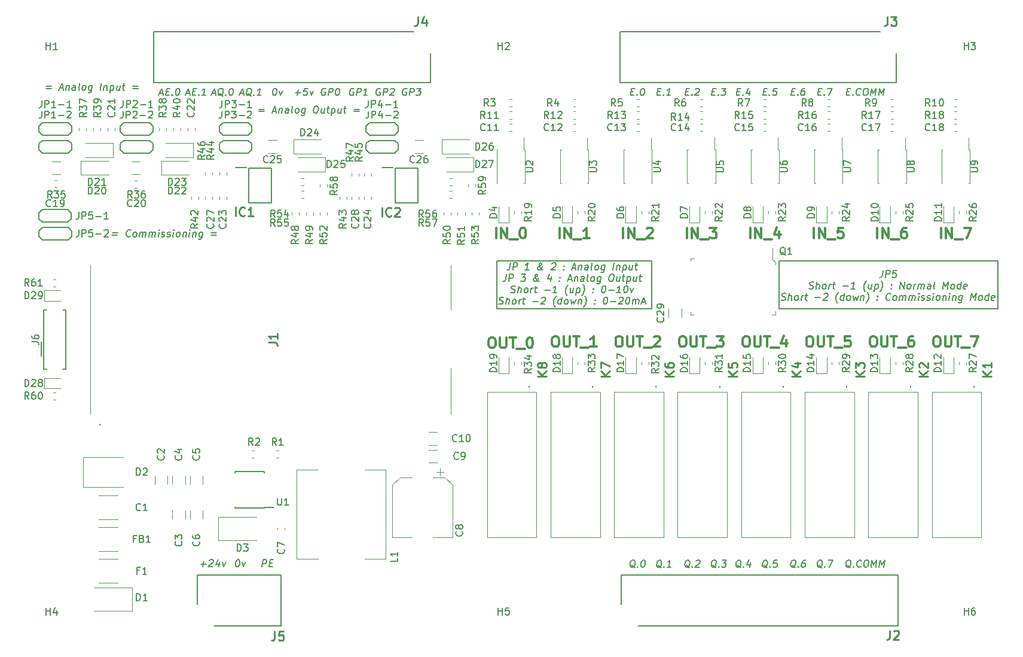
<source format=gto>
%TF.GenerationSoftware,KiCad,Pcbnew,(5.99.0-7040-g8c08b861ab)*%
%TF.CreationDate,2021-03-18T10:44:16+08:00*%
%TF.ProjectId,PicoIndustrial,5069636f-496e-4647-9573-747269616c2e,rev?*%
%TF.SameCoordinates,Original*%
%TF.FileFunction,Legend,Top*%
%TF.FilePolarity,Positive*%
%FSLAX46Y46*%
G04 Gerber Fmt 4.6, Leading zero omitted, Abs format (unit mm)*
G04 Created by KiCad (PCBNEW (5.99.0-7040-g8c08b861ab)) date 2021-03-18 10:44:16*
%MOMM*%
%LPD*%
G01*
G04 APERTURE LIST*
%ADD10C,0.150000*%
%ADD11C,0.200000*%
%ADD12C,0.300000*%
%ADD13C,0.254000*%
%ADD14C,0.120000*%
%ADD15C,0.100000*%
G04 APERTURE END LIST*
D10*
X123000000Y-90375000D02*
X145000000Y-90375000D01*
X145000000Y-90375000D02*
X145000000Y-97125000D01*
X145000000Y-97125000D02*
X123000000Y-97125000D01*
X123000000Y-97125000D02*
X123000000Y-90375000D01*
X163000000Y-90375000D02*
X194000000Y-90375000D01*
X194000000Y-90375000D02*
X194000000Y-97125000D01*
X194000000Y-97125000D02*
X163000000Y-97125000D01*
X163000000Y-97125000D02*
X163000000Y-90375000D01*
D11*
X150310089Y-133797619D02*
X150220803Y-133750000D01*
X150137470Y-133654761D01*
X150012470Y-133511904D01*
X149923184Y-133464285D01*
X149827946Y-133464285D01*
X149845803Y-133702380D02*
X149756517Y-133654761D01*
X149673184Y-133559523D01*
X149649375Y-133369047D01*
X149691041Y-133035714D01*
X149762470Y-132845238D01*
X149869613Y-132750000D01*
X149970803Y-132702380D01*
X150161279Y-132702380D01*
X150250565Y-132750000D01*
X150333898Y-132845238D01*
X150357708Y-133035714D01*
X150316041Y-133369047D01*
X150244613Y-133559523D01*
X150137470Y-133654761D01*
X150036279Y-133702380D01*
X149845803Y-133702380D01*
X150714851Y-133607142D02*
X150756517Y-133654761D01*
X150702946Y-133702380D01*
X150661279Y-133654761D01*
X150714851Y-133607142D01*
X150702946Y-133702380D01*
X151244613Y-132797619D02*
X151298184Y-132750000D01*
X151399375Y-132702380D01*
X151637470Y-132702380D01*
X151726755Y-132750000D01*
X151768422Y-132797619D01*
X151804136Y-132892857D01*
X151792232Y-132988095D01*
X151726755Y-133130952D01*
X151083898Y-133702380D01*
X151702946Y-133702380D01*
D12*
X176928571Y-87178571D02*
X176928571Y-85678571D01*
X177642857Y-87178571D02*
X177642857Y-85678571D01*
X178500000Y-87178571D01*
X178500000Y-85678571D01*
X178857142Y-87321428D02*
X180000000Y-87321428D01*
X181000000Y-85678571D02*
X180714285Y-85678571D01*
X180571428Y-85750000D01*
X180500000Y-85821428D01*
X180357142Y-86035714D01*
X180285714Y-86321428D01*
X180285714Y-86892857D01*
X180357142Y-87035714D01*
X180428571Y-87107142D01*
X180571428Y-87178571D01*
X180857142Y-87178571D01*
X181000000Y-87107142D01*
X181071428Y-87035714D01*
X181142857Y-86892857D01*
X181142857Y-86535714D01*
X181071428Y-86392857D01*
X181000000Y-86321428D01*
X180857142Y-86250000D01*
X180571428Y-86250000D01*
X180428571Y-86321428D01*
X180357142Y-86392857D01*
X180285714Y-86535714D01*
X149214285Y-101015792D02*
X149500000Y-101015792D01*
X149642857Y-101087221D01*
X149785714Y-101230078D01*
X149857142Y-101515792D01*
X149857142Y-102015792D01*
X149785714Y-102301506D01*
X149642857Y-102444363D01*
X149500000Y-102515792D01*
X149214285Y-102515792D01*
X149071428Y-102444363D01*
X148928571Y-102301506D01*
X148857142Y-102015792D01*
X148857142Y-101515792D01*
X148928571Y-101230078D01*
X149071428Y-101087221D01*
X149214285Y-101015792D01*
X150500000Y-101015792D02*
X150500000Y-102230078D01*
X150571428Y-102372935D01*
X150642857Y-102444363D01*
X150785714Y-102515792D01*
X151071428Y-102515792D01*
X151214285Y-102444363D01*
X151285714Y-102372935D01*
X151357142Y-102230078D01*
X151357142Y-101015792D01*
X151857142Y-101015792D02*
X152714285Y-101015792D01*
X152285714Y-102515792D02*
X152285714Y-101015792D01*
X152857142Y-102658649D02*
X154000000Y-102658649D01*
X154214285Y-101015792D02*
X155142857Y-101015792D01*
X154642857Y-101587221D01*
X154857142Y-101587221D01*
X155000000Y-101658649D01*
X155071428Y-101730078D01*
X155142857Y-101872935D01*
X155142857Y-102230078D01*
X155071428Y-102372935D01*
X155000000Y-102444363D01*
X154857142Y-102515792D01*
X154428571Y-102515792D01*
X154285714Y-102444363D01*
X154214285Y-102372935D01*
D11*
X154060089Y-133797619D02*
X153970803Y-133750000D01*
X153887470Y-133654761D01*
X153762470Y-133511904D01*
X153673184Y-133464285D01*
X153577946Y-133464285D01*
X153595803Y-133702380D02*
X153506517Y-133654761D01*
X153423184Y-133559523D01*
X153399375Y-133369047D01*
X153441041Y-133035714D01*
X153512470Y-132845238D01*
X153619613Y-132750000D01*
X153720803Y-132702380D01*
X153911279Y-132702380D01*
X154000565Y-132750000D01*
X154083898Y-132845238D01*
X154107708Y-133035714D01*
X154066041Y-133369047D01*
X153994613Y-133559523D01*
X153887470Y-133654761D01*
X153786279Y-133702380D01*
X153595803Y-133702380D01*
X154464851Y-133607142D02*
X154506517Y-133654761D01*
X154452946Y-133702380D01*
X154411279Y-133654761D01*
X154464851Y-133607142D01*
X154452946Y-133702380D01*
X154958898Y-132702380D02*
X155577946Y-132702380D01*
X155196994Y-133083333D01*
X155339851Y-133083333D01*
X155429136Y-133130952D01*
X155470803Y-133178571D01*
X155506517Y-133273809D01*
X155476755Y-133511904D01*
X155417232Y-133607142D01*
X155363660Y-133654761D01*
X155262470Y-133702380D01*
X154976755Y-133702380D01*
X154887470Y-133654761D01*
X154845803Y-133607142D01*
X168542232Y-66428571D02*
X168875565Y-66428571D01*
X168952946Y-66952380D02*
X168476755Y-66952380D01*
X168601755Y-65952380D01*
X169077946Y-65952380D01*
X169393422Y-66857142D02*
X169435089Y-66904761D01*
X169381517Y-66952380D01*
X169339851Y-66904761D01*
X169393422Y-66857142D01*
X169381517Y-66952380D01*
X169887470Y-65952380D02*
X170554136Y-65952380D01*
X170000565Y-66952380D01*
X146310089Y-133797619D02*
X146220803Y-133750000D01*
X146137470Y-133654761D01*
X146012470Y-133511904D01*
X145923184Y-133464285D01*
X145827946Y-133464285D01*
X145845803Y-133702380D02*
X145756517Y-133654761D01*
X145673184Y-133559523D01*
X145649375Y-133369047D01*
X145691041Y-133035714D01*
X145762470Y-132845238D01*
X145869613Y-132750000D01*
X145970803Y-132702380D01*
X146161279Y-132702380D01*
X146250565Y-132750000D01*
X146333898Y-132845238D01*
X146357708Y-133035714D01*
X146316041Y-133369047D01*
X146244613Y-133559523D01*
X146137470Y-133654761D01*
X146036279Y-133702380D01*
X145845803Y-133702380D01*
X146714851Y-133607142D02*
X146756517Y-133654761D01*
X146702946Y-133702380D01*
X146661279Y-133654761D01*
X146714851Y-133607142D01*
X146702946Y-133702380D01*
X147702946Y-133702380D02*
X147131517Y-133702380D01*
X147417232Y-133702380D02*
X147542232Y-132702380D01*
X147429136Y-132845238D01*
X147321994Y-132940476D01*
X147220803Y-132988095D01*
D12*
X185928571Y-87178571D02*
X185928571Y-85678571D01*
X186642857Y-87178571D02*
X186642857Y-85678571D01*
X187500000Y-87178571D01*
X187500000Y-85678571D01*
X187857142Y-87321428D02*
X189000000Y-87321428D01*
X189214285Y-85678571D02*
X190214285Y-85678571D01*
X189571428Y-87178571D01*
D11*
X157042232Y-66428571D02*
X157375565Y-66428571D01*
X157452946Y-66952380D02*
X156976755Y-66952380D01*
X157101755Y-65952380D01*
X157577946Y-65952380D01*
X157893422Y-66857142D02*
X157935089Y-66904761D01*
X157881517Y-66952380D01*
X157839851Y-66904761D01*
X157893422Y-66857142D01*
X157881517Y-66952380D01*
X158869613Y-66285714D02*
X158786279Y-66952380D01*
X158679136Y-65904761D02*
X158351755Y-66619047D01*
X158970803Y-66619047D01*
X79036279Y-66666666D02*
X79512470Y-66666666D01*
X78905327Y-66952380D02*
X79363660Y-65952380D01*
X79571994Y-66952380D01*
X79970803Y-66428571D02*
X80304136Y-66428571D01*
X80381517Y-66952380D02*
X79905327Y-66952380D01*
X80030327Y-65952380D01*
X80506517Y-65952380D01*
X80821994Y-66857142D02*
X80863660Y-66904761D01*
X80810089Y-66952380D01*
X80768422Y-66904761D01*
X80821994Y-66857142D01*
X80810089Y-66952380D01*
X81810089Y-66952380D02*
X81238660Y-66952380D01*
X81524375Y-66952380D02*
X81649375Y-65952380D01*
X81536279Y-66095238D01*
X81429136Y-66190476D01*
X81327946Y-66238095D01*
X91601755Y-65952380D02*
X91696994Y-65952380D01*
X91786279Y-66000000D01*
X91827946Y-66047619D01*
X91863660Y-66142857D01*
X91887470Y-66333333D01*
X91857708Y-66571428D01*
X91786279Y-66761904D01*
X91726755Y-66857142D01*
X91673184Y-66904761D01*
X91571994Y-66952380D01*
X91476755Y-66952380D01*
X91387470Y-66904761D01*
X91345803Y-66857142D01*
X91310089Y-66761904D01*
X91286279Y-66571428D01*
X91316041Y-66333333D01*
X91387470Y-66142857D01*
X91446994Y-66047619D01*
X91500565Y-66000000D01*
X91601755Y-65952380D01*
X92226755Y-66285714D02*
X92381517Y-66952380D01*
X92702946Y-66285714D01*
X149792232Y-66428571D02*
X150125565Y-66428571D01*
X150202946Y-66952380D02*
X149726755Y-66952380D01*
X149851755Y-65952380D01*
X150327946Y-65952380D01*
X150643422Y-66857142D02*
X150685089Y-66904761D01*
X150631517Y-66952380D01*
X150589851Y-66904761D01*
X150643422Y-66857142D01*
X150631517Y-66952380D01*
X151173184Y-66047619D02*
X151226755Y-66000000D01*
X151327946Y-65952380D01*
X151566041Y-65952380D01*
X151655327Y-66000000D01*
X151696994Y-66047619D01*
X151732708Y-66142857D01*
X151720803Y-66238095D01*
X151655327Y-66380952D01*
X151012470Y-66952380D01*
X151631517Y-66952380D01*
D12*
X131214285Y-101015792D02*
X131500000Y-101015792D01*
X131642857Y-101087221D01*
X131785714Y-101230078D01*
X131857142Y-101515792D01*
X131857142Y-102015792D01*
X131785714Y-102301506D01*
X131642857Y-102444363D01*
X131500000Y-102515792D01*
X131214285Y-102515792D01*
X131071428Y-102444363D01*
X130928571Y-102301506D01*
X130857142Y-102015792D01*
X130857142Y-101515792D01*
X130928571Y-101230078D01*
X131071428Y-101087221D01*
X131214285Y-101015792D01*
X132500000Y-101015792D02*
X132500000Y-102230078D01*
X132571428Y-102372935D01*
X132642857Y-102444363D01*
X132785714Y-102515792D01*
X133071428Y-102515792D01*
X133214285Y-102444363D01*
X133285714Y-102372935D01*
X133357142Y-102230078D01*
X133357142Y-101015792D01*
X133857142Y-101015792D02*
X134714285Y-101015792D01*
X134285714Y-102515792D02*
X134285714Y-101015792D01*
X134857142Y-102658649D02*
X136000000Y-102658649D01*
X137142857Y-102515792D02*
X136285714Y-102515792D01*
X136714285Y-102515792D02*
X136714285Y-101015792D01*
X136571428Y-101230078D01*
X136428571Y-101372935D01*
X136285714Y-101444363D01*
D11*
X102810089Y-66000000D02*
X102720803Y-65952380D01*
X102577946Y-65952380D01*
X102429136Y-66000000D01*
X102321994Y-66095238D01*
X102262470Y-66190476D01*
X102191041Y-66380952D01*
X102173184Y-66523809D01*
X102196994Y-66714285D01*
X102232708Y-66809523D01*
X102316041Y-66904761D01*
X102452946Y-66952380D01*
X102548184Y-66952380D01*
X102696994Y-66904761D01*
X102750565Y-66857142D01*
X102792232Y-66523809D01*
X102601755Y-66523809D01*
X103167232Y-66952380D02*
X103292232Y-65952380D01*
X103673184Y-65952380D01*
X103762470Y-66000000D01*
X103804136Y-66047619D01*
X103839851Y-66142857D01*
X103821994Y-66285714D01*
X103762470Y-66380952D01*
X103708898Y-66428571D01*
X103607708Y-66476190D01*
X103226755Y-66476190D01*
X104691041Y-66952380D02*
X104119613Y-66952380D01*
X104405327Y-66952380D02*
X104530327Y-65952380D01*
X104417232Y-66095238D01*
X104310089Y-66190476D01*
X104208898Y-66238095D01*
X164792232Y-66428571D02*
X165125565Y-66428571D01*
X165202946Y-66952380D02*
X164726755Y-66952380D01*
X164851755Y-65952380D01*
X165327946Y-65952380D01*
X165643422Y-66857142D02*
X165685089Y-66904761D01*
X165631517Y-66952380D01*
X165589851Y-66904761D01*
X165643422Y-66857142D01*
X165631517Y-66952380D01*
X166661279Y-65952380D02*
X166470803Y-65952380D01*
X166369613Y-66000000D01*
X166316041Y-66047619D01*
X166202946Y-66190476D01*
X166131517Y-66380952D01*
X166083898Y-66761904D01*
X166119613Y-66857142D01*
X166161279Y-66904761D01*
X166250565Y-66952380D01*
X166441041Y-66952380D01*
X166542232Y-66904761D01*
X166595803Y-66857142D01*
X166655327Y-66761904D01*
X166685089Y-66523809D01*
X166649375Y-66428571D01*
X166607708Y-66380952D01*
X166518422Y-66333333D01*
X166327946Y-66333333D01*
X166226755Y-66380952D01*
X166173184Y-66428571D01*
X166113660Y-66523809D01*
X173119613Y-133797619D02*
X173030327Y-133750000D01*
X172946994Y-133654761D01*
X172821994Y-133511904D01*
X172732708Y-133464285D01*
X172637470Y-133464285D01*
X172655327Y-133702380D02*
X172566041Y-133654761D01*
X172482708Y-133559523D01*
X172458898Y-133369047D01*
X172500565Y-133035714D01*
X172571994Y-132845238D01*
X172679136Y-132750000D01*
X172780327Y-132702380D01*
X172970803Y-132702380D01*
X173060089Y-132750000D01*
X173143422Y-132845238D01*
X173167232Y-133035714D01*
X173125565Y-133369047D01*
X173054136Y-133559523D01*
X172946994Y-133654761D01*
X172845803Y-133702380D01*
X172655327Y-133702380D01*
X173524375Y-133607142D02*
X173566041Y-133654761D01*
X173512470Y-133702380D01*
X173470803Y-133654761D01*
X173524375Y-133607142D01*
X173512470Y-133702380D01*
X174571994Y-133607142D02*
X174518422Y-133654761D01*
X174369613Y-133702380D01*
X174274375Y-133702380D01*
X174137470Y-133654761D01*
X174054136Y-133559523D01*
X174018422Y-133464285D01*
X173994613Y-133273809D01*
X174012470Y-133130952D01*
X174083898Y-132940476D01*
X174143422Y-132845238D01*
X174250565Y-132750000D01*
X174399375Y-132702380D01*
X174494613Y-132702380D01*
X174631517Y-132750000D01*
X174673184Y-132797619D01*
X175304136Y-132702380D02*
X175494613Y-132702380D01*
X175583898Y-132750000D01*
X175667232Y-132845238D01*
X175691041Y-133035714D01*
X175649375Y-133369047D01*
X175577946Y-133559523D01*
X175470803Y-133654761D01*
X175369613Y-133702380D01*
X175179136Y-133702380D01*
X175089851Y-133654761D01*
X175006517Y-133559523D01*
X174982708Y-133369047D01*
X175024375Y-133035714D01*
X175095803Y-132845238D01*
X175202946Y-132750000D01*
X175304136Y-132702380D01*
X176036279Y-133702380D02*
X176161279Y-132702380D01*
X176405327Y-133416666D01*
X176827946Y-132702380D01*
X176702946Y-133702380D01*
X177179136Y-133702380D02*
X177304136Y-132702380D01*
X177548184Y-133416666D01*
X177970803Y-132702380D01*
X177845803Y-133702380D01*
X169060089Y-133797619D02*
X168970803Y-133750000D01*
X168887470Y-133654761D01*
X168762470Y-133511904D01*
X168673184Y-133464285D01*
X168577946Y-133464285D01*
X168595803Y-133702380D02*
X168506517Y-133654761D01*
X168423184Y-133559523D01*
X168399375Y-133369047D01*
X168441041Y-133035714D01*
X168512470Y-132845238D01*
X168619613Y-132750000D01*
X168720803Y-132702380D01*
X168911279Y-132702380D01*
X169000565Y-132750000D01*
X169083898Y-132845238D01*
X169107708Y-133035714D01*
X169066041Y-133369047D01*
X168994613Y-133559523D01*
X168887470Y-133654761D01*
X168786279Y-133702380D01*
X168595803Y-133702380D01*
X169464851Y-133607142D02*
X169506517Y-133654761D01*
X169452946Y-133702380D01*
X169411279Y-133654761D01*
X169464851Y-133607142D01*
X169452946Y-133702380D01*
X169958898Y-132702380D02*
X170625565Y-132702380D01*
X170071994Y-133702380D01*
X161310089Y-133797619D02*
X161220803Y-133750000D01*
X161137470Y-133654761D01*
X161012470Y-133511904D01*
X160923184Y-133464285D01*
X160827946Y-133464285D01*
X160845803Y-133702380D02*
X160756517Y-133654761D01*
X160673184Y-133559523D01*
X160649375Y-133369047D01*
X160691041Y-133035714D01*
X160762470Y-132845238D01*
X160869613Y-132750000D01*
X160970803Y-132702380D01*
X161161279Y-132702380D01*
X161250565Y-132750000D01*
X161333898Y-132845238D01*
X161357708Y-133035714D01*
X161316041Y-133369047D01*
X161244613Y-133559523D01*
X161137470Y-133654761D01*
X161036279Y-133702380D01*
X160845803Y-133702380D01*
X161714851Y-133607142D02*
X161756517Y-133654761D01*
X161702946Y-133702380D01*
X161661279Y-133654761D01*
X161714851Y-133607142D01*
X161702946Y-133702380D01*
X162780327Y-132702380D02*
X162304136Y-132702380D01*
X162196994Y-133178571D01*
X162250565Y-133130952D01*
X162351755Y-133083333D01*
X162589851Y-133083333D01*
X162679136Y-133130952D01*
X162720803Y-133178571D01*
X162756517Y-133273809D01*
X162726755Y-133511904D01*
X162667232Y-133607142D01*
X162613660Y-133654761D01*
X162512470Y-133702380D01*
X162274375Y-133702380D01*
X162185089Y-133654761D01*
X162143422Y-133607142D01*
D12*
X122214285Y-101178571D02*
X122500000Y-101178571D01*
X122642857Y-101250000D01*
X122785714Y-101392857D01*
X122857142Y-101678571D01*
X122857142Y-102178571D01*
X122785714Y-102464285D01*
X122642857Y-102607142D01*
X122500000Y-102678571D01*
X122214285Y-102678571D01*
X122071428Y-102607142D01*
X121928571Y-102464285D01*
X121857142Y-102178571D01*
X121857142Y-101678571D01*
X121928571Y-101392857D01*
X122071428Y-101250000D01*
X122214285Y-101178571D01*
X123500000Y-101178571D02*
X123500000Y-102392857D01*
X123571428Y-102535714D01*
X123642857Y-102607142D01*
X123785714Y-102678571D01*
X124071428Y-102678571D01*
X124214285Y-102607142D01*
X124285714Y-102535714D01*
X124357142Y-102392857D01*
X124357142Y-101178571D01*
X124857142Y-101178571D02*
X125714285Y-101178571D01*
X125285714Y-102678571D02*
X125285714Y-101178571D01*
X125857142Y-102821428D02*
X127000000Y-102821428D01*
X127642857Y-101178571D02*
X127785714Y-101178571D01*
X127928571Y-101250000D01*
X128000000Y-101321428D01*
X128071428Y-101464285D01*
X128142857Y-101750000D01*
X128142857Y-102107142D01*
X128071428Y-102392857D01*
X128000000Y-102535714D01*
X127928571Y-102607142D01*
X127785714Y-102678571D01*
X127642857Y-102678571D01*
X127500000Y-102607142D01*
X127428571Y-102535714D01*
X127357142Y-102392857D01*
X127285714Y-102107142D01*
X127285714Y-101750000D01*
X127357142Y-101464285D01*
X127428571Y-101321428D01*
X127500000Y-101250000D01*
X127642857Y-101178571D01*
X167928571Y-87178571D02*
X167928571Y-85678571D01*
X168642857Y-87178571D02*
X168642857Y-85678571D01*
X169500000Y-87178571D01*
X169500000Y-85678571D01*
X169857142Y-87321428D02*
X171000000Y-87321428D01*
X172071428Y-85678571D02*
X171357142Y-85678571D01*
X171285714Y-86392857D01*
X171357142Y-86321428D01*
X171500000Y-86250000D01*
X171857142Y-86250000D01*
X172000000Y-86321428D01*
X172071428Y-86392857D01*
X172142857Y-86535714D01*
X172142857Y-86892857D01*
X172071428Y-87035714D01*
X172000000Y-87107142D01*
X171857142Y-87178571D01*
X171500000Y-87178571D01*
X171357142Y-87107142D01*
X171285714Y-87035714D01*
D11*
X81088660Y-133271428D02*
X81850565Y-133271428D01*
X81421994Y-133652380D02*
X81517232Y-132890476D01*
X82344613Y-132747619D02*
X82398184Y-132700000D01*
X82499375Y-132652380D01*
X82737470Y-132652380D01*
X82826755Y-132700000D01*
X82868422Y-132747619D01*
X82904136Y-132842857D01*
X82892232Y-132938095D01*
X82826755Y-133080952D01*
X82183898Y-133652380D01*
X82802946Y-133652380D01*
X83743422Y-132985714D02*
X83660089Y-133652380D01*
X83552946Y-132604761D02*
X83225565Y-133319047D01*
X83844613Y-133319047D01*
X84171994Y-132985714D02*
X84326755Y-133652380D01*
X84648184Y-132985714D01*
X94464851Y-66571428D02*
X95226755Y-66571428D01*
X94798184Y-66952380D02*
X94893422Y-66190476D01*
X96256517Y-65952380D02*
X95780327Y-65952380D01*
X95673184Y-66428571D01*
X95726755Y-66380952D01*
X95827946Y-66333333D01*
X96066041Y-66333333D01*
X96155327Y-66380952D01*
X96196994Y-66428571D01*
X96232708Y-66523809D01*
X96202946Y-66761904D01*
X96143422Y-66857142D01*
X96089851Y-66904761D01*
X95988660Y-66952380D01*
X95750565Y-66952380D01*
X95661279Y-66904761D01*
X95619613Y-66857142D01*
X96595803Y-66285714D02*
X96750565Y-66952380D01*
X97071994Y-66285714D01*
X142042232Y-66428571D02*
X142375565Y-66428571D01*
X142452946Y-66952380D02*
X141976755Y-66952380D01*
X142101755Y-65952380D01*
X142577946Y-65952380D01*
X142893422Y-66857142D02*
X142935089Y-66904761D01*
X142881517Y-66952380D01*
X142839851Y-66904761D01*
X142893422Y-66857142D01*
X142881517Y-66952380D01*
X143673184Y-65952380D02*
X143768422Y-65952380D01*
X143857708Y-66000000D01*
X143899375Y-66047619D01*
X143935089Y-66142857D01*
X143958898Y-66333333D01*
X143929136Y-66571428D01*
X143857708Y-66761904D01*
X143798184Y-66857142D01*
X143744613Y-66904761D01*
X143643422Y-66952380D01*
X143548184Y-66952380D01*
X143458898Y-66904761D01*
X143417232Y-66857142D01*
X143381517Y-66761904D01*
X143357708Y-66571428D01*
X143387470Y-66333333D01*
X143458898Y-66142857D01*
X143518422Y-66047619D01*
X143571994Y-66000000D01*
X143673184Y-65952380D01*
X145792232Y-66428571D02*
X146125565Y-66428571D01*
X146202946Y-66952380D02*
X145726755Y-66952380D01*
X145851755Y-65952380D01*
X146327946Y-65952380D01*
X146643422Y-66857142D02*
X146685089Y-66904761D01*
X146631517Y-66952380D01*
X146589851Y-66904761D01*
X146643422Y-66857142D01*
X146631517Y-66952380D01*
X147631517Y-66952380D02*
X147060089Y-66952380D01*
X147345803Y-66952380D02*
X147470803Y-65952380D01*
X147357708Y-66095238D01*
X147250565Y-66190476D01*
X147149375Y-66238095D01*
D12*
X167214285Y-101015792D02*
X167500000Y-101015792D01*
X167642857Y-101087221D01*
X167785714Y-101230078D01*
X167857142Y-101515792D01*
X167857142Y-102015792D01*
X167785714Y-102301506D01*
X167642857Y-102444363D01*
X167500000Y-102515792D01*
X167214285Y-102515792D01*
X167071428Y-102444363D01*
X166928571Y-102301506D01*
X166857142Y-102015792D01*
X166857142Y-101515792D01*
X166928571Y-101230078D01*
X167071428Y-101087221D01*
X167214285Y-101015792D01*
X168500000Y-101015792D02*
X168500000Y-102230078D01*
X168571428Y-102372935D01*
X168642857Y-102444363D01*
X168785714Y-102515792D01*
X169071428Y-102515792D01*
X169214285Y-102444363D01*
X169285714Y-102372935D01*
X169357142Y-102230078D01*
X169357142Y-101015792D01*
X169857142Y-101015792D02*
X170714285Y-101015792D01*
X170285714Y-102515792D02*
X170285714Y-101015792D01*
X170857142Y-102658649D02*
X172000000Y-102658649D01*
X173071428Y-101015792D02*
X172357142Y-101015792D01*
X172285714Y-101730078D01*
X172357142Y-101658649D01*
X172500000Y-101587221D01*
X172857142Y-101587221D01*
X173000000Y-101658649D01*
X173071428Y-101730078D01*
X173142857Y-101872935D01*
X173142857Y-102230078D01*
X173071428Y-102372935D01*
X173000000Y-102444363D01*
X172857142Y-102515792D01*
X172500000Y-102515792D01*
X172357142Y-102444363D01*
X172285714Y-102372935D01*
D11*
X86714851Y-66666666D02*
X87191041Y-66666666D01*
X86583898Y-66952380D02*
X87042232Y-65952380D01*
X87250565Y-66952380D01*
X88238660Y-67047619D02*
X88149375Y-67000000D01*
X88066041Y-66904761D01*
X87941041Y-66761904D01*
X87851755Y-66714285D01*
X87756517Y-66714285D01*
X87774375Y-66952380D02*
X87685089Y-66904761D01*
X87601755Y-66809523D01*
X87577946Y-66619047D01*
X87619613Y-66285714D01*
X87691041Y-66095238D01*
X87798184Y-66000000D01*
X87899375Y-65952380D01*
X88089851Y-65952380D01*
X88179136Y-66000000D01*
X88262470Y-66095238D01*
X88286279Y-66285714D01*
X88244613Y-66619047D01*
X88173184Y-66809523D01*
X88066041Y-66904761D01*
X87964851Y-66952380D01*
X87774375Y-66952380D01*
X88643422Y-66857142D02*
X88685089Y-66904761D01*
X88631517Y-66952380D01*
X88589851Y-66904761D01*
X88643422Y-66857142D01*
X88631517Y-66952380D01*
X89631517Y-66952380D02*
X89060089Y-66952380D01*
X89345803Y-66952380D02*
X89470803Y-65952380D01*
X89357708Y-66095238D01*
X89250565Y-66190476D01*
X89149375Y-66238095D01*
D12*
X158928571Y-87178571D02*
X158928571Y-85678571D01*
X159642857Y-87178571D02*
X159642857Y-85678571D01*
X160500000Y-87178571D01*
X160500000Y-85678571D01*
X160857142Y-87321428D02*
X162000000Y-87321428D01*
X163000000Y-86178571D02*
X163000000Y-87178571D01*
X162642857Y-85607142D02*
X162285714Y-86678571D01*
X163214285Y-86678571D01*
X140214285Y-101015792D02*
X140500000Y-101015792D01*
X140642857Y-101087221D01*
X140785714Y-101230078D01*
X140857142Y-101515792D01*
X140857142Y-102015792D01*
X140785714Y-102301506D01*
X140642857Y-102444363D01*
X140500000Y-102515792D01*
X140214285Y-102515792D01*
X140071428Y-102444363D01*
X139928571Y-102301506D01*
X139857142Y-102015792D01*
X139857142Y-101515792D01*
X139928571Y-101230078D01*
X140071428Y-101087221D01*
X140214285Y-101015792D01*
X141500000Y-101015792D02*
X141500000Y-102230078D01*
X141571428Y-102372935D01*
X141642857Y-102444363D01*
X141785714Y-102515792D01*
X142071428Y-102515792D01*
X142214285Y-102444363D01*
X142285714Y-102372935D01*
X142357142Y-102230078D01*
X142357142Y-101015792D01*
X142857142Y-101015792D02*
X143714285Y-101015792D01*
X143285714Y-102515792D02*
X143285714Y-101015792D01*
X143857142Y-102658649D02*
X145000000Y-102658649D01*
X145285714Y-101158649D02*
X145357142Y-101087221D01*
X145500000Y-101015792D01*
X145857142Y-101015792D01*
X146000000Y-101087221D01*
X146071428Y-101158649D01*
X146142857Y-101301506D01*
X146142857Y-101444363D01*
X146071428Y-101658649D01*
X145214285Y-102515792D01*
X146142857Y-102515792D01*
D11*
X124946994Y-90662380D02*
X124857708Y-91376666D01*
X124792232Y-91519523D01*
X124685089Y-91614761D01*
X124536279Y-91662380D01*
X124441041Y-91662380D01*
X125298184Y-91662380D02*
X125423184Y-90662380D01*
X125804136Y-90662380D01*
X125893422Y-90710000D01*
X125935089Y-90757619D01*
X125970803Y-90852857D01*
X125952946Y-90995714D01*
X125893422Y-91090952D01*
X125839851Y-91138571D01*
X125738660Y-91186190D01*
X125357708Y-91186190D01*
X127583898Y-91662380D02*
X127012470Y-91662380D01*
X127298184Y-91662380D02*
X127423184Y-90662380D01*
X127310089Y-90805238D01*
X127202946Y-90900476D01*
X127101755Y-90948095D01*
X129583898Y-91662380D02*
X129536279Y-91662380D01*
X129446994Y-91614761D01*
X129321994Y-91471904D01*
X129119613Y-91186190D01*
X129042232Y-91043333D01*
X129012470Y-90900476D01*
X129024374Y-90805238D01*
X129083898Y-90710000D01*
X129185089Y-90662380D01*
X129232708Y-90662380D01*
X129321994Y-90710000D01*
X129357708Y-90805238D01*
X129351755Y-90852857D01*
X129292232Y-90948095D01*
X129238660Y-90995714D01*
X128929136Y-91186190D01*
X128875565Y-91233809D01*
X128816041Y-91329047D01*
X128798184Y-91471904D01*
X128833898Y-91567142D01*
X128875565Y-91614761D01*
X128964851Y-91662380D01*
X129107708Y-91662380D01*
X129208898Y-91614761D01*
X129262470Y-91567142D01*
X129429136Y-91376666D01*
X129494613Y-91233809D01*
X129506517Y-91138571D01*
X130839851Y-90757619D02*
X130893422Y-90710000D01*
X130994613Y-90662380D01*
X131232708Y-90662380D01*
X131321994Y-90710000D01*
X131363660Y-90757619D01*
X131399374Y-90852857D01*
X131387470Y-90948095D01*
X131321994Y-91090952D01*
X130679136Y-91662380D01*
X131298184Y-91662380D01*
X132500565Y-91567142D02*
X132542232Y-91614761D01*
X132488660Y-91662380D01*
X132446994Y-91614761D01*
X132500565Y-91567142D01*
X132488660Y-91662380D01*
X132566041Y-91043333D02*
X132607708Y-91090952D01*
X132554136Y-91138571D01*
X132512470Y-91090952D01*
X132566041Y-91043333D01*
X132554136Y-91138571D01*
X133714851Y-91376666D02*
X134191041Y-91376666D01*
X133583898Y-91662380D02*
X134042232Y-90662380D01*
X134250565Y-91662380D01*
X134667232Y-90995714D02*
X134583898Y-91662380D01*
X134655327Y-91090952D02*
X134708898Y-91043333D01*
X134810089Y-90995714D01*
X134952946Y-90995714D01*
X135042232Y-91043333D01*
X135077946Y-91138571D01*
X135012470Y-91662380D01*
X135917232Y-91662380D02*
X135982708Y-91138571D01*
X135946994Y-91043333D01*
X135857708Y-90995714D01*
X135667232Y-90995714D01*
X135566041Y-91043333D01*
X135923184Y-91614761D02*
X135821994Y-91662380D01*
X135583898Y-91662380D01*
X135494613Y-91614761D01*
X135458898Y-91519523D01*
X135470803Y-91424285D01*
X135530327Y-91329047D01*
X135631517Y-91281428D01*
X135869613Y-91281428D01*
X135970803Y-91233809D01*
X136536279Y-91662380D02*
X136446994Y-91614761D01*
X136411279Y-91519523D01*
X136518422Y-90662380D01*
X137060089Y-91662380D02*
X136970803Y-91614761D01*
X136929136Y-91567142D01*
X136893422Y-91471904D01*
X136929136Y-91186190D01*
X136988660Y-91090952D01*
X137042232Y-91043333D01*
X137143422Y-90995714D01*
X137286279Y-90995714D01*
X137375565Y-91043333D01*
X137417232Y-91090952D01*
X137452946Y-91186190D01*
X137417232Y-91471904D01*
X137357708Y-91567142D01*
X137304136Y-91614761D01*
X137202946Y-91662380D01*
X137060089Y-91662380D01*
X138333898Y-90995714D02*
X138232708Y-91805238D01*
X138173184Y-91900476D01*
X138119613Y-91948095D01*
X138018422Y-91995714D01*
X137875565Y-91995714D01*
X137786279Y-91948095D01*
X138256517Y-91614761D02*
X138155327Y-91662380D01*
X137964851Y-91662380D01*
X137875565Y-91614761D01*
X137833898Y-91567142D01*
X137798184Y-91471904D01*
X137833898Y-91186190D01*
X137893422Y-91090952D01*
X137946994Y-91043333D01*
X138048184Y-90995714D01*
X138238660Y-90995714D01*
X138327946Y-91043333D01*
X139488660Y-91662380D02*
X139613660Y-90662380D01*
X140048184Y-90995714D02*
X139964851Y-91662380D01*
X140036279Y-91090952D02*
X140089851Y-91043333D01*
X140191041Y-90995714D01*
X140333898Y-90995714D01*
X140423184Y-91043333D01*
X140458898Y-91138571D01*
X140393422Y-91662380D01*
X140952946Y-90995714D02*
X140827946Y-91995714D01*
X140946994Y-91043333D02*
X141048184Y-90995714D01*
X141238660Y-90995714D01*
X141327946Y-91043333D01*
X141369613Y-91090952D01*
X141405327Y-91186190D01*
X141369613Y-91471904D01*
X141310089Y-91567142D01*
X141256517Y-91614761D01*
X141155327Y-91662380D01*
X140964851Y-91662380D01*
X140875565Y-91614761D01*
X142286279Y-90995714D02*
X142202946Y-91662380D01*
X141857708Y-90995714D02*
X141792232Y-91519523D01*
X141827946Y-91614761D01*
X141917232Y-91662380D01*
X142060089Y-91662380D01*
X142161279Y-91614761D01*
X142214851Y-91567142D01*
X142619613Y-90995714D02*
X143000565Y-90995714D01*
X142804136Y-90662380D02*
X142696994Y-91519523D01*
X142732708Y-91614761D01*
X142821994Y-91662380D01*
X142917232Y-91662380D01*
X124375565Y-92272380D02*
X124286279Y-92986666D01*
X124220803Y-93129523D01*
X124113660Y-93224761D01*
X123964851Y-93272380D01*
X123869613Y-93272380D01*
X124726755Y-93272380D02*
X124851755Y-92272380D01*
X125232708Y-92272380D01*
X125321994Y-92320000D01*
X125363660Y-92367619D01*
X125399375Y-92462857D01*
X125381517Y-92605714D01*
X125321994Y-92700952D01*
X125268422Y-92748571D01*
X125167232Y-92796190D01*
X124786279Y-92796190D01*
X126518422Y-92272380D02*
X127137470Y-92272380D01*
X126756517Y-92653333D01*
X126899375Y-92653333D01*
X126988660Y-92700952D01*
X127030327Y-92748571D01*
X127066041Y-92843809D01*
X127036279Y-93081904D01*
X126976755Y-93177142D01*
X126923184Y-93224761D01*
X126821994Y-93272380D01*
X126536279Y-93272380D01*
X126446994Y-93224761D01*
X126405327Y-93177142D01*
X129012470Y-93272380D02*
X128964851Y-93272380D01*
X128875565Y-93224761D01*
X128750565Y-93081904D01*
X128548184Y-92796190D01*
X128470803Y-92653333D01*
X128441041Y-92510476D01*
X128452946Y-92415238D01*
X128512470Y-92320000D01*
X128613660Y-92272380D01*
X128661279Y-92272380D01*
X128750565Y-92320000D01*
X128786279Y-92415238D01*
X128780327Y-92462857D01*
X128720803Y-92558095D01*
X128667232Y-92605714D01*
X128357708Y-92796190D01*
X128304136Y-92843809D01*
X128244613Y-92939047D01*
X128226755Y-93081904D01*
X128262470Y-93177142D01*
X128304136Y-93224761D01*
X128393422Y-93272380D01*
X128536279Y-93272380D01*
X128637470Y-93224761D01*
X128691041Y-93177142D01*
X128857708Y-92986666D01*
X128923184Y-92843809D01*
X128935089Y-92748571D01*
X130714851Y-92605714D02*
X130631517Y-93272380D01*
X130524375Y-92224761D02*
X130196994Y-92939047D01*
X130816041Y-92939047D01*
X131929136Y-93177142D02*
X131970803Y-93224761D01*
X131917232Y-93272380D01*
X131875565Y-93224761D01*
X131929136Y-93177142D01*
X131917232Y-93272380D01*
X131994613Y-92653333D02*
X132036279Y-92700952D01*
X131982708Y-92748571D01*
X131941041Y-92700952D01*
X131994613Y-92653333D01*
X131982708Y-92748571D01*
X133143422Y-92986666D02*
X133619613Y-92986666D01*
X133012470Y-93272380D02*
X133470803Y-92272380D01*
X133679136Y-93272380D01*
X134095803Y-92605714D02*
X134012470Y-93272380D01*
X134083898Y-92700952D02*
X134137470Y-92653333D01*
X134238660Y-92605714D01*
X134381517Y-92605714D01*
X134470803Y-92653333D01*
X134506517Y-92748571D01*
X134441041Y-93272380D01*
X135345803Y-93272380D02*
X135411279Y-92748571D01*
X135375565Y-92653333D01*
X135286279Y-92605714D01*
X135095803Y-92605714D01*
X134994613Y-92653333D01*
X135351755Y-93224761D02*
X135250565Y-93272380D01*
X135012470Y-93272380D01*
X134923184Y-93224761D01*
X134887470Y-93129523D01*
X134899375Y-93034285D01*
X134958898Y-92939047D01*
X135060089Y-92891428D01*
X135298184Y-92891428D01*
X135399375Y-92843809D01*
X135964851Y-93272380D02*
X135875565Y-93224761D01*
X135839851Y-93129523D01*
X135946994Y-92272380D01*
X136488660Y-93272380D02*
X136399375Y-93224761D01*
X136357708Y-93177142D01*
X136321994Y-93081904D01*
X136357708Y-92796190D01*
X136417232Y-92700952D01*
X136470803Y-92653333D01*
X136571994Y-92605714D01*
X136714851Y-92605714D01*
X136804136Y-92653333D01*
X136845803Y-92700952D01*
X136881517Y-92796190D01*
X136845803Y-93081904D01*
X136786279Y-93177142D01*
X136732708Y-93224761D01*
X136631517Y-93272380D01*
X136488660Y-93272380D01*
X137762470Y-92605714D02*
X137661279Y-93415238D01*
X137601755Y-93510476D01*
X137548184Y-93558095D01*
X137446994Y-93605714D01*
X137304136Y-93605714D01*
X137214851Y-93558095D01*
X137685089Y-93224761D02*
X137583898Y-93272380D01*
X137393422Y-93272380D01*
X137304136Y-93224761D01*
X137262470Y-93177142D01*
X137226755Y-93081904D01*
X137262470Y-92796190D01*
X137321994Y-92700952D01*
X137375565Y-92653333D01*
X137476755Y-92605714D01*
X137667232Y-92605714D01*
X137756517Y-92653333D01*
X139232708Y-92272380D02*
X139423184Y-92272380D01*
X139512470Y-92320000D01*
X139595803Y-92415238D01*
X139619613Y-92605714D01*
X139577946Y-92939047D01*
X139506517Y-93129523D01*
X139399375Y-93224761D01*
X139298184Y-93272380D01*
X139107708Y-93272380D01*
X139018422Y-93224761D01*
X138935089Y-93129523D01*
X138911279Y-92939047D01*
X138952946Y-92605714D01*
X139024375Y-92415238D01*
X139131517Y-92320000D01*
X139232708Y-92272380D01*
X140476755Y-92605714D02*
X140393422Y-93272380D01*
X140048184Y-92605714D02*
X139982708Y-93129523D01*
X140018422Y-93224761D01*
X140107708Y-93272380D01*
X140250565Y-93272380D01*
X140351755Y-93224761D01*
X140405327Y-93177142D01*
X140810089Y-92605714D02*
X141191041Y-92605714D01*
X140994613Y-92272380D02*
X140887470Y-93129523D01*
X140923184Y-93224761D01*
X141012470Y-93272380D01*
X141107708Y-93272380D01*
X141524375Y-92605714D02*
X141399375Y-93605714D01*
X141518422Y-92653333D02*
X141619613Y-92605714D01*
X141810089Y-92605714D01*
X141899375Y-92653333D01*
X141941041Y-92700952D01*
X141976755Y-92796190D01*
X141941041Y-93081904D01*
X141881517Y-93177142D01*
X141827946Y-93224761D01*
X141726755Y-93272380D01*
X141536279Y-93272380D01*
X141446994Y-93224761D01*
X142857708Y-92605714D02*
X142774375Y-93272380D01*
X142429136Y-92605714D02*
X142363660Y-93129523D01*
X142399375Y-93224761D01*
X142488660Y-93272380D01*
X142631517Y-93272380D01*
X142732708Y-93224761D01*
X142786279Y-93177142D01*
X143191041Y-92605714D02*
X143571994Y-92605714D01*
X143375565Y-92272380D02*
X143268422Y-93129523D01*
X143304136Y-93224761D01*
X143393422Y-93272380D01*
X143488660Y-93272380D01*
X125018422Y-94834761D02*
X125155327Y-94882380D01*
X125393422Y-94882380D01*
X125494613Y-94834761D01*
X125548184Y-94787142D01*
X125607708Y-94691904D01*
X125619613Y-94596666D01*
X125583898Y-94501428D01*
X125542232Y-94453809D01*
X125452946Y-94406190D01*
X125268422Y-94358571D01*
X125179136Y-94310952D01*
X125137470Y-94263333D01*
X125101755Y-94168095D01*
X125113660Y-94072857D01*
X125173184Y-93977619D01*
X125226755Y-93930000D01*
X125327946Y-93882380D01*
X125566041Y-93882380D01*
X125702946Y-93930000D01*
X126012470Y-94882380D02*
X126137470Y-93882380D01*
X126441041Y-94882380D02*
X126506517Y-94358571D01*
X126470803Y-94263333D01*
X126381517Y-94215714D01*
X126238660Y-94215714D01*
X126137470Y-94263333D01*
X126083898Y-94310952D01*
X127060089Y-94882380D02*
X126970803Y-94834761D01*
X126929136Y-94787142D01*
X126893422Y-94691904D01*
X126929136Y-94406190D01*
X126988660Y-94310952D01*
X127042232Y-94263333D01*
X127143422Y-94215714D01*
X127286279Y-94215714D01*
X127375565Y-94263333D01*
X127417232Y-94310952D01*
X127452946Y-94406190D01*
X127417232Y-94691904D01*
X127357708Y-94787142D01*
X127304136Y-94834761D01*
X127202946Y-94882380D01*
X127060089Y-94882380D01*
X127821994Y-94882380D02*
X127905327Y-94215714D01*
X127881517Y-94406190D02*
X127941041Y-94310952D01*
X127994613Y-94263333D01*
X128095803Y-94215714D01*
X128191041Y-94215714D01*
X128381517Y-94215714D02*
X128762470Y-94215714D01*
X128566041Y-93882380D02*
X128458898Y-94739523D01*
X128494613Y-94834761D01*
X128583898Y-94882380D01*
X128679136Y-94882380D01*
X129821994Y-94501428D02*
X130583898Y-94501428D01*
X131536279Y-94882380D02*
X130964851Y-94882380D01*
X131250565Y-94882380D02*
X131375565Y-93882380D01*
X131262470Y-94025238D01*
X131155327Y-94120476D01*
X131054136Y-94168095D01*
X132964851Y-95263333D02*
X132923184Y-95215714D01*
X132845803Y-95072857D01*
X132810089Y-94977619D01*
X132780327Y-94834761D01*
X132762470Y-94596666D01*
X132786279Y-94406190D01*
X132863660Y-94168095D01*
X132929136Y-94025238D01*
X132988660Y-93930000D01*
X133101755Y-93787142D01*
X133155327Y-93739523D01*
X133905327Y-94215714D02*
X133821994Y-94882380D01*
X133476755Y-94215714D02*
X133411279Y-94739523D01*
X133446994Y-94834761D01*
X133536279Y-94882380D01*
X133679136Y-94882380D01*
X133780327Y-94834761D01*
X133833898Y-94787142D01*
X134381517Y-94215714D02*
X134256517Y-95215714D01*
X134375565Y-94263333D02*
X134476755Y-94215714D01*
X134667232Y-94215714D01*
X134756517Y-94263333D01*
X134798184Y-94310952D01*
X134833898Y-94406190D01*
X134798184Y-94691904D01*
X134738660Y-94787142D01*
X134685089Y-94834761D01*
X134583898Y-94882380D01*
X134393422Y-94882380D01*
X134304136Y-94834761D01*
X135060089Y-95263333D02*
X135113660Y-95215714D01*
X135226755Y-95072857D01*
X135286279Y-94977619D01*
X135351755Y-94834761D01*
X135429136Y-94596666D01*
X135452946Y-94406190D01*
X135435089Y-94168095D01*
X135405327Y-94025238D01*
X135369613Y-93930000D01*
X135292232Y-93787142D01*
X135250565Y-93739523D01*
X136643422Y-94787142D02*
X136685089Y-94834761D01*
X136631517Y-94882380D01*
X136589851Y-94834761D01*
X136643422Y-94787142D01*
X136631517Y-94882380D01*
X136708898Y-94263333D02*
X136750565Y-94310952D01*
X136696994Y-94358571D01*
X136655327Y-94310952D01*
X136708898Y-94263333D01*
X136696994Y-94358571D01*
X138185089Y-93882380D02*
X138280327Y-93882380D01*
X138369613Y-93930000D01*
X138411279Y-93977619D01*
X138446994Y-94072857D01*
X138470803Y-94263333D01*
X138441041Y-94501428D01*
X138369613Y-94691904D01*
X138310089Y-94787142D01*
X138256517Y-94834761D01*
X138155327Y-94882380D01*
X138060089Y-94882380D01*
X137970803Y-94834761D01*
X137929136Y-94787142D01*
X137893422Y-94691904D01*
X137869613Y-94501428D01*
X137899375Y-94263333D01*
X137970803Y-94072857D01*
X138030327Y-93977619D01*
X138083898Y-93930000D01*
X138185089Y-93882380D01*
X138869613Y-94501428D02*
X139631517Y-94501428D01*
X140583898Y-94882380D02*
X140012470Y-94882380D01*
X140298184Y-94882380D02*
X140423184Y-93882380D01*
X140310089Y-94025238D01*
X140202946Y-94120476D01*
X140101755Y-94168095D01*
X141327946Y-93882380D02*
X141423184Y-93882380D01*
X141512470Y-93930000D01*
X141554136Y-93977619D01*
X141589851Y-94072857D01*
X141613660Y-94263333D01*
X141583898Y-94501428D01*
X141512470Y-94691904D01*
X141452946Y-94787142D01*
X141399375Y-94834761D01*
X141298184Y-94882380D01*
X141202946Y-94882380D01*
X141113660Y-94834761D01*
X141071994Y-94787142D01*
X141036279Y-94691904D01*
X141012470Y-94501428D01*
X141042232Y-94263333D01*
X141113660Y-94072857D01*
X141173184Y-93977619D01*
X141226755Y-93930000D01*
X141327946Y-93882380D01*
X141952946Y-94215714D02*
X142107708Y-94882380D01*
X142429136Y-94215714D01*
X123327946Y-96444761D02*
X123464851Y-96492380D01*
X123702946Y-96492380D01*
X123804136Y-96444761D01*
X123857708Y-96397142D01*
X123917232Y-96301904D01*
X123929136Y-96206666D01*
X123893422Y-96111428D01*
X123851755Y-96063809D01*
X123762470Y-96016190D01*
X123577946Y-95968571D01*
X123488660Y-95920952D01*
X123446994Y-95873333D01*
X123411279Y-95778095D01*
X123423184Y-95682857D01*
X123482708Y-95587619D01*
X123536279Y-95540000D01*
X123637470Y-95492380D01*
X123875565Y-95492380D01*
X124012470Y-95540000D01*
X124321994Y-96492380D02*
X124446994Y-95492380D01*
X124750565Y-96492380D02*
X124816041Y-95968571D01*
X124780327Y-95873333D01*
X124691041Y-95825714D01*
X124548184Y-95825714D01*
X124446994Y-95873333D01*
X124393422Y-95920952D01*
X125369613Y-96492380D02*
X125280327Y-96444761D01*
X125238660Y-96397142D01*
X125202946Y-96301904D01*
X125238660Y-96016190D01*
X125298184Y-95920952D01*
X125351755Y-95873333D01*
X125452946Y-95825714D01*
X125595803Y-95825714D01*
X125685089Y-95873333D01*
X125726755Y-95920952D01*
X125762470Y-96016190D01*
X125726755Y-96301904D01*
X125667232Y-96397142D01*
X125613660Y-96444761D01*
X125512470Y-96492380D01*
X125369613Y-96492380D01*
X126131517Y-96492380D02*
X126214851Y-95825714D01*
X126191041Y-96016190D02*
X126250565Y-95920952D01*
X126304136Y-95873333D01*
X126405327Y-95825714D01*
X126500565Y-95825714D01*
X126691041Y-95825714D02*
X127071994Y-95825714D01*
X126875565Y-95492380D02*
X126768422Y-96349523D01*
X126804136Y-96444761D01*
X126893422Y-96492380D01*
X126988660Y-96492380D01*
X128131517Y-96111428D02*
X128893422Y-96111428D01*
X129387470Y-95587619D02*
X129441041Y-95540000D01*
X129542232Y-95492380D01*
X129780327Y-95492380D01*
X129869613Y-95540000D01*
X129911279Y-95587619D01*
X129946994Y-95682857D01*
X129935089Y-95778095D01*
X129869613Y-95920952D01*
X129226755Y-96492380D01*
X129845803Y-96492380D01*
X131274375Y-96873333D02*
X131232708Y-96825714D01*
X131155327Y-96682857D01*
X131119613Y-96587619D01*
X131089851Y-96444761D01*
X131071994Y-96206666D01*
X131095803Y-96016190D01*
X131173184Y-95778095D01*
X131238660Y-95635238D01*
X131298184Y-95540000D01*
X131411279Y-95397142D01*
X131464851Y-95349523D01*
X132131517Y-96492380D02*
X132256517Y-95492380D01*
X132137470Y-96444761D02*
X132036279Y-96492380D01*
X131845803Y-96492380D01*
X131756517Y-96444761D01*
X131714851Y-96397142D01*
X131679136Y-96301904D01*
X131714851Y-96016190D01*
X131774375Y-95920952D01*
X131827946Y-95873333D01*
X131929136Y-95825714D01*
X132119613Y-95825714D01*
X132208898Y-95873333D01*
X132750565Y-96492380D02*
X132661279Y-96444761D01*
X132619613Y-96397142D01*
X132583898Y-96301904D01*
X132619613Y-96016190D01*
X132679136Y-95920952D01*
X132732708Y-95873333D01*
X132833898Y-95825714D01*
X132976755Y-95825714D01*
X133066041Y-95873333D01*
X133107708Y-95920952D01*
X133143422Y-96016190D01*
X133107708Y-96301904D01*
X133048184Y-96397142D01*
X132994613Y-96444761D01*
X132893422Y-96492380D01*
X132750565Y-96492380D01*
X133500565Y-95825714D02*
X133607708Y-96492380D01*
X133857708Y-96016190D01*
X133988660Y-96492380D01*
X134262470Y-95825714D01*
X134643422Y-95825714D02*
X134560089Y-96492380D01*
X134631517Y-95920952D02*
X134685089Y-95873333D01*
X134786279Y-95825714D01*
X134929136Y-95825714D01*
X135018422Y-95873333D01*
X135054136Y-95968571D01*
X134988660Y-96492380D01*
X135321994Y-96873333D02*
X135375565Y-96825714D01*
X135488660Y-96682857D01*
X135548184Y-96587619D01*
X135613660Y-96444761D01*
X135691041Y-96206666D01*
X135714851Y-96016190D01*
X135696994Y-95778095D01*
X135667232Y-95635238D01*
X135631517Y-95540000D01*
X135554136Y-95397142D01*
X135512470Y-95349523D01*
X136905327Y-96397142D02*
X136946994Y-96444761D01*
X136893422Y-96492380D01*
X136851755Y-96444761D01*
X136905327Y-96397142D01*
X136893422Y-96492380D01*
X136970803Y-95873333D02*
X137012470Y-95920952D01*
X136958898Y-95968571D01*
X136917232Y-95920952D01*
X136970803Y-95873333D01*
X136958898Y-95968571D01*
X138446994Y-95492380D02*
X138542232Y-95492380D01*
X138631517Y-95540000D01*
X138673184Y-95587619D01*
X138708898Y-95682857D01*
X138732708Y-95873333D01*
X138702946Y-96111428D01*
X138631517Y-96301904D01*
X138571994Y-96397142D01*
X138518422Y-96444761D01*
X138417232Y-96492380D01*
X138321994Y-96492380D01*
X138232708Y-96444761D01*
X138191041Y-96397142D01*
X138155327Y-96301904D01*
X138131517Y-96111428D01*
X138161279Y-95873333D01*
X138232708Y-95682857D01*
X138292232Y-95587619D01*
X138345803Y-95540000D01*
X138446994Y-95492380D01*
X139131517Y-96111428D02*
X139893422Y-96111428D01*
X140387470Y-95587619D02*
X140441041Y-95540000D01*
X140542232Y-95492380D01*
X140780327Y-95492380D01*
X140869613Y-95540000D01*
X140911279Y-95587619D01*
X140946994Y-95682857D01*
X140935089Y-95778095D01*
X140869613Y-95920952D01*
X140226755Y-96492380D01*
X140845803Y-96492380D01*
X141589851Y-95492380D02*
X141685089Y-95492380D01*
X141774375Y-95540000D01*
X141816041Y-95587619D01*
X141851755Y-95682857D01*
X141875565Y-95873333D01*
X141845803Y-96111428D01*
X141774375Y-96301904D01*
X141714851Y-96397142D01*
X141661279Y-96444761D01*
X141560089Y-96492380D01*
X141464851Y-96492380D01*
X141375565Y-96444761D01*
X141333898Y-96397142D01*
X141298184Y-96301904D01*
X141274375Y-96111428D01*
X141304136Y-95873333D01*
X141375565Y-95682857D01*
X141435089Y-95587619D01*
X141488660Y-95540000D01*
X141589851Y-95492380D01*
X142226755Y-96492380D02*
X142310089Y-95825714D01*
X142298184Y-95920952D02*
X142351755Y-95873333D01*
X142452946Y-95825714D01*
X142595803Y-95825714D01*
X142685089Y-95873333D01*
X142720803Y-95968571D01*
X142655327Y-96492380D01*
X142720803Y-95968571D02*
X142780327Y-95873333D01*
X142881517Y-95825714D01*
X143024375Y-95825714D01*
X143113660Y-95873333D01*
X143149375Y-95968571D01*
X143083898Y-96492380D01*
X143548184Y-96206666D02*
X144024375Y-96206666D01*
X143417232Y-96492380D02*
X143875565Y-95492380D01*
X144083898Y-96492380D01*
X59196994Y-65678571D02*
X59958898Y-65678571D01*
X59923184Y-65964285D02*
X59161279Y-65964285D01*
X61119613Y-65916666D02*
X61595803Y-65916666D01*
X60988660Y-66202380D02*
X61446994Y-65202380D01*
X61655327Y-66202380D01*
X62071994Y-65535714D02*
X61988660Y-66202380D01*
X62060089Y-65630952D02*
X62113660Y-65583333D01*
X62214851Y-65535714D01*
X62357708Y-65535714D01*
X62446994Y-65583333D01*
X62482708Y-65678571D01*
X62417232Y-66202380D01*
X63321994Y-66202380D02*
X63387470Y-65678571D01*
X63351755Y-65583333D01*
X63262470Y-65535714D01*
X63071994Y-65535714D01*
X62970803Y-65583333D01*
X63327946Y-66154761D02*
X63226755Y-66202380D01*
X62988660Y-66202380D01*
X62899375Y-66154761D01*
X62863660Y-66059523D01*
X62875565Y-65964285D01*
X62935089Y-65869047D01*
X63036279Y-65821428D01*
X63274375Y-65821428D01*
X63375565Y-65773809D01*
X63941041Y-66202380D02*
X63851755Y-66154761D01*
X63816041Y-66059523D01*
X63923184Y-65202380D01*
X64464851Y-66202380D02*
X64375565Y-66154761D01*
X64333898Y-66107142D01*
X64298184Y-66011904D01*
X64333898Y-65726190D01*
X64393422Y-65630952D01*
X64446994Y-65583333D01*
X64548184Y-65535714D01*
X64691041Y-65535714D01*
X64780327Y-65583333D01*
X64821994Y-65630952D01*
X64857708Y-65726190D01*
X64821994Y-66011904D01*
X64762470Y-66107142D01*
X64708898Y-66154761D01*
X64607708Y-66202380D01*
X64464851Y-66202380D01*
X65738660Y-65535714D02*
X65637470Y-66345238D01*
X65577946Y-66440476D01*
X65524375Y-66488095D01*
X65423184Y-66535714D01*
X65280327Y-66535714D01*
X65191041Y-66488095D01*
X65661279Y-66154761D02*
X65560089Y-66202380D01*
X65369613Y-66202380D01*
X65280327Y-66154761D01*
X65238660Y-66107142D01*
X65202946Y-66011904D01*
X65238660Y-65726190D01*
X65298184Y-65630952D01*
X65351755Y-65583333D01*
X65452946Y-65535714D01*
X65643422Y-65535714D01*
X65732708Y-65583333D01*
X66893422Y-66202380D02*
X67018422Y-65202380D01*
X67452946Y-65535714D02*
X67369613Y-66202380D01*
X67441041Y-65630952D02*
X67494613Y-65583333D01*
X67595803Y-65535714D01*
X67738660Y-65535714D01*
X67827946Y-65583333D01*
X67863660Y-65678571D01*
X67798184Y-66202380D01*
X68357708Y-65535714D02*
X68232708Y-66535714D01*
X68351755Y-65583333D02*
X68452946Y-65535714D01*
X68643422Y-65535714D01*
X68732708Y-65583333D01*
X68774375Y-65630952D01*
X68810089Y-65726190D01*
X68774375Y-66011904D01*
X68714851Y-66107142D01*
X68661279Y-66154761D01*
X68560089Y-66202380D01*
X68369613Y-66202380D01*
X68280327Y-66154761D01*
X69691041Y-65535714D02*
X69607708Y-66202380D01*
X69262470Y-65535714D02*
X69196994Y-66059523D01*
X69232708Y-66154761D01*
X69321994Y-66202380D01*
X69464851Y-66202380D01*
X69566041Y-66154761D01*
X69619613Y-66107142D01*
X70024375Y-65535714D02*
X70405327Y-65535714D01*
X70208898Y-65202380D02*
X70101755Y-66059523D01*
X70137470Y-66154761D01*
X70226755Y-66202380D01*
X70321994Y-66202380D01*
X71482708Y-65678571D02*
X72244613Y-65678571D01*
X72208898Y-65964285D02*
X71446994Y-65964285D01*
X160792232Y-66428571D02*
X161125565Y-66428571D01*
X161202946Y-66952380D02*
X160726755Y-66952380D01*
X160851755Y-65952380D01*
X161327946Y-65952380D01*
X161643422Y-66857142D02*
X161685089Y-66904761D01*
X161631517Y-66952380D01*
X161589851Y-66904761D01*
X161643422Y-66857142D01*
X161631517Y-66952380D01*
X162708898Y-65952380D02*
X162232708Y-65952380D01*
X162125565Y-66428571D01*
X162179136Y-66380952D01*
X162280327Y-66333333D01*
X162518422Y-66333333D01*
X162607708Y-66380952D01*
X162649375Y-66428571D01*
X162685089Y-66523809D01*
X162655327Y-66761904D01*
X162595803Y-66857142D01*
X162542232Y-66904761D01*
X162441041Y-66952380D01*
X162202946Y-66952380D01*
X162113660Y-66904761D01*
X162071994Y-66857142D01*
D12*
X122928571Y-87178571D02*
X122928571Y-85678571D01*
X123642857Y-87178571D02*
X123642857Y-85678571D01*
X124500000Y-87178571D01*
X124500000Y-85678571D01*
X124857142Y-87321428D02*
X126000000Y-87321428D01*
X126642857Y-85678571D02*
X126785714Y-85678571D01*
X126928571Y-85750000D01*
X127000000Y-85821428D01*
X127071428Y-85964285D01*
X127142857Y-86250000D01*
X127142857Y-86607142D01*
X127071428Y-86892857D01*
X127000000Y-87035714D01*
X126928571Y-87107142D01*
X126785714Y-87178571D01*
X126642857Y-87178571D01*
X126500000Y-87107142D01*
X126428571Y-87035714D01*
X126357142Y-86892857D01*
X126285714Y-86607142D01*
X126285714Y-86250000D01*
X126357142Y-85964285D01*
X126428571Y-85821428D01*
X126500000Y-85750000D01*
X126642857Y-85678571D01*
X158214285Y-101015792D02*
X158500000Y-101015792D01*
X158642857Y-101087221D01*
X158785714Y-101230078D01*
X158857142Y-101515792D01*
X158857142Y-102015792D01*
X158785714Y-102301506D01*
X158642857Y-102444363D01*
X158500000Y-102515792D01*
X158214285Y-102515792D01*
X158071428Y-102444363D01*
X157928571Y-102301506D01*
X157857142Y-102015792D01*
X157857142Y-101515792D01*
X157928571Y-101230078D01*
X158071428Y-101087221D01*
X158214285Y-101015792D01*
X159500000Y-101015792D02*
X159500000Y-102230078D01*
X159571428Y-102372935D01*
X159642857Y-102444363D01*
X159785714Y-102515792D01*
X160071428Y-102515792D01*
X160214285Y-102444363D01*
X160285714Y-102372935D01*
X160357142Y-102230078D01*
X160357142Y-101015792D01*
X160857142Y-101015792D02*
X161714285Y-101015792D01*
X161285714Y-102515792D02*
X161285714Y-101015792D01*
X161857142Y-102658649D02*
X163000000Y-102658649D01*
X164000000Y-101515792D02*
X164000000Y-102515792D01*
X163642857Y-100944363D02*
X163285714Y-102015792D01*
X164214285Y-102015792D01*
D11*
X106560089Y-66000000D02*
X106470803Y-65952380D01*
X106327946Y-65952380D01*
X106179136Y-66000000D01*
X106071994Y-66095238D01*
X106012470Y-66190476D01*
X105941041Y-66380952D01*
X105923184Y-66523809D01*
X105946994Y-66714285D01*
X105982708Y-66809523D01*
X106066041Y-66904761D01*
X106202946Y-66952380D01*
X106298184Y-66952380D01*
X106446994Y-66904761D01*
X106500565Y-66857142D01*
X106542232Y-66523809D01*
X106351755Y-66523809D01*
X106917232Y-66952380D02*
X107042232Y-65952380D01*
X107423184Y-65952380D01*
X107512470Y-66000000D01*
X107554136Y-66047619D01*
X107589851Y-66142857D01*
X107571994Y-66285714D01*
X107512470Y-66380952D01*
X107458898Y-66428571D01*
X107357708Y-66476190D01*
X106976755Y-66476190D01*
X107982708Y-66047619D02*
X108036279Y-66000000D01*
X108137470Y-65952380D01*
X108375565Y-65952380D01*
X108464851Y-66000000D01*
X108506517Y-66047619D01*
X108542232Y-66142857D01*
X108530327Y-66238095D01*
X108464851Y-66380952D01*
X107821994Y-66952380D01*
X108441041Y-66952380D01*
X89791041Y-133652380D02*
X89916041Y-132652380D01*
X90296994Y-132652380D01*
X90386279Y-132700000D01*
X90427946Y-132747619D01*
X90463660Y-132842857D01*
X90445803Y-132985714D01*
X90386279Y-133080952D01*
X90332708Y-133128571D01*
X90231517Y-133176190D01*
X89850565Y-133176190D01*
X90856517Y-133128571D02*
X91189851Y-133128571D01*
X91267232Y-133652380D02*
X90791041Y-133652380D01*
X90916041Y-132652380D01*
X91392232Y-132652380D01*
X89375565Y-68928571D02*
X90137470Y-68928571D01*
X90101755Y-69214285D02*
X89339851Y-69214285D01*
X91298184Y-69166666D02*
X91774375Y-69166666D01*
X91167232Y-69452380D02*
X91625565Y-68452380D01*
X91833898Y-69452380D01*
X92250565Y-68785714D02*
X92167232Y-69452380D01*
X92238660Y-68880952D02*
X92292232Y-68833333D01*
X92393422Y-68785714D01*
X92536279Y-68785714D01*
X92625565Y-68833333D01*
X92661279Y-68928571D01*
X92595803Y-69452380D01*
X93500565Y-69452380D02*
X93566041Y-68928571D01*
X93530327Y-68833333D01*
X93441041Y-68785714D01*
X93250565Y-68785714D01*
X93149375Y-68833333D01*
X93506517Y-69404761D02*
X93405327Y-69452380D01*
X93167232Y-69452380D01*
X93077946Y-69404761D01*
X93042232Y-69309523D01*
X93054136Y-69214285D01*
X93113660Y-69119047D01*
X93214851Y-69071428D01*
X93452946Y-69071428D01*
X93554136Y-69023809D01*
X94119613Y-69452380D02*
X94030327Y-69404761D01*
X93994613Y-69309523D01*
X94101755Y-68452380D01*
X94643422Y-69452380D02*
X94554136Y-69404761D01*
X94512470Y-69357142D01*
X94476755Y-69261904D01*
X94512470Y-68976190D01*
X94571994Y-68880952D01*
X94625565Y-68833333D01*
X94726755Y-68785714D01*
X94869613Y-68785714D01*
X94958898Y-68833333D01*
X95000565Y-68880952D01*
X95036279Y-68976190D01*
X95000565Y-69261904D01*
X94941041Y-69357142D01*
X94887470Y-69404761D01*
X94786279Y-69452380D01*
X94643422Y-69452380D01*
X95917232Y-68785714D02*
X95816041Y-69595238D01*
X95756517Y-69690476D01*
X95702946Y-69738095D01*
X95601755Y-69785714D01*
X95458898Y-69785714D01*
X95369613Y-69738095D01*
X95839851Y-69404761D02*
X95738660Y-69452380D01*
X95548184Y-69452380D01*
X95458898Y-69404761D01*
X95417232Y-69357142D01*
X95381517Y-69261904D01*
X95417232Y-68976190D01*
X95476755Y-68880952D01*
X95530327Y-68833333D01*
X95631517Y-68785714D01*
X95821994Y-68785714D01*
X95911279Y-68833333D01*
X97387470Y-68452380D02*
X97577946Y-68452380D01*
X97667232Y-68500000D01*
X97750565Y-68595238D01*
X97774375Y-68785714D01*
X97732708Y-69119047D01*
X97661279Y-69309523D01*
X97554136Y-69404761D01*
X97452946Y-69452380D01*
X97262470Y-69452380D01*
X97173184Y-69404761D01*
X97089851Y-69309523D01*
X97066041Y-69119047D01*
X97107708Y-68785714D01*
X97179136Y-68595238D01*
X97286279Y-68500000D01*
X97387470Y-68452380D01*
X98631517Y-68785714D02*
X98548184Y-69452380D01*
X98202946Y-68785714D02*
X98137470Y-69309523D01*
X98173184Y-69404761D01*
X98262470Y-69452380D01*
X98405327Y-69452380D01*
X98506517Y-69404761D01*
X98560089Y-69357142D01*
X98964851Y-68785714D02*
X99345803Y-68785714D01*
X99149375Y-68452380D02*
X99042232Y-69309523D01*
X99077946Y-69404761D01*
X99167232Y-69452380D01*
X99262470Y-69452380D01*
X99679136Y-68785714D02*
X99554136Y-69785714D01*
X99673184Y-68833333D02*
X99774375Y-68785714D01*
X99964851Y-68785714D01*
X100054136Y-68833333D01*
X100095803Y-68880952D01*
X100131517Y-68976190D01*
X100095803Y-69261904D01*
X100036279Y-69357142D01*
X99982708Y-69404761D01*
X99881517Y-69452380D01*
X99691041Y-69452380D01*
X99601755Y-69404761D01*
X101012470Y-68785714D02*
X100929136Y-69452380D01*
X100583898Y-68785714D02*
X100518422Y-69309523D01*
X100554136Y-69404761D01*
X100643422Y-69452380D01*
X100786279Y-69452380D01*
X100887470Y-69404761D01*
X100941041Y-69357142D01*
X101345803Y-68785714D02*
X101726755Y-68785714D01*
X101530327Y-68452380D02*
X101423184Y-69309523D01*
X101458898Y-69404761D01*
X101548184Y-69452380D01*
X101643422Y-69452380D01*
X102804136Y-68928571D02*
X103566041Y-68928571D01*
X103530327Y-69214285D02*
X102768422Y-69214285D01*
D12*
X149928571Y-87178571D02*
X149928571Y-85678571D01*
X150642857Y-87178571D02*
X150642857Y-85678571D01*
X151500000Y-87178571D01*
X151500000Y-85678571D01*
X151857142Y-87321428D02*
X153000000Y-87321428D01*
X153214285Y-85678571D02*
X154142857Y-85678571D01*
X153642857Y-86250000D01*
X153857142Y-86250000D01*
X154000000Y-86321428D01*
X154071428Y-86392857D01*
X154142857Y-86535714D01*
X154142857Y-86892857D01*
X154071428Y-87035714D01*
X154000000Y-87107142D01*
X153857142Y-87178571D01*
X153428571Y-87178571D01*
X153285714Y-87107142D01*
X153214285Y-87035714D01*
D11*
X177696994Y-91717380D02*
X177607708Y-92431666D01*
X177542232Y-92574523D01*
X177435089Y-92669761D01*
X177286279Y-92717380D01*
X177191041Y-92717380D01*
X178048184Y-92717380D02*
X178173184Y-91717380D01*
X178554136Y-91717380D01*
X178643422Y-91765000D01*
X178685089Y-91812619D01*
X178720803Y-91907857D01*
X178702946Y-92050714D01*
X178643422Y-92145952D01*
X178589851Y-92193571D01*
X178488660Y-92241190D01*
X178107708Y-92241190D01*
X179649375Y-91717380D02*
X179173184Y-91717380D01*
X179066041Y-92193571D01*
X179119613Y-92145952D01*
X179220803Y-92098333D01*
X179458898Y-92098333D01*
X179548184Y-92145952D01*
X179589851Y-92193571D01*
X179625565Y-92288809D01*
X179595803Y-92526904D01*
X179536279Y-92622142D01*
X179482708Y-92669761D01*
X179381517Y-92717380D01*
X179143422Y-92717380D01*
X179054136Y-92669761D01*
X179012470Y-92622142D01*
X167244613Y-94279761D02*
X167381517Y-94327380D01*
X167619613Y-94327380D01*
X167720803Y-94279761D01*
X167774375Y-94232142D01*
X167833898Y-94136904D01*
X167845803Y-94041666D01*
X167810089Y-93946428D01*
X167768422Y-93898809D01*
X167679136Y-93851190D01*
X167494613Y-93803571D01*
X167405327Y-93755952D01*
X167363660Y-93708333D01*
X167327946Y-93613095D01*
X167339851Y-93517857D01*
X167399375Y-93422619D01*
X167452946Y-93375000D01*
X167554136Y-93327380D01*
X167792232Y-93327380D01*
X167929136Y-93375000D01*
X168238660Y-94327380D02*
X168363660Y-93327380D01*
X168667232Y-94327380D02*
X168732708Y-93803571D01*
X168696994Y-93708333D01*
X168607708Y-93660714D01*
X168464851Y-93660714D01*
X168363660Y-93708333D01*
X168310089Y-93755952D01*
X169286279Y-94327380D02*
X169196994Y-94279761D01*
X169155327Y-94232142D01*
X169119613Y-94136904D01*
X169155327Y-93851190D01*
X169214851Y-93755952D01*
X169268422Y-93708333D01*
X169369613Y-93660714D01*
X169512470Y-93660714D01*
X169601755Y-93708333D01*
X169643422Y-93755952D01*
X169679136Y-93851190D01*
X169643422Y-94136904D01*
X169583898Y-94232142D01*
X169530327Y-94279761D01*
X169429136Y-94327380D01*
X169286279Y-94327380D01*
X170048184Y-94327380D02*
X170131517Y-93660714D01*
X170107708Y-93851190D02*
X170167232Y-93755952D01*
X170220803Y-93708333D01*
X170321994Y-93660714D01*
X170417232Y-93660714D01*
X170607708Y-93660714D02*
X170988660Y-93660714D01*
X170792232Y-93327380D02*
X170685089Y-94184523D01*
X170720803Y-94279761D01*
X170810089Y-94327380D01*
X170905327Y-94327380D01*
X172048184Y-93946428D02*
X172810089Y-93946428D01*
X173762470Y-94327380D02*
X173191041Y-94327380D01*
X173476755Y-94327380D02*
X173601755Y-93327380D01*
X173488660Y-93470238D01*
X173381517Y-93565476D01*
X173280327Y-93613095D01*
X175191041Y-94708333D02*
X175149375Y-94660714D01*
X175071994Y-94517857D01*
X175036279Y-94422619D01*
X175006517Y-94279761D01*
X174988660Y-94041666D01*
X175012470Y-93851190D01*
X175089851Y-93613095D01*
X175155327Y-93470238D01*
X175214851Y-93375000D01*
X175327946Y-93232142D01*
X175381517Y-93184523D01*
X176131517Y-93660714D02*
X176048184Y-94327380D01*
X175702946Y-93660714D02*
X175637470Y-94184523D01*
X175673184Y-94279761D01*
X175762470Y-94327380D01*
X175905327Y-94327380D01*
X176006517Y-94279761D01*
X176060089Y-94232142D01*
X176607708Y-93660714D02*
X176482708Y-94660714D01*
X176601755Y-93708333D02*
X176702946Y-93660714D01*
X176893422Y-93660714D01*
X176982708Y-93708333D01*
X177024375Y-93755952D01*
X177060089Y-93851190D01*
X177024375Y-94136904D01*
X176964851Y-94232142D01*
X176911279Y-94279761D01*
X176810089Y-94327380D01*
X176619613Y-94327380D01*
X176530327Y-94279761D01*
X177286279Y-94708333D02*
X177339851Y-94660714D01*
X177452946Y-94517857D01*
X177512470Y-94422619D01*
X177577946Y-94279761D01*
X177655327Y-94041666D01*
X177679136Y-93851190D01*
X177661279Y-93613095D01*
X177631517Y-93470238D01*
X177595803Y-93375000D01*
X177518422Y-93232142D01*
X177476755Y-93184523D01*
X178869613Y-94232142D02*
X178911279Y-94279761D01*
X178857708Y-94327380D01*
X178816041Y-94279761D01*
X178869613Y-94232142D01*
X178857708Y-94327380D01*
X178935089Y-93708333D02*
X178976755Y-93755952D01*
X178923184Y-93803571D01*
X178881517Y-93755952D01*
X178935089Y-93708333D01*
X178923184Y-93803571D01*
X180095803Y-94327380D02*
X180220803Y-93327380D01*
X180667232Y-94327380D01*
X180792232Y-93327380D01*
X181286279Y-94327380D02*
X181196994Y-94279761D01*
X181155327Y-94232142D01*
X181119613Y-94136904D01*
X181155327Y-93851190D01*
X181214851Y-93755952D01*
X181268422Y-93708333D01*
X181369613Y-93660714D01*
X181512470Y-93660714D01*
X181601755Y-93708333D01*
X181643422Y-93755952D01*
X181679136Y-93851190D01*
X181643422Y-94136904D01*
X181583898Y-94232142D01*
X181530327Y-94279761D01*
X181429136Y-94327380D01*
X181286279Y-94327380D01*
X182048184Y-94327380D02*
X182131517Y-93660714D01*
X182107708Y-93851190D02*
X182167232Y-93755952D01*
X182220803Y-93708333D01*
X182321994Y-93660714D01*
X182417232Y-93660714D01*
X182667232Y-94327380D02*
X182750565Y-93660714D01*
X182738660Y-93755952D02*
X182792232Y-93708333D01*
X182893422Y-93660714D01*
X183036279Y-93660714D01*
X183125565Y-93708333D01*
X183161279Y-93803571D01*
X183095803Y-94327380D01*
X183161279Y-93803571D02*
X183220803Y-93708333D01*
X183321994Y-93660714D01*
X183464851Y-93660714D01*
X183554136Y-93708333D01*
X183589851Y-93803571D01*
X183524375Y-94327380D01*
X184429136Y-94327380D02*
X184494613Y-93803571D01*
X184458898Y-93708333D01*
X184369613Y-93660714D01*
X184179136Y-93660714D01*
X184077946Y-93708333D01*
X184435089Y-94279761D02*
X184333898Y-94327380D01*
X184095803Y-94327380D01*
X184006517Y-94279761D01*
X183970803Y-94184523D01*
X183982708Y-94089285D01*
X184042232Y-93994047D01*
X184143422Y-93946428D01*
X184381517Y-93946428D01*
X184482708Y-93898809D01*
X185048184Y-94327380D02*
X184958898Y-94279761D01*
X184923184Y-94184523D01*
X185030327Y-93327380D01*
X186191041Y-94327380D02*
X186316041Y-93327380D01*
X186560089Y-94041666D01*
X186982708Y-93327380D01*
X186857708Y-94327380D01*
X187476755Y-94327380D02*
X187387470Y-94279761D01*
X187345803Y-94232142D01*
X187310089Y-94136904D01*
X187345803Y-93851190D01*
X187405327Y-93755952D01*
X187458898Y-93708333D01*
X187560089Y-93660714D01*
X187702946Y-93660714D01*
X187792232Y-93708333D01*
X187833898Y-93755952D01*
X187869613Y-93851190D01*
X187833898Y-94136904D01*
X187774375Y-94232142D01*
X187720803Y-94279761D01*
X187619613Y-94327380D01*
X187476755Y-94327380D01*
X188667232Y-94327380D02*
X188792232Y-93327380D01*
X188673184Y-94279761D02*
X188571994Y-94327380D01*
X188381517Y-94327380D01*
X188292232Y-94279761D01*
X188250565Y-94232142D01*
X188214851Y-94136904D01*
X188250565Y-93851190D01*
X188310089Y-93755952D01*
X188363660Y-93708333D01*
X188464851Y-93660714D01*
X188655327Y-93660714D01*
X188744613Y-93708333D01*
X189530327Y-94279761D02*
X189429136Y-94327380D01*
X189238660Y-94327380D01*
X189149374Y-94279761D01*
X189113660Y-94184523D01*
X189161279Y-93803571D01*
X189220803Y-93708333D01*
X189321994Y-93660714D01*
X189512470Y-93660714D01*
X189601755Y-93708333D01*
X189637470Y-93803571D01*
X189625565Y-93898809D01*
X189137470Y-93994047D01*
X163316041Y-95889761D02*
X163452946Y-95937380D01*
X163691041Y-95937380D01*
X163792232Y-95889761D01*
X163845803Y-95842142D01*
X163905327Y-95746904D01*
X163917232Y-95651666D01*
X163881517Y-95556428D01*
X163839851Y-95508809D01*
X163750565Y-95461190D01*
X163566041Y-95413571D01*
X163476755Y-95365952D01*
X163435089Y-95318333D01*
X163399375Y-95223095D01*
X163411279Y-95127857D01*
X163470803Y-95032619D01*
X163524375Y-94985000D01*
X163625565Y-94937380D01*
X163863660Y-94937380D01*
X164000565Y-94985000D01*
X164310089Y-95937380D02*
X164435089Y-94937380D01*
X164738660Y-95937380D02*
X164804136Y-95413571D01*
X164768422Y-95318333D01*
X164679136Y-95270714D01*
X164536279Y-95270714D01*
X164435089Y-95318333D01*
X164381517Y-95365952D01*
X165357708Y-95937380D02*
X165268422Y-95889761D01*
X165226755Y-95842142D01*
X165191041Y-95746904D01*
X165226755Y-95461190D01*
X165286279Y-95365952D01*
X165339851Y-95318333D01*
X165441041Y-95270714D01*
X165583898Y-95270714D01*
X165673184Y-95318333D01*
X165714851Y-95365952D01*
X165750565Y-95461190D01*
X165714851Y-95746904D01*
X165655327Y-95842142D01*
X165601755Y-95889761D01*
X165500565Y-95937380D01*
X165357708Y-95937380D01*
X166119613Y-95937380D02*
X166202946Y-95270714D01*
X166179136Y-95461190D02*
X166238660Y-95365952D01*
X166292232Y-95318333D01*
X166393422Y-95270714D01*
X166488660Y-95270714D01*
X166679136Y-95270714D02*
X167060089Y-95270714D01*
X166863660Y-94937380D02*
X166756517Y-95794523D01*
X166792232Y-95889761D01*
X166881517Y-95937380D01*
X166976755Y-95937380D01*
X168119613Y-95556428D02*
X168881517Y-95556428D01*
X169375565Y-95032619D02*
X169429136Y-94985000D01*
X169530327Y-94937380D01*
X169768422Y-94937380D01*
X169857708Y-94985000D01*
X169899375Y-95032619D01*
X169935089Y-95127857D01*
X169923184Y-95223095D01*
X169857708Y-95365952D01*
X169214851Y-95937380D01*
X169833898Y-95937380D01*
X171262470Y-96318333D02*
X171220803Y-96270714D01*
X171143422Y-96127857D01*
X171107708Y-96032619D01*
X171077946Y-95889761D01*
X171060089Y-95651666D01*
X171083898Y-95461190D01*
X171161279Y-95223095D01*
X171226755Y-95080238D01*
X171286279Y-94985000D01*
X171399375Y-94842142D01*
X171452946Y-94794523D01*
X172119613Y-95937380D02*
X172244613Y-94937380D01*
X172125565Y-95889761D02*
X172024375Y-95937380D01*
X171833898Y-95937380D01*
X171744613Y-95889761D01*
X171702946Y-95842142D01*
X171667232Y-95746904D01*
X171702946Y-95461190D01*
X171762470Y-95365952D01*
X171816041Y-95318333D01*
X171917232Y-95270714D01*
X172107708Y-95270714D01*
X172196994Y-95318333D01*
X172738660Y-95937380D02*
X172649375Y-95889761D01*
X172607708Y-95842142D01*
X172571994Y-95746904D01*
X172607708Y-95461190D01*
X172667232Y-95365952D01*
X172720803Y-95318333D01*
X172821994Y-95270714D01*
X172964851Y-95270714D01*
X173054136Y-95318333D01*
X173095803Y-95365952D01*
X173131517Y-95461190D01*
X173095803Y-95746904D01*
X173036279Y-95842142D01*
X172982708Y-95889761D01*
X172881517Y-95937380D01*
X172738660Y-95937380D01*
X173488660Y-95270714D02*
X173595803Y-95937380D01*
X173845803Y-95461190D01*
X173976755Y-95937380D01*
X174250565Y-95270714D01*
X174631517Y-95270714D02*
X174548184Y-95937380D01*
X174619613Y-95365952D02*
X174673184Y-95318333D01*
X174774375Y-95270714D01*
X174917232Y-95270714D01*
X175006517Y-95318333D01*
X175042232Y-95413571D01*
X174976755Y-95937380D01*
X175310089Y-96318333D02*
X175363660Y-96270714D01*
X175476755Y-96127857D01*
X175536279Y-96032619D01*
X175601755Y-95889761D01*
X175679136Y-95651666D01*
X175702946Y-95461190D01*
X175685089Y-95223095D01*
X175655327Y-95080238D01*
X175619613Y-94985000D01*
X175542232Y-94842142D01*
X175500565Y-94794523D01*
X176893422Y-95842142D02*
X176935089Y-95889761D01*
X176881517Y-95937380D01*
X176839851Y-95889761D01*
X176893422Y-95842142D01*
X176881517Y-95937380D01*
X176958898Y-95318333D02*
X177000565Y-95365952D01*
X176946994Y-95413571D01*
X176905327Y-95365952D01*
X176958898Y-95318333D01*
X176946994Y-95413571D01*
X178702946Y-95842142D02*
X178649374Y-95889761D01*
X178500565Y-95937380D01*
X178405327Y-95937380D01*
X178268422Y-95889761D01*
X178185089Y-95794523D01*
X178149374Y-95699285D01*
X178125565Y-95508809D01*
X178143422Y-95365952D01*
X178214851Y-95175476D01*
X178274374Y-95080238D01*
X178381517Y-94985000D01*
X178530327Y-94937380D01*
X178625565Y-94937380D01*
X178762470Y-94985000D01*
X178804136Y-95032619D01*
X179262470Y-95937380D02*
X179173184Y-95889761D01*
X179131517Y-95842142D01*
X179095803Y-95746904D01*
X179131517Y-95461190D01*
X179191041Y-95365952D01*
X179244613Y-95318333D01*
X179345803Y-95270714D01*
X179488660Y-95270714D01*
X179577946Y-95318333D01*
X179619613Y-95365952D01*
X179655327Y-95461190D01*
X179619613Y-95746904D01*
X179560089Y-95842142D01*
X179506517Y-95889761D01*
X179405327Y-95937380D01*
X179262470Y-95937380D01*
X180024374Y-95937380D02*
X180107708Y-95270714D01*
X180095803Y-95365952D02*
X180149374Y-95318333D01*
X180250565Y-95270714D01*
X180393422Y-95270714D01*
X180482708Y-95318333D01*
X180518422Y-95413571D01*
X180452946Y-95937380D01*
X180518422Y-95413571D02*
X180577946Y-95318333D01*
X180679136Y-95270714D01*
X180821994Y-95270714D01*
X180911279Y-95318333D01*
X180946994Y-95413571D01*
X180881517Y-95937380D01*
X181357708Y-95937380D02*
X181441041Y-95270714D01*
X181429136Y-95365952D02*
X181482708Y-95318333D01*
X181583898Y-95270714D01*
X181726755Y-95270714D01*
X181816041Y-95318333D01*
X181851755Y-95413571D01*
X181786279Y-95937380D01*
X181851755Y-95413571D02*
X181911279Y-95318333D01*
X182012470Y-95270714D01*
X182155327Y-95270714D01*
X182244613Y-95318333D01*
X182280327Y-95413571D01*
X182214851Y-95937380D01*
X182691041Y-95937380D02*
X182774374Y-95270714D01*
X182816041Y-94937380D02*
X182762470Y-94985000D01*
X182804136Y-95032619D01*
X182857708Y-94985000D01*
X182816041Y-94937380D01*
X182804136Y-95032619D01*
X183125565Y-95889761D02*
X183214851Y-95937380D01*
X183405327Y-95937380D01*
X183506517Y-95889761D01*
X183566041Y-95794523D01*
X183571994Y-95746904D01*
X183536279Y-95651666D01*
X183446994Y-95604047D01*
X183304136Y-95604047D01*
X183214851Y-95556428D01*
X183179136Y-95461190D01*
X183185089Y-95413571D01*
X183244613Y-95318333D01*
X183345803Y-95270714D01*
X183488660Y-95270714D01*
X183577946Y-95318333D01*
X183935089Y-95889761D02*
X184024375Y-95937380D01*
X184214851Y-95937380D01*
X184316041Y-95889761D01*
X184375565Y-95794523D01*
X184381517Y-95746904D01*
X184345803Y-95651666D01*
X184256517Y-95604047D01*
X184113660Y-95604047D01*
X184024375Y-95556428D01*
X183988660Y-95461190D01*
X183994613Y-95413571D01*
X184054136Y-95318333D01*
X184155327Y-95270714D01*
X184298184Y-95270714D01*
X184387470Y-95318333D01*
X184786279Y-95937380D02*
X184869613Y-95270714D01*
X184911279Y-94937380D02*
X184857708Y-94985000D01*
X184899375Y-95032619D01*
X184952946Y-94985000D01*
X184911279Y-94937380D01*
X184899375Y-95032619D01*
X185405327Y-95937380D02*
X185316041Y-95889761D01*
X185274375Y-95842142D01*
X185238660Y-95746904D01*
X185274375Y-95461190D01*
X185333898Y-95365952D01*
X185387470Y-95318333D01*
X185488660Y-95270714D01*
X185631517Y-95270714D01*
X185720803Y-95318333D01*
X185762470Y-95365952D01*
X185798184Y-95461190D01*
X185762470Y-95746904D01*
X185702946Y-95842142D01*
X185649375Y-95889761D01*
X185548184Y-95937380D01*
X185405327Y-95937380D01*
X186250565Y-95270714D02*
X186167232Y-95937380D01*
X186238660Y-95365952D02*
X186292232Y-95318333D01*
X186393422Y-95270714D01*
X186536279Y-95270714D01*
X186625565Y-95318333D01*
X186661279Y-95413571D01*
X186595803Y-95937380D01*
X187071994Y-95937380D02*
X187155327Y-95270714D01*
X187196994Y-94937380D02*
X187143422Y-94985000D01*
X187185089Y-95032619D01*
X187238660Y-94985000D01*
X187196994Y-94937380D01*
X187185089Y-95032619D01*
X187631517Y-95270714D02*
X187548184Y-95937380D01*
X187619613Y-95365952D02*
X187673184Y-95318333D01*
X187774374Y-95270714D01*
X187917232Y-95270714D01*
X188006517Y-95318333D01*
X188042232Y-95413571D01*
X187976755Y-95937380D01*
X188964851Y-95270714D02*
X188863660Y-96080238D01*
X188804136Y-96175476D01*
X188750565Y-96223095D01*
X188649374Y-96270714D01*
X188506517Y-96270714D01*
X188417232Y-96223095D01*
X188887470Y-95889761D02*
X188786279Y-95937380D01*
X188595803Y-95937380D01*
X188506517Y-95889761D01*
X188464851Y-95842142D01*
X188429136Y-95746904D01*
X188464851Y-95461190D01*
X188524374Y-95365952D01*
X188577946Y-95318333D01*
X188679136Y-95270714D01*
X188869613Y-95270714D01*
X188958898Y-95318333D01*
X190119613Y-95937380D02*
X190244613Y-94937380D01*
X190488660Y-95651666D01*
X190911279Y-94937380D01*
X190786279Y-95937380D01*
X191405327Y-95937380D02*
X191316041Y-95889761D01*
X191274374Y-95842142D01*
X191238660Y-95746904D01*
X191274374Y-95461190D01*
X191333898Y-95365952D01*
X191387470Y-95318333D01*
X191488660Y-95270714D01*
X191631517Y-95270714D01*
X191720803Y-95318333D01*
X191762470Y-95365952D01*
X191798184Y-95461190D01*
X191762470Y-95746904D01*
X191702946Y-95842142D01*
X191649374Y-95889761D01*
X191548184Y-95937380D01*
X191405327Y-95937380D01*
X192595803Y-95937380D02*
X192720803Y-94937380D01*
X192601755Y-95889761D02*
X192500565Y-95937380D01*
X192310089Y-95937380D01*
X192220803Y-95889761D01*
X192179136Y-95842142D01*
X192143422Y-95746904D01*
X192179136Y-95461190D01*
X192238660Y-95365952D01*
X192292232Y-95318333D01*
X192393422Y-95270714D01*
X192583898Y-95270714D01*
X192673184Y-95318333D01*
X193458898Y-95889761D02*
X193357708Y-95937380D01*
X193167232Y-95937380D01*
X193077946Y-95889761D01*
X193042232Y-95794523D01*
X193089851Y-95413571D01*
X193149374Y-95318333D01*
X193250565Y-95270714D01*
X193441041Y-95270714D01*
X193530327Y-95318333D01*
X193566041Y-95413571D01*
X193554136Y-95508809D01*
X193066041Y-95604047D01*
X82714851Y-66666666D02*
X83191041Y-66666666D01*
X82583898Y-66952380D02*
X83042232Y-65952380D01*
X83250565Y-66952380D01*
X84238660Y-67047619D02*
X84149375Y-67000000D01*
X84066041Y-66904761D01*
X83941041Y-66761904D01*
X83851755Y-66714285D01*
X83756517Y-66714285D01*
X83774375Y-66952380D02*
X83685089Y-66904761D01*
X83601755Y-66809523D01*
X83577946Y-66619047D01*
X83619613Y-66285714D01*
X83691041Y-66095238D01*
X83798184Y-66000000D01*
X83899375Y-65952380D01*
X84089851Y-65952380D01*
X84179136Y-66000000D01*
X84262470Y-66095238D01*
X84286279Y-66285714D01*
X84244613Y-66619047D01*
X84173184Y-66809523D01*
X84066041Y-66904761D01*
X83964851Y-66952380D01*
X83774375Y-66952380D01*
X84643422Y-66857142D02*
X84685089Y-66904761D01*
X84631517Y-66952380D01*
X84589851Y-66904761D01*
X84643422Y-66857142D01*
X84631517Y-66952380D01*
X85423184Y-65952380D02*
X85518422Y-65952380D01*
X85607708Y-66000000D01*
X85649375Y-66047619D01*
X85685089Y-66142857D01*
X85708898Y-66333333D01*
X85679136Y-66571428D01*
X85607708Y-66761904D01*
X85548184Y-66857142D01*
X85494613Y-66904761D01*
X85393422Y-66952380D01*
X85298184Y-66952380D01*
X85208898Y-66904761D01*
X85167232Y-66857142D01*
X85131517Y-66761904D01*
X85107708Y-66571428D01*
X85137470Y-66333333D01*
X85208898Y-66142857D01*
X85268422Y-66047619D01*
X85321994Y-66000000D01*
X85423184Y-65952380D01*
D12*
X176214285Y-101015792D02*
X176500000Y-101015792D01*
X176642857Y-101087221D01*
X176785714Y-101230078D01*
X176857142Y-101515792D01*
X176857142Y-102015792D01*
X176785714Y-102301506D01*
X176642857Y-102444363D01*
X176500000Y-102515792D01*
X176214285Y-102515792D01*
X176071428Y-102444363D01*
X175928571Y-102301506D01*
X175857142Y-102015792D01*
X175857142Y-101515792D01*
X175928571Y-101230078D01*
X176071428Y-101087221D01*
X176214285Y-101015792D01*
X177500000Y-101015792D02*
X177500000Y-102230078D01*
X177571428Y-102372935D01*
X177642857Y-102444363D01*
X177785714Y-102515792D01*
X178071428Y-102515792D01*
X178214285Y-102444363D01*
X178285714Y-102372935D01*
X178357142Y-102230078D01*
X178357142Y-101015792D01*
X178857142Y-101015792D02*
X179714285Y-101015792D01*
X179285714Y-102515792D02*
X179285714Y-101015792D01*
X179857142Y-102658649D02*
X181000000Y-102658649D01*
X182000000Y-101015792D02*
X181714285Y-101015792D01*
X181571428Y-101087221D01*
X181500000Y-101158649D01*
X181357142Y-101372935D01*
X181285714Y-101658649D01*
X181285714Y-102230078D01*
X181357142Y-102372935D01*
X181428571Y-102444363D01*
X181571428Y-102515792D01*
X181857142Y-102515792D01*
X182000000Y-102444363D01*
X182071428Y-102372935D01*
X182142857Y-102230078D01*
X182142857Y-101872935D01*
X182071428Y-101730078D01*
X182000000Y-101658649D01*
X181857142Y-101587221D01*
X181571428Y-101587221D01*
X181428571Y-101658649D01*
X181357142Y-101730078D01*
X181285714Y-101872935D01*
X140928571Y-87178571D02*
X140928571Y-85678571D01*
X141642857Y-87178571D02*
X141642857Y-85678571D01*
X142500000Y-87178571D01*
X142500000Y-85678571D01*
X142857142Y-87321428D02*
X144000000Y-87321428D01*
X144285714Y-85821428D02*
X144357142Y-85750000D01*
X144500000Y-85678571D01*
X144857142Y-85678571D01*
X145000000Y-85750000D01*
X145071428Y-85821428D01*
X145142857Y-85964285D01*
X145142857Y-86107142D01*
X145071428Y-86321428D01*
X144214285Y-87178571D01*
X145142857Y-87178571D01*
D11*
X98810089Y-66000000D02*
X98720803Y-65952380D01*
X98577946Y-65952380D01*
X98429136Y-66000000D01*
X98321994Y-66095238D01*
X98262470Y-66190476D01*
X98191041Y-66380952D01*
X98173184Y-66523809D01*
X98196994Y-66714285D01*
X98232708Y-66809523D01*
X98316041Y-66904761D01*
X98452946Y-66952380D01*
X98548184Y-66952380D01*
X98696994Y-66904761D01*
X98750565Y-66857142D01*
X98792232Y-66523809D01*
X98601755Y-66523809D01*
X99167232Y-66952380D02*
X99292232Y-65952380D01*
X99673184Y-65952380D01*
X99762470Y-66000000D01*
X99804136Y-66047619D01*
X99839851Y-66142857D01*
X99821994Y-66285714D01*
X99762470Y-66380952D01*
X99708898Y-66428571D01*
X99607708Y-66476190D01*
X99226755Y-66476190D01*
X100482708Y-65952380D02*
X100577946Y-65952380D01*
X100667232Y-66000000D01*
X100708898Y-66047619D01*
X100744613Y-66142857D01*
X100768422Y-66333333D01*
X100738660Y-66571428D01*
X100667232Y-66761904D01*
X100607708Y-66857142D01*
X100554136Y-66904761D01*
X100452946Y-66952380D01*
X100357708Y-66952380D01*
X100268422Y-66904761D01*
X100226755Y-66857142D01*
X100191041Y-66761904D01*
X100167232Y-66571428D01*
X100196994Y-66333333D01*
X100268422Y-66142857D01*
X100327946Y-66047619D01*
X100381517Y-66000000D01*
X100482708Y-65952380D01*
X68589851Y-86428571D02*
X69351755Y-86428571D01*
X69316041Y-86714285D02*
X68554136Y-86714285D01*
X71107708Y-86857142D02*
X71054136Y-86904761D01*
X70905327Y-86952380D01*
X70810089Y-86952380D01*
X70673184Y-86904761D01*
X70589851Y-86809523D01*
X70554136Y-86714285D01*
X70530327Y-86523809D01*
X70548184Y-86380952D01*
X70619613Y-86190476D01*
X70679136Y-86095238D01*
X70786279Y-86000000D01*
X70935089Y-85952380D01*
X71030327Y-85952380D01*
X71167232Y-86000000D01*
X71208898Y-86047619D01*
X71667232Y-86952380D02*
X71577946Y-86904761D01*
X71536279Y-86857142D01*
X71500565Y-86761904D01*
X71536279Y-86476190D01*
X71595803Y-86380952D01*
X71649375Y-86333333D01*
X71750565Y-86285714D01*
X71893422Y-86285714D01*
X71982708Y-86333333D01*
X72024375Y-86380952D01*
X72060089Y-86476190D01*
X72024375Y-86761904D01*
X71964851Y-86857142D01*
X71911279Y-86904761D01*
X71810089Y-86952380D01*
X71667232Y-86952380D01*
X72429136Y-86952380D02*
X72512470Y-86285714D01*
X72500565Y-86380952D02*
X72554136Y-86333333D01*
X72655327Y-86285714D01*
X72798184Y-86285714D01*
X72887470Y-86333333D01*
X72923184Y-86428571D01*
X72857708Y-86952380D01*
X72923184Y-86428571D02*
X72982708Y-86333333D01*
X73083898Y-86285714D01*
X73226755Y-86285714D01*
X73316041Y-86333333D01*
X73351755Y-86428571D01*
X73286279Y-86952380D01*
X73762470Y-86952380D02*
X73845803Y-86285714D01*
X73833898Y-86380952D02*
X73887470Y-86333333D01*
X73988660Y-86285714D01*
X74131517Y-86285714D01*
X74220803Y-86333333D01*
X74256517Y-86428571D01*
X74191041Y-86952380D01*
X74256517Y-86428571D02*
X74316041Y-86333333D01*
X74417232Y-86285714D01*
X74560089Y-86285714D01*
X74649375Y-86333333D01*
X74685089Y-86428571D01*
X74619613Y-86952380D01*
X75095803Y-86952380D02*
X75179136Y-86285714D01*
X75220803Y-85952380D02*
X75167232Y-86000000D01*
X75208898Y-86047619D01*
X75262470Y-86000000D01*
X75220803Y-85952380D01*
X75208898Y-86047619D01*
X75530327Y-86904761D02*
X75619613Y-86952380D01*
X75810089Y-86952380D01*
X75911279Y-86904761D01*
X75970803Y-86809523D01*
X75976755Y-86761904D01*
X75941041Y-86666666D01*
X75851755Y-86619047D01*
X75708898Y-86619047D01*
X75619613Y-86571428D01*
X75583898Y-86476190D01*
X75589851Y-86428571D01*
X75649375Y-86333333D01*
X75750565Y-86285714D01*
X75893422Y-86285714D01*
X75982708Y-86333333D01*
X76339851Y-86904761D02*
X76429136Y-86952380D01*
X76619613Y-86952380D01*
X76720803Y-86904761D01*
X76780327Y-86809523D01*
X76786279Y-86761904D01*
X76750565Y-86666666D01*
X76661279Y-86619047D01*
X76518422Y-86619047D01*
X76429136Y-86571428D01*
X76393422Y-86476190D01*
X76399375Y-86428571D01*
X76458898Y-86333333D01*
X76560089Y-86285714D01*
X76702946Y-86285714D01*
X76792232Y-86333333D01*
X77191041Y-86952380D02*
X77274375Y-86285714D01*
X77316041Y-85952380D02*
X77262470Y-86000000D01*
X77304136Y-86047619D01*
X77357708Y-86000000D01*
X77316041Y-85952380D01*
X77304136Y-86047619D01*
X77810089Y-86952380D02*
X77720803Y-86904761D01*
X77679136Y-86857142D01*
X77643422Y-86761904D01*
X77679136Y-86476190D01*
X77738660Y-86380952D01*
X77792232Y-86333333D01*
X77893422Y-86285714D01*
X78036279Y-86285714D01*
X78125565Y-86333333D01*
X78167232Y-86380952D01*
X78202946Y-86476190D01*
X78167232Y-86761904D01*
X78107708Y-86857142D01*
X78054136Y-86904761D01*
X77952946Y-86952380D01*
X77810089Y-86952380D01*
X78655327Y-86285714D02*
X78571994Y-86952380D01*
X78643422Y-86380952D02*
X78696994Y-86333333D01*
X78798184Y-86285714D01*
X78941041Y-86285714D01*
X79030327Y-86333333D01*
X79066041Y-86428571D01*
X79000565Y-86952380D01*
X79476755Y-86952380D02*
X79560089Y-86285714D01*
X79601755Y-85952380D02*
X79548184Y-86000000D01*
X79589851Y-86047619D01*
X79643422Y-86000000D01*
X79601755Y-85952380D01*
X79589851Y-86047619D01*
X80036279Y-86285714D02*
X79952946Y-86952380D01*
X80024375Y-86380952D02*
X80077946Y-86333333D01*
X80179136Y-86285714D01*
X80321994Y-86285714D01*
X80411279Y-86333333D01*
X80446994Y-86428571D01*
X80381517Y-86952380D01*
X81369613Y-86285714D02*
X81268422Y-87095238D01*
X81208898Y-87190476D01*
X81155327Y-87238095D01*
X81054136Y-87285714D01*
X80911279Y-87285714D01*
X80821994Y-87238095D01*
X81292232Y-86904761D02*
X81191041Y-86952380D01*
X81000565Y-86952380D01*
X80911279Y-86904761D01*
X80869613Y-86857142D01*
X80833898Y-86761904D01*
X80869613Y-86476190D01*
X80929136Y-86380952D01*
X80982708Y-86333333D01*
X81083898Y-86285714D01*
X81274375Y-86285714D01*
X81363660Y-86333333D01*
X82589851Y-86428571D02*
X83351755Y-86428571D01*
X83316041Y-86714285D02*
X82554136Y-86714285D01*
X86351755Y-132652380D02*
X86446994Y-132652380D01*
X86536279Y-132700000D01*
X86577946Y-132747619D01*
X86613660Y-132842857D01*
X86637470Y-133033333D01*
X86607708Y-133271428D01*
X86536279Y-133461904D01*
X86476755Y-133557142D01*
X86423184Y-133604761D01*
X86321994Y-133652380D01*
X86226755Y-133652380D01*
X86137470Y-133604761D01*
X86095803Y-133557142D01*
X86060089Y-133461904D01*
X86036279Y-133271428D01*
X86066041Y-133033333D01*
X86137470Y-132842857D01*
X86196994Y-132747619D01*
X86250565Y-132700000D01*
X86351755Y-132652380D01*
X86976755Y-132985714D02*
X87131517Y-133652380D01*
X87452946Y-132985714D01*
X75286279Y-66666666D02*
X75762470Y-66666666D01*
X75155327Y-66952380D02*
X75613660Y-65952380D01*
X75821994Y-66952380D01*
X76220803Y-66428571D02*
X76554136Y-66428571D01*
X76631517Y-66952380D02*
X76155327Y-66952380D01*
X76280327Y-65952380D01*
X76756517Y-65952380D01*
X77071994Y-66857142D02*
X77113660Y-66904761D01*
X77060089Y-66952380D01*
X77018422Y-66904761D01*
X77071994Y-66857142D01*
X77060089Y-66952380D01*
X77851755Y-65952380D02*
X77946994Y-65952380D01*
X78036279Y-66000000D01*
X78077946Y-66047619D01*
X78113660Y-66142857D01*
X78137470Y-66333333D01*
X78107708Y-66571428D01*
X78036279Y-66761904D01*
X77976755Y-66857142D01*
X77923184Y-66904761D01*
X77821994Y-66952380D01*
X77726755Y-66952380D01*
X77637470Y-66904761D01*
X77595803Y-66857142D01*
X77560089Y-66761904D01*
X77536279Y-66571428D01*
X77566041Y-66333333D01*
X77637470Y-66142857D01*
X77696994Y-66047619D01*
X77750565Y-66000000D01*
X77851755Y-65952380D01*
X157560089Y-133797619D02*
X157470803Y-133750000D01*
X157387470Y-133654761D01*
X157262470Y-133511904D01*
X157173184Y-133464285D01*
X157077946Y-133464285D01*
X157095803Y-133702380D02*
X157006517Y-133654761D01*
X156923184Y-133559523D01*
X156899375Y-133369047D01*
X156941041Y-133035714D01*
X157012470Y-132845238D01*
X157119613Y-132750000D01*
X157220803Y-132702380D01*
X157411279Y-132702380D01*
X157500565Y-132750000D01*
X157583898Y-132845238D01*
X157607708Y-133035714D01*
X157566041Y-133369047D01*
X157494613Y-133559523D01*
X157387470Y-133654761D01*
X157286279Y-133702380D01*
X157095803Y-133702380D01*
X157964851Y-133607142D02*
X158006517Y-133654761D01*
X157952946Y-133702380D01*
X157911279Y-133654761D01*
X157964851Y-133607142D01*
X157952946Y-133702380D01*
X158941041Y-133035714D02*
X158857708Y-133702380D01*
X158750565Y-132654761D02*
X158423184Y-133369047D01*
X159042232Y-133369047D01*
X172601755Y-66428571D02*
X172935089Y-66428571D01*
X173012470Y-66952380D02*
X172536279Y-66952380D01*
X172661279Y-65952380D01*
X173137470Y-65952380D01*
X173452946Y-66857142D02*
X173494613Y-66904761D01*
X173441041Y-66952380D01*
X173399375Y-66904761D01*
X173452946Y-66857142D01*
X173441041Y-66952380D01*
X174500565Y-66857142D02*
X174446994Y-66904761D01*
X174298184Y-66952380D01*
X174202946Y-66952380D01*
X174066041Y-66904761D01*
X173982708Y-66809523D01*
X173946994Y-66714285D01*
X173923184Y-66523809D01*
X173941041Y-66380952D01*
X174012470Y-66190476D01*
X174071994Y-66095238D01*
X174179136Y-66000000D01*
X174327946Y-65952380D01*
X174423184Y-65952380D01*
X174560089Y-66000000D01*
X174601755Y-66047619D01*
X175232708Y-65952380D02*
X175423184Y-65952380D01*
X175512470Y-66000000D01*
X175595803Y-66095238D01*
X175619613Y-66285714D01*
X175577946Y-66619047D01*
X175506517Y-66809523D01*
X175399375Y-66904761D01*
X175298184Y-66952380D01*
X175107708Y-66952380D01*
X175018422Y-66904761D01*
X174935089Y-66809523D01*
X174911279Y-66619047D01*
X174952946Y-66285714D01*
X175024375Y-66095238D01*
X175131517Y-66000000D01*
X175232708Y-65952380D01*
X175964851Y-66952380D02*
X176089851Y-65952380D01*
X176333898Y-66666666D01*
X176756517Y-65952380D01*
X176631517Y-66952380D01*
X177107708Y-66952380D02*
X177232708Y-65952380D01*
X177476755Y-66666666D01*
X177899375Y-65952380D01*
X177774375Y-66952380D01*
X153542232Y-66428571D02*
X153875565Y-66428571D01*
X153952946Y-66952380D02*
X153476755Y-66952380D01*
X153601755Y-65952380D01*
X154077946Y-65952380D01*
X154393422Y-66857142D02*
X154435089Y-66904761D01*
X154381517Y-66952380D01*
X154339851Y-66904761D01*
X154393422Y-66857142D01*
X154381517Y-66952380D01*
X154887470Y-65952380D02*
X155506517Y-65952380D01*
X155125565Y-66333333D01*
X155268422Y-66333333D01*
X155357708Y-66380952D01*
X155399375Y-66428571D01*
X155435089Y-66523809D01*
X155405327Y-66761904D01*
X155345803Y-66857142D01*
X155292232Y-66904761D01*
X155191041Y-66952380D01*
X154905327Y-66952380D01*
X154816041Y-66904761D01*
X154774375Y-66857142D01*
X165310089Y-133797619D02*
X165220803Y-133750000D01*
X165137470Y-133654761D01*
X165012470Y-133511904D01*
X164923184Y-133464285D01*
X164827946Y-133464285D01*
X164845803Y-133702380D02*
X164756517Y-133654761D01*
X164673184Y-133559523D01*
X164649375Y-133369047D01*
X164691041Y-133035714D01*
X164762470Y-132845238D01*
X164869613Y-132750000D01*
X164970803Y-132702380D01*
X165161279Y-132702380D01*
X165250565Y-132750000D01*
X165333898Y-132845238D01*
X165357708Y-133035714D01*
X165316041Y-133369047D01*
X165244613Y-133559523D01*
X165137470Y-133654761D01*
X165036279Y-133702380D01*
X164845803Y-133702380D01*
X165714851Y-133607142D02*
X165756517Y-133654761D01*
X165702946Y-133702380D01*
X165661279Y-133654761D01*
X165714851Y-133607142D01*
X165702946Y-133702380D01*
X166732708Y-132702380D02*
X166542232Y-132702380D01*
X166441041Y-132750000D01*
X166387470Y-132797619D01*
X166274375Y-132940476D01*
X166202946Y-133130952D01*
X166155327Y-133511904D01*
X166191041Y-133607142D01*
X166232708Y-133654761D01*
X166321994Y-133702380D01*
X166512470Y-133702380D01*
X166613660Y-133654761D01*
X166667232Y-133607142D01*
X166726755Y-133511904D01*
X166756517Y-133273809D01*
X166720803Y-133178571D01*
X166679136Y-133130952D01*
X166589851Y-133083333D01*
X166399375Y-133083333D01*
X166298184Y-133130952D01*
X166244613Y-133178571D01*
X166185089Y-133273809D01*
D12*
X131928571Y-87178571D02*
X131928571Y-85678571D01*
X132642857Y-87178571D02*
X132642857Y-85678571D01*
X133500000Y-87178571D01*
X133500000Y-85678571D01*
X133857142Y-87321428D02*
X135000000Y-87321428D01*
X136142857Y-87178571D02*
X135285714Y-87178571D01*
X135714285Y-87178571D02*
X135714285Y-85678571D01*
X135571428Y-85892857D01*
X135428571Y-86035714D01*
X135285714Y-86107142D01*
D11*
X110310089Y-66000000D02*
X110220803Y-65952380D01*
X110077946Y-65952380D01*
X109929136Y-66000000D01*
X109821994Y-66095238D01*
X109762470Y-66190476D01*
X109691041Y-66380952D01*
X109673184Y-66523809D01*
X109696994Y-66714285D01*
X109732708Y-66809523D01*
X109816041Y-66904761D01*
X109952946Y-66952380D01*
X110048184Y-66952380D01*
X110196994Y-66904761D01*
X110250565Y-66857142D01*
X110292232Y-66523809D01*
X110101755Y-66523809D01*
X110667232Y-66952380D02*
X110792232Y-65952380D01*
X111173184Y-65952380D01*
X111262470Y-66000000D01*
X111304136Y-66047619D01*
X111339851Y-66142857D01*
X111321994Y-66285714D01*
X111262470Y-66380952D01*
X111208898Y-66428571D01*
X111107708Y-66476190D01*
X110726755Y-66476190D01*
X111696994Y-65952380D02*
X112316041Y-65952380D01*
X111935089Y-66333333D01*
X112077946Y-66333333D01*
X112167232Y-66380952D01*
X112208898Y-66428571D01*
X112244613Y-66523809D01*
X112214851Y-66761904D01*
X112155327Y-66857142D01*
X112101755Y-66904761D01*
X112000565Y-66952380D01*
X111714851Y-66952380D01*
X111625565Y-66904761D01*
X111583898Y-66857142D01*
X142560089Y-133797619D02*
X142470803Y-133750000D01*
X142387470Y-133654761D01*
X142262470Y-133511904D01*
X142173184Y-133464285D01*
X142077946Y-133464285D01*
X142095803Y-133702380D02*
X142006517Y-133654761D01*
X141923184Y-133559523D01*
X141899375Y-133369047D01*
X141941041Y-133035714D01*
X142012470Y-132845238D01*
X142119613Y-132750000D01*
X142220803Y-132702380D01*
X142411279Y-132702380D01*
X142500565Y-132750000D01*
X142583898Y-132845238D01*
X142607708Y-133035714D01*
X142566041Y-133369047D01*
X142494613Y-133559523D01*
X142387470Y-133654761D01*
X142286279Y-133702380D01*
X142095803Y-133702380D01*
X142964851Y-133607142D02*
X143006517Y-133654761D01*
X142952946Y-133702380D01*
X142911279Y-133654761D01*
X142964851Y-133607142D01*
X142952946Y-133702380D01*
X143744613Y-132702380D02*
X143839851Y-132702380D01*
X143929136Y-132750000D01*
X143970803Y-132797619D01*
X144006517Y-132892857D01*
X144030327Y-133083333D01*
X144000565Y-133321428D01*
X143929136Y-133511904D01*
X143869613Y-133607142D01*
X143816041Y-133654761D01*
X143714851Y-133702380D01*
X143619613Y-133702380D01*
X143530327Y-133654761D01*
X143488660Y-133607142D01*
X143452946Y-133511904D01*
X143429136Y-133321428D01*
X143458898Y-133083333D01*
X143530327Y-132892857D01*
X143589851Y-132797619D01*
X143643422Y-132750000D01*
X143744613Y-132702380D01*
D12*
X185214285Y-101015792D02*
X185500000Y-101015792D01*
X185642857Y-101087221D01*
X185785714Y-101230078D01*
X185857142Y-101515792D01*
X185857142Y-102015792D01*
X185785714Y-102301506D01*
X185642857Y-102444363D01*
X185500000Y-102515792D01*
X185214285Y-102515792D01*
X185071428Y-102444363D01*
X184928571Y-102301506D01*
X184857142Y-102015792D01*
X184857142Y-101515792D01*
X184928571Y-101230078D01*
X185071428Y-101087221D01*
X185214285Y-101015792D01*
X186500000Y-101015792D02*
X186500000Y-102230078D01*
X186571428Y-102372935D01*
X186642857Y-102444363D01*
X186785714Y-102515792D01*
X187071428Y-102515792D01*
X187214285Y-102444363D01*
X187285714Y-102372935D01*
X187357142Y-102230078D01*
X187357142Y-101015792D01*
X187857142Y-101015792D02*
X188714285Y-101015792D01*
X188285714Y-102515792D02*
X188285714Y-101015792D01*
X188857142Y-102658649D02*
X190000000Y-102658649D01*
X190214285Y-101015792D02*
X191214285Y-101015792D01*
X190571428Y-102515792D01*
D10*
%TO.C,D8*%
X159022380Y-84238095D02*
X158022380Y-84238095D01*
X158022380Y-84000000D01*
X158070000Y-83857142D01*
X158165238Y-83761904D01*
X158260476Y-83714285D01*
X158450952Y-83666666D01*
X158593809Y-83666666D01*
X158784285Y-83714285D01*
X158879523Y-83761904D01*
X158974761Y-83857142D01*
X159022380Y-84000000D01*
X159022380Y-84238095D01*
X158450952Y-83095238D02*
X158403333Y-83190476D01*
X158355714Y-83238095D01*
X158260476Y-83285714D01*
X158212857Y-83285714D01*
X158117619Y-83238095D01*
X158070000Y-83190476D01*
X158022380Y-83095238D01*
X158022380Y-82904761D01*
X158070000Y-82809523D01*
X158117619Y-82761904D01*
X158212857Y-82714285D01*
X158260476Y-82714285D01*
X158355714Y-82761904D01*
X158403333Y-82809523D01*
X158450952Y-82904761D01*
X158450952Y-83095238D01*
X158498571Y-83190476D01*
X158546190Y-83238095D01*
X158641428Y-83285714D01*
X158831904Y-83285714D01*
X158927142Y-83238095D01*
X158974761Y-83190476D01*
X159022380Y-83095238D01*
X159022380Y-82904761D01*
X158974761Y-82809523D01*
X158927142Y-82761904D01*
X158831904Y-82714285D01*
X158641428Y-82714285D01*
X158546190Y-82761904D01*
X158498571Y-82809523D01*
X158450952Y-82904761D01*
%TO.C,C7*%
X92857142Y-131166666D02*
X92904761Y-131214285D01*
X92952380Y-131357142D01*
X92952380Y-131452380D01*
X92904761Y-131595238D01*
X92809523Y-131690476D01*
X92714285Y-131738095D01*
X92523809Y-131785714D01*
X92380952Y-131785714D01*
X92190476Y-131738095D01*
X92095238Y-131690476D01*
X92000000Y-131595238D01*
X91952380Y-131452380D01*
X91952380Y-131357142D01*
X92000000Y-131214285D01*
X92047619Y-131166666D01*
X91952380Y-130833333D02*
X91952380Y-130166666D01*
X92952380Y-130595238D01*
%TO.C,U2*%
X127152380Y-77761904D02*
X127961904Y-77761904D01*
X128057142Y-77714285D01*
X128104761Y-77666666D01*
X128152380Y-77571428D01*
X128152380Y-77380952D01*
X128104761Y-77285714D01*
X128057142Y-77238095D01*
X127961904Y-77190476D01*
X127152380Y-77190476D01*
X127247619Y-76761904D02*
X127200000Y-76714285D01*
X127152380Y-76619047D01*
X127152380Y-76380952D01*
X127200000Y-76285714D01*
X127247619Y-76238095D01*
X127342857Y-76190476D01*
X127438095Y-76190476D01*
X127580952Y-76238095D01*
X128152380Y-76809523D01*
X128152380Y-76190476D01*
%TO.C,R21*%
X145952380Y-84142857D02*
X145476190Y-84476190D01*
X145952380Y-84714285D02*
X144952380Y-84714285D01*
X144952380Y-84333333D01*
X145000000Y-84238095D01*
X145047619Y-84190476D01*
X145142857Y-84142857D01*
X145285714Y-84142857D01*
X145380952Y-84190476D01*
X145428571Y-84238095D01*
X145476190Y-84333333D01*
X145476190Y-84714285D01*
X145047619Y-83761904D02*
X145000000Y-83714285D01*
X144952380Y-83619047D01*
X144952380Y-83380952D01*
X145000000Y-83285714D01*
X145047619Y-83238095D01*
X145142857Y-83190476D01*
X145238095Y-83190476D01*
X145380952Y-83238095D01*
X145952380Y-83809523D01*
X145952380Y-83190476D01*
X145952380Y-82238095D02*
X145952380Y-82809523D01*
X145952380Y-82523809D02*
X144952380Y-82523809D01*
X145095238Y-82619047D01*
X145190476Y-82714285D01*
X145238095Y-82809523D01*
%TO.C,D10*%
X177022380Y-84714285D02*
X176022380Y-84714285D01*
X176022380Y-84476190D01*
X176070000Y-84333333D01*
X176165238Y-84238095D01*
X176260476Y-84190476D01*
X176450952Y-84142857D01*
X176593809Y-84142857D01*
X176784285Y-84190476D01*
X176879523Y-84238095D01*
X176974761Y-84333333D01*
X177022380Y-84476190D01*
X177022380Y-84714285D01*
X177022380Y-83190476D02*
X177022380Y-83761904D01*
X177022380Y-83476190D02*
X176022380Y-83476190D01*
X176165238Y-83571428D01*
X176260476Y-83666666D01*
X176308095Y-83761904D01*
X176022380Y-82571428D02*
X176022380Y-82476190D01*
X176070000Y-82380952D01*
X176117619Y-82333333D01*
X176212857Y-82285714D01*
X176403333Y-82238095D01*
X176641428Y-82238095D01*
X176831904Y-82285714D01*
X176927142Y-82333333D01*
X176974761Y-82380952D01*
X177022380Y-82476190D01*
X177022380Y-82571428D01*
X176974761Y-82666666D01*
X176927142Y-82714285D01*
X176831904Y-82761904D01*
X176641428Y-82809523D01*
X176403333Y-82809523D01*
X176212857Y-82761904D01*
X176117619Y-82714285D01*
X176070000Y-82666666D01*
X176022380Y-82571428D01*
%TO.C,R2*%
X88496112Y-116452380D02*
X88162779Y-115976190D01*
X87924683Y-116452380D02*
X87924683Y-115452380D01*
X88305636Y-115452380D01*
X88400874Y-115500000D01*
X88448493Y-115547619D01*
X88496112Y-115642857D01*
X88496112Y-115785714D01*
X88448493Y-115880952D01*
X88400874Y-115928571D01*
X88305636Y-115976190D01*
X87924683Y-115976190D01*
X88877064Y-115547619D02*
X88924683Y-115500000D01*
X89019921Y-115452380D01*
X89258017Y-115452380D01*
X89353255Y-115500000D01*
X89400874Y-115547619D01*
X89448493Y-115642857D01*
X89448493Y-115738095D01*
X89400874Y-115880952D01*
X88829445Y-116452380D01*
X89448493Y-116452380D01*
%TO.C,R27*%
X190952380Y-105480078D02*
X190476190Y-105813411D01*
X190952380Y-106051506D02*
X189952380Y-106051506D01*
X189952380Y-105670554D01*
X190000000Y-105575316D01*
X190047619Y-105527697D01*
X190142857Y-105480078D01*
X190285714Y-105480078D01*
X190380952Y-105527697D01*
X190428571Y-105575316D01*
X190476190Y-105670554D01*
X190476190Y-106051506D01*
X190047619Y-105099125D02*
X190000000Y-105051506D01*
X189952380Y-104956268D01*
X189952380Y-104718173D01*
X190000000Y-104622935D01*
X190047619Y-104575316D01*
X190142857Y-104527697D01*
X190238095Y-104527697D01*
X190380952Y-104575316D01*
X190952380Y-105146744D01*
X190952380Y-104527697D01*
X189952380Y-104194363D02*
X189952380Y-103527697D01*
X190952380Y-103956268D01*
%TO.C,R25*%
X181952380Y-84142857D02*
X181476190Y-84476190D01*
X181952380Y-84714285D02*
X180952380Y-84714285D01*
X180952380Y-84333333D01*
X181000000Y-84238095D01*
X181047619Y-84190476D01*
X181142857Y-84142857D01*
X181285714Y-84142857D01*
X181380952Y-84190476D01*
X181428571Y-84238095D01*
X181476190Y-84333333D01*
X181476190Y-84714285D01*
X181047619Y-83761904D02*
X181000000Y-83714285D01*
X180952380Y-83619047D01*
X180952380Y-83380952D01*
X181000000Y-83285714D01*
X181047619Y-83238095D01*
X181142857Y-83190476D01*
X181238095Y-83190476D01*
X181380952Y-83238095D01*
X181952380Y-83809523D01*
X181952380Y-83190476D01*
X180952380Y-82285714D02*
X180952380Y-82761904D01*
X181428571Y-82809523D01*
X181380952Y-82761904D01*
X181333333Y-82666666D01*
X181333333Y-82428571D01*
X181380952Y-82333333D01*
X181428571Y-82285714D01*
X181523809Y-82238095D01*
X181761904Y-82238095D01*
X181857142Y-82285714D01*
X181904761Y-82333333D01*
X181952380Y-82428571D01*
X181952380Y-82666666D01*
X181904761Y-82761904D01*
X181857142Y-82809523D01*
%TO.C,JP5-2*%
X63821428Y-85952380D02*
X63821428Y-86666666D01*
X63773809Y-86809523D01*
X63678571Y-86904761D01*
X63535714Y-86952380D01*
X63440476Y-86952380D01*
X64297619Y-86952380D02*
X64297619Y-85952380D01*
X64678571Y-85952380D01*
X64773809Y-86000000D01*
X64821428Y-86047619D01*
X64869047Y-86142857D01*
X64869047Y-86285714D01*
X64821428Y-86380952D01*
X64773809Y-86428571D01*
X64678571Y-86476190D01*
X64297619Y-86476190D01*
X65773809Y-85952380D02*
X65297619Y-85952380D01*
X65250000Y-86428571D01*
X65297619Y-86380952D01*
X65392857Y-86333333D01*
X65630952Y-86333333D01*
X65726190Y-86380952D01*
X65773809Y-86428571D01*
X65821428Y-86523809D01*
X65821428Y-86761904D01*
X65773809Y-86857142D01*
X65726190Y-86904761D01*
X65630952Y-86952380D01*
X65392857Y-86952380D01*
X65297619Y-86904761D01*
X65250000Y-86857142D01*
X66250000Y-86571428D02*
X67011904Y-86571428D01*
X67440476Y-86047619D02*
X67488095Y-86000000D01*
X67583333Y-85952380D01*
X67821428Y-85952380D01*
X67916666Y-86000000D01*
X67964285Y-86047619D01*
X68011904Y-86142857D01*
X68011904Y-86238095D01*
X67964285Y-86380952D01*
X67392857Y-86952380D01*
X68011904Y-86952380D01*
%TO.C,R26*%
X190952380Y-84142857D02*
X190476190Y-84476190D01*
X190952380Y-84714285D02*
X189952380Y-84714285D01*
X189952380Y-84333333D01*
X190000000Y-84238095D01*
X190047619Y-84190476D01*
X190142857Y-84142857D01*
X190285714Y-84142857D01*
X190380952Y-84190476D01*
X190428571Y-84238095D01*
X190476190Y-84333333D01*
X190476190Y-84714285D01*
X190047619Y-83761904D02*
X190000000Y-83714285D01*
X189952380Y-83619047D01*
X189952380Y-83380952D01*
X190000000Y-83285714D01*
X190047619Y-83238095D01*
X190142857Y-83190476D01*
X190238095Y-83190476D01*
X190380952Y-83238095D01*
X190952380Y-83809523D01*
X190952380Y-83190476D01*
X189952380Y-82333333D02*
X189952380Y-82523809D01*
X190000000Y-82619047D01*
X190047619Y-82666666D01*
X190190476Y-82761904D01*
X190380952Y-82809523D01*
X190761904Y-82809523D01*
X190857142Y-82761904D01*
X190904761Y-82714285D01*
X190952380Y-82619047D01*
X190952380Y-82428571D01*
X190904761Y-82333333D01*
X190857142Y-82285714D01*
X190761904Y-82238095D01*
X190523809Y-82238095D01*
X190428571Y-82285714D01*
X190380952Y-82333333D01*
X190333333Y-82428571D01*
X190333333Y-82619047D01*
X190380952Y-82714285D01*
X190428571Y-82761904D01*
X190523809Y-82809523D01*
%TO.C,R1*%
X91833333Y-116452380D02*
X91500000Y-115976190D01*
X91261904Y-116452380D02*
X91261904Y-115452380D01*
X91642857Y-115452380D01*
X91738095Y-115500000D01*
X91785714Y-115547619D01*
X91833333Y-115642857D01*
X91833333Y-115785714D01*
X91785714Y-115880952D01*
X91738095Y-115928571D01*
X91642857Y-115976190D01*
X91261904Y-115976190D01*
X92785714Y-116452380D02*
X92214285Y-116452380D01*
X92500000Y-116452380D02*
X92500000Y-115452380D01*
X92404761Y-115595238D01*
X92309523Y-115690476D01*
X92214285Y-115738095D01*
D13*
%TO.C,K5*%
X157074523Y-106687380D02*
X155804523Y-106687380D01*
X157074523Y-105961666D02*
X156348809Y-106505952D01*
X155804523Y-105961666D02*
X156530238Y-106687380D01*
X155804523Y-104812619D02*
X155804523Y-105417380D01*
X156409285Y-105477857D01*
X156348809Y-105417380D01*
X156288333Y-105296428D01*
X156288333Y-104994047D01*
X156348809Y-104873095D01*
X156409285Y-104812619D01*
X156530238Y-104752142D01*
X156832619Y-104752142D01*
X156953571Y-104812619D01*
X157014047Y-104873095D01*
X157074523Y-104994047D01*
X157074523Y-105296428D01*
X157014047Y-105417380D01*
X156953571Y-105477857D01*
D10*
%TO.C,R34*%
X127952380Y-105642857D02*
X127476190Y-105976190D01*
X127952380Y-106214285D02*
X126952380Y-106214285D01*
X126952380Y-105833333D01*
X127000000Y-105738095D01*
X127047619Y-105690476D01*
X127142857Y-105642857D01*
X127285714Y-105642857D01*
X127380952Y-105690476D01*
X127428571Y-105738095D01*
X127476190Y-105833333D01*
X127476190Y-106214285D01*
X126952380Y-105309523D02*
X126952380Y-104690476D01*
X127333333Y-105023809D01*
X127333333Y-104880952D01*
X127380952Y-104785714D01*
X127428571Y-104738095D01*
X127523809Y-104690476D01*
X127761904Y-104690476D01*
X127857142Y-104738095D01*
X127904761Y-104785714D01*
X127952380Y-104880952D01*
X127952380Y-105166666D01*
X127904761Y-105261904D01*
X127857142Y-105309523D01*
X127285714Y-103833333D02*
X127952380Y-103833333D01*
X126904761Y-104071428D02*
X127619047Y-104309523D01*
X127619047Y-103690476D01*
%TO.C,JP2-1*%
X70121428Y-67662380D02*
X70121428Y-68376666D01*
X70073809Y-68519523D01*
X69978571Y-68614761D01*
X69835714Y-68662380D01*
X69740476Y-68662380D01*
X70597619Y-68662380D02*
X70597619Y-67662380D01*
X70978571Y-67662380D01*
X71073809Y-67710000D01*
X71121428Y-67757619D01*
X71169047Y-67852857D01*
X71169047Y-67995714D01*
X71121428Y-68090952D01*
X71073809Y-68138571D01*
X70978571Y-68186190D01*
X70597619Y-68186190D01*
X71550000Y-67757619D02*
X71597619Y-67710000D01*
X71692857Y-67662380D01*
X71930952Y-67662380D01*
X72026190Y-67710000D01*
X72073809Y-67757619D01*
X72121428Y-67852857D01*
X72121428Y-67948095D01*
X72073809Y-68090952D01*
X71502380Y-68662380D01*
X72121428Y-68662380D01*
X72550000Y-68281428D02*
X73311904Y-68281428D01*
X74311904Y-68662380D02*
X73740476Y-68662380D01*
X74026190Y-68662380D02*
X74026190Y-67662380D01*
X73930952Y-67805238D01*
X73835714Y-67900476D01*
X73740476Y-67948095D01*
%TO.C,JP3-2*%
X84091428Y-69162380D02*
X84091428Y-69876666D01*
X84043809Y-70019523D01*
X83948571Y-70114761D01*
X83805714Y-70162380D01*
X83710476Y-70162380D01*
X84567619Y-70162380D02*
X84567619Y-69162380D01*
X84948571Y-69162380D01*
X85043809Y-69210000D01*
X85091428Y-69257619D01*
X85139047Y-69352857D01*
X85139047Y-69495714D01*
X85091428Y-69590952D01*
X85043809Y-69638571D01*
X84948571Y-69686190D01*
X84567619Y-69686190D01*
X85472380Y-69162380D02*
X86091428Y-69162380D01*
X85758095Y-69543333D01*
X85900952Y-69543333D01*
X85996190Y-69590952D01*
X86043809Y-69638571D01*
X86091428Y-69733809D01*
X86091428Y-69971904D01*
X86043809Y-70067142D01*
X85996190Y-70114761D01*
X85900952Y-70162380D01*
X85615238Y-70162380D01*
X85520000Y-70114761D01*
X85472380Y-70067142D01*
X86520000Y-69781428D02*
X87281904Y-69781428D01*
X87710476Y-69257619D02*
X87758095Y-69210000D01*
X87853333Y-69162380D01*
X88091428Y-69162380D01*
X88186666Y-69210000D01*
X88234285Y-69257619D01*
X88281904Y-69352857D01*
X88281904Y-69448095D01*
X88234285Y-69590952D01*
X87662857Y-70162380D01*
X88281904Y-70162380D01*
%TO.C,D2*%
X72011904Y-120702380D02*
X72011904Y-119702380D01*
X72250000Y-119702380D01*
X72392857Y-119750000D01*
X72488095Y-119845238D01*
X72535714Y-119940476D01*
X72583333Y-120130952D01*
X72583333Y-120273809D01*
X72535714Y-120464285D01*
X72488095Y-120559523D01*
X72392857Y-120654761D01*
X72250000Y-120702380D01*
X72011904Y-120702380D01*
X72964285Y-119797619D02*
X73011904Y-119750000D01*
X73107142Y-119702380D01*
X73345238Y-119702380D01*
X73440476Y-119750000D01*
X73488095Y-119797619D01*
X73535714Y-119892857D01*
X73535714Y-119988095D01*
X73488095Y-120130952D01*
X72916666Y-120702380D01*
X73535714Y-120702380D01*
%TO.C,U5*%
X154152380Y-77761904D02*
X154961904Y-77761904D01*
X155057142Y-77714285D01*
X155104761Y-77666666D01*
X155152380Y-77571428D01*
X155152380Y-77380952D01*
X155104761Y-77285714D01*
X155057142Y-77238095D01*
X154961904Y-77190476D01*
X154152380Y-77190476D01*
X154152380Y-76238095D02*
X154152380Y-76714285D01*
X154628571Y-76761904D01*
X154580952Y-76714285D01*
X154533333Y-76619047D01*
X154533333Y-76380952D01*
X154580952Y-76285714D01*
X154628571Y-76238095D01*
X154723809Y-76190476D01*
X154961904Y-76190476D01*
X155057142Y-76238095D01*
X155104761Y-76285714D01*
X155152380Y-76380952D01*
X155152380Y-76619047D01*
X155104761Y-76714285D01*
X155057142Y-76761904D01*
D13*
%TO.C,IC1*%
X86010238Y-84034523D02*
X86010238Y-82764523D01*
X87340714Y-83913571D02*
X87280238Y-83974047D01*
X87098809Y-84034523D01*
X86977857Y-84034523D01*
X86796428Y-83974047D01*
X86675476Y-83853095D01*
X86615000Y-83732142D01*
X86554523Y-83490238D01*
X86554523Y-83308809D01*
X86615000Y-83066904D01*
X86675476Y-82945952D01*
X86796428Y-82825000D01*
X86977857Y-82764523D01*
X87098809Y-82764523D01*
X87280238Y-82825000D01*
X87340714Y-82885476D01*
X88550238Y-84034523D02*
X87824523Y-84034523D01*
X88187380Y-84034523D02*
X88187380Y-82764523D01*
X88066428Y-82945952D01*
X87945476Y-83066904D01*
X87824523Y-83127380D01*
D10*
%TO.C,D12*%
X185952380Y-106051506D02*
X184952380Y-106051506D01*
X184952380Y-105813411D01*
X185000000Y-105670554D01*
X185095238Y-105575316D01*
X185190476Y-105527697D01*
X185380952Y-105480078D01*
X185523809Y-105480078D01*
X185714285Y-105527697D01*
X185809523Y-105575316D01*
X185904761Y-105670554D01*
X185952380Y-105813411D01*
X185952380Y-106051506D01*
X185952380Y-104527697D02*
X185952380Y-105099125D01*
X185952380Y-104813411D02*
X184952380Y-104813411D01*
X185095238Y-104908649D01*
X185190476Y-105003887D01*
X185238095Y-105099125D01*
X185047619Y-104146744D02*
X185000000Y-104099125D01*
X184952380Y-104003887D01*
X184952380Y-103765792D01*
X185000000Y-103670554D01*
X185047619Y-103622935D01*
X185142857Y-103575316D01*
X185238095Y-103575316D01*
X185380952Y-103622935D01*
X185952380Y-104194363D01*
X185952380Y-103575316D01*
%TO.C,R47*%
X102702380Y-75642857D02*
X102226190Y-75976190D01*
X102702380Y-76214285D02*
X101702380Y-76214285D01*
X101702380Y-75833333D01*
X101750000Y-75738095D01*
X101797619Y-75690476D01*
X101892857Y-75642857D01*
X102035714Y-75642857D01*
X102130952Y-75690476D01*
X102178571Y-75738095D01*
X102226190Y-75833333D01*
X102226190Y-76214285D01*
X102035714Y-74785714D02*
X102702380Y-74785714D01*
X101654761Y-75023809D02*
X102369047Y-75261904D01*
X102369047Y-74642857D01*
X101702380Y-74357142D02*
X101702380Y-73690476D01*
X102702380Y-74119047D01*
D13*
%TO.C,J2*%
X178701666Y-142654523D02*
X178701666Y-143561666D01*
X178641190Y-143743095D01*
X178520238Y-143864047D01*
X178338809Y-143924523D01*
X178217857Y-143924523D01*
X179245952Y-142775476D02*
X179306428Y-142715000D01*
X179427380Y-142654523D01*
X179729761Y-142654523D01*
X179850714Y-142715000D01*
X179911190Y-142775476D01*
X179971666Y-142896428D01*
X179971666Y-143017380D01*
X179911190Y-143198809D01*
X179185476Y-143924523D01*
X179971666Y-143924523D01*
D10*
%TO.C,C8*%
X118107142Y-128666666D02*
X118154761Y-128714285D01*
X118202380Y-128857142D01*
X118202380Y-128952380D01*
X118154761Y-129095238D01*
X118059523Y-129190476D01*
X117964285Y-129238095D01*
X117773809Y-129285714D01*
X117630952Y-129285714D01*
X117440476Y-129238095D01*
X117345238Y-129190476D01*
X117250000Y-129095238D01*
X117202380Y-128952380D01*
X117202380Y-128857142D01*
X117250000Y-128714285D01*
X117297619Y-128666666D01*
X117630952Y-128095238D02*
X117583333Y-128190476D01*
X117535714Y-128238095D01*
X117440476Y-128285714D01*
X117392857Y-128285714D01*
X117297619Y-128238095D01*
X117250000Y-128190476D01*
X117202380Y-128095238D01*
X117202380Y-127904761D01*
X117250000Y-127809523D01*
X117297619Y-127761904D01*
X117392857Y-127714285D01*
X117440476Y-127714285D01*
X117535714Y-127761904D01*
X117583333Y-127809523D01*
X117630952Y-127904761D01*
X117630952Y-128095238D01*
X117678571Y-128190476D01*
X117726190Y-128238095D01*
X117821428Y-128285714D01*
X118011904Y-128285714D01*
X118107142Y-128238095D01*
X118154761Y-128190476D01*
X118202380Y-128095238D01*
X118202380Y-127904761D01*
X118154761Y-127809523D01*
X118107142Y-127761904D01*
X118011904Y-127714285D01*
X117821428Y-127714285D01*
X117726190Y-127761904D01*
X117678571Y-127809523D01*
X117630952Y-127904761D01*
%TO.C,J6*%
X57172380Y-101833333D02*
X57886666Y-101833333D01*
X58029523Y-101880952D01*
X58124761Y-101976190D01*
X58172380Y-102119047D01*
X58172380Y-102214285D01*
X57172380Y-100928571D02*
X57172380Y-101119047D01*
X57220000Y-101214285D01*
X57267619Y-101261904D01*
X57410476Y-101357142D01*
X57600952Y-101404761D01*
X57981904Y-101404761D01*
X58077142Y-101357142D01*
X58124761Y-101309523D01*
X58172380Y-101214285D01*
X58172380Y-101023809D01*
X58124761Y-100928571D01*
X58077142Y-100880952D01*
X57981904Y-100833333D01*
X57743809Y-100833333D01*
X57648571Y-100880952D01*
X57600952Y-100928571D01*
X57553333Y-101023809D01*
X57553333Y-101214285D01*
X57600952Y-101309523D01*
X57648571Y-101357142D01*
X57743809Y-101404761D01*
%TO.C,R37*%
X64952380Y-69352857D02*
X64476190Y-69686190D01*
X64952380Y-69924285D02*
X63952380Y-69924285D01*
X63952380Y-69543333D01*
X64000000Y-69448095D01*
X64047619Y-69400476D01*
X64142857Y-69352857D01*
X64285714Y-69352857D01*
X64380952Y-69400476D01*
X64428571Y-69448095D01*
X64476190Y-69543333D01*
X64476190Y-69924285D01*
X63952380Y-69019523D02*
X63952380Y-68400476D01*
X64333333Y-68733809D01*
X64333333Y-68590952D01*
X64380952Y-68495714D01*
X64428571Y-68448095D01*
X64523809Y-68400476D01*
X64761904Y-68400476D01*
X64857142Y-68448095D01*
X64904761Y-68495714D01*
X64952380Y-68590952D01*
X64952380Y-68876666D01*
X64904761Y-68971904D01*
X64857142Y-69019523D01*
X63952380Y-68067142D02*
X63952380Y-67400476D01*
X64952380Y-67829047D01*
%TO.C,C14*%
X148357142Y-71857142D02*
X148309523Y-71904761D01*
X148166666Y-71952380D01*
X148071428Y-71952380D01*
X147928571Y-71904761D01*
X147833333Y-71809523D01*
X147785714Y-71714285D01*
X147738095Y-71523809D01*
X147738095Y-71380952D01*
X147785714Y-71190476D01*
X147833333Y-71095238D01*
X147928571Y-71000000D01*
X148071428Y-70952380D01*
X148166666Y-70952380D01*
X148309523Y-71000000D01*
X148357142Y-71047619D01*
X149309523Y-71952380D02*
X148738095Y-71952380D01*
X149023809Y-71952380D02*
X149023809Y-70952380D01*
X148928571Y-71095238D01*
X148833333Y-71190476D01*
X148738095Y-71238095D01*
X150166666Y-71285714D02*
X150166666Y-71952380D01*
X149928571Y-70904761D02*
X149690476Y-71619047D01*
X150309523Y-71619047D01*
%TO.C,R46*%
X81702380Y-75392857D02*
X81226190Y-75726190D01*
X81702380Y-75964285D02*
X80702380Y-75964285D01*
X80702380Y-75583333D01*
X80750000Y-75488095D01*
X80797619Y-75440476D01*
X80892857Y-75392857D01*
X81035714Y-75392857D01*
X81130952Y-75440476D01*
X81178571Y-75488095D01*
X81226190Y-75583333D01*
X81226190Y-75964285D01*
X81035714Y-74535714D02*
X81702380Y-74535714D01*
X80654761Y-74773809D02*
X81369047Y-75011904D01*
X81369047Y-74392857D01*
X80702380Y-73583333D02*
X80702380Y-73773809D01*
X80750000Y-73869047D01*
X80797619Y-73916666D01*
X80940476Y-74011904D01*
X81130952Y-74059523D01*
X81511904Y-74059523D01*
X81607142Y-74011904D01*
X81654761Y-73964285D01*
X81702380Y-73869047D01*
X81702380Y-73678571D01*
X81654761Y-73583333D01*
X81607142Y-73535714D01*
X81511904Y-73488095D01*
X81273809Y-73488095D01*
X81178571Y-73535714D01*
X81130952Y-73583333D01*
X81083333Y-73678571D01*
X81083333Y-73869047D01*
X81130952Y-73964285D01*
X81178571Y-74011904D01*
X81273809Y-74059523D01*
%TO.C,C25*%
X90607142Y-76387142D02*
X90559523Y-76434761D01*
X90416666Y-76482380D01*
X90321428Y-76482380D01*
X90178571Y-76434761D01*
X90083333Y-76339523D01*
X90035714Y-76244285D01*
X89988095Y-76053809D01*
X89988095Y-75910952D01*
X90035714Y-75720476D01*
X90083333Y-75625238D01*
X90178571Y-75530000D01*
X90321428Y-75482380D01*
X90416666Y-75482380D01*
X90559523Y-75530000D01*
X90607142Y-75577619D01*
X90988095Y-75577619D02*
X91035714Y-75530000D01*
X91130952Y-75482380D01*
X91369047Y-75482380D01*
X91464285Y-75530000D01*
X91511904Y-75577619D01*
X91559523Y-75672857D01*
X91559523Y-75768095D01*
X91511904Y-75910952D01*
X90940476Y-76482380D01*
X91559523Y-76482380D01*
X92464285Y-75482380D02*
X91988095Y-75482380D01*
X91940476Y-75958571D01*
X91988095Y-75910952D01*
X92083333Y-75863333D01*
X92321428Y-75863333D01*
X92416666Y-75910952D01*
X92464285Y-75958571D01*
X92511904Y-76053809D01*
X92511904Y-76291904D01*
X92464285Y-76387142D01*
X92416666Y-76434761D01*
X92321428Y-76482380D01*
X92083333Y-76482380D01*
X91988095Y-76434761D01*
X91940476Y-76387142D01*
%TO.C,C3*%
X78357142Y-130066666D02*
X78404761Y-130114285D01*
X78452380Y-130257142D01*
X78452380Y-130352380D01*
X78404761Y-130495238D01*
X78309523Y-130590476D01*
X78214285Y-130638095D01*
X78023809Y-130685714D01*
X77880952Y-130685714D01*
X77690476Y-130638095D01*
X77595238Y-130590476D01*
X77500000Y-130495238D01*
X77452380Y-130352380D01*
X77452380Y-130257142D01*
X77500000Y-130114285D01*
X77547619Y-130066666D01*
X77452380Y-129733333D02*
X77452380Y-129114285D01*
X77833333Y-129447619D01*
X77833333Y-129304761D01*
X77880952Y-129209523D01*
X77928571Y-129161904D01*
X78023809Y-129114285D01*
X78261904Y-129114285D01*
X78357142Y-129161904D01*
X78404761Y-129209523D01*
X78452380Y-129304761D01*
X78452380Y-129590476D01*
X78404761Y-129685714D01*
X78357142Y-129733333D01*
%TO.C,R52*%
X98952380Y-87352857D02*
X98476190Y-87686190D01*
X98952380Y-87924285D02*
X97952380Y-87924285D01*
X97952380Y-87543333D01*
X98000000Y-87448095D01*
X98047619Y-87400476D01*
X98142857Y-87352857D01*
X98285714Y-87352857D01*
X98380952Y-87400476D01*
X98428571Y-87448095D01*
X98476190Y-87543333D01*
X98476190Y-87924285D01*
X97952380Y-86448095D02*
X97952380Y-86924285D01*
X98428571Y-86971904D01*
X98380952Y-86924285D01*
X98333333Y-86829047D01*
X98333333Y-86590952D01*
X98380952Y-86495714D01*
X98428571Y-86448095D01*
X98523809Y-86400476D01*
X98761904Y-86400476D01*
X98857142Y-86448095D01*
X98904761Y-86495714D01*
X98952380Y-86590952D01*
X98952380Y-86829047D01*
X98904761Y-86924285D01*
X98857142Y-86971904D01*
X98047619Y-86019523D02*
X98000000Y-85971904D01*
X97952380Y-85876666D01*
X97952380Y-85638571D01*
X98000000Y-85543333D01*
X98047619Y-85495714D01*
X98142857Y-85448095D01*
X98238095Y-85448095D01*
X98380952Y-85495714D01*
X98952380Y-86067142D01*
X98952380Y-85448095D01*
%TO.C,R29*%
X172952380Y-105480078D02*
X172476190Y-105813411D01*
X172952380Y-106051506D02*
X171952380Y-106051506D01*
X171952380Y-105670554D01*
X172000000Y-105575316D01*
X172047619Y-105527697D01*
X172142857Y-105480078D01*
X172285714Y-105480078D01*
X172380952Y-105527697D01*
X172428571Y-105575316D01*
X172476190Y-105670554D01*
X172476190Y-106051506D01*
X172047619Y-105099125D02*
X172000000Y-105051506D01*
X171952380Y-104956268D01*
X171952380Y-104718173D01*
X172000000Y-104622935D01*
X172047619Y-104575316D01*
X172142857Y-104527697D01*
X172238095Y-104527697D01*
X172380952Y-104575316D01*
X172952380Y-105146744D01*
X172952380Y-104527697D01*
X172952380Y-104051506D02*
X172952380Y-103861030D01*
X172904761Y-103765792D01*
X172857142Y-103718173D01*
X172714285Y-103622935D01*
X172523809Y-103575316D01*
X172142857Y-103575316D01*
X172047619Y-103622935D01*
X172000000Y-103670554D01*
X171952380Y-103765792D01*
X171952380Y-103956268D01*
X172000000Y-104051506D01*
X172047619Y-104099125D01*
X172142857Y-104146744D01*
X172380952Y-104146744D01*
X172476190Y-104099125D01*
X172523809Y-104051506D01*
X172571428Y-103956268D01*
X172571428Y-103765792D01*
X172523809Y-103670554D01*
X172476190Y-103622935D01*
X172380952Y-103575316D01*
%TO.C,D27*%
X120035714Y-77162380D02*
X120035714Y-76162380D01*
X120273809Y-76162380D01*
X120416666Y-76210000D01*
X120511904Y-76305238D01*
X120559523Y-76400476D01*
X120607142Y-76590952D01*
X120607142Y-76733809D01*
X120559523Y-76924285D01*
X120511904Y-77019523D01*
X120416666Y-77114761D01*
X120273809Y-77162380D01*
X120035714Y-77162380D01*
X120988095Y-76257619D02*
X121035714Y-76210000D01*
X121130952Y-76162380D01*
X121369047Y-76162380D01*
X121464285Y-76210000D01*
X121511904Y-76257619D01*
X121559523Y-76352857D01*
X121559523Y-76448095D01*
X121511904Y-76590952D01*
X120940476Y-77162380D01*
X121559523Y-77162380D01*
X121892857Y-76162380D02*
X122559523Y-76162380D01*
X122130952Y-77162380D01*
%TO.C,D6*%
X141022380Y-84238095D02*
X140022380Y-84238095D01*
X140022380Y-84000000D01*
X140070000Y-83857142D01*
X140165238Y-83761904D01*
X140260476Y-83714285D01*
X140450952Y-83666666D01*
X140593809Y-83666666D01*
X140784285Y-83714285D01*
X140879523Y-83761904D01*
X140974761Y-83857142D01*
X141022380Y-84000000D01*
X141022380Y-84238095D01*
X140022380Y-82809523D02*
X140022380Y-83000000D01*
X140070000Y-83095238D01*
X140117619Y-83142857D01*
X140260476Y-83238095D01*
X140450952Y-83285714D01*
X140831904Y-83285714D01*
X140927142Y-83238095D01*
X140974761Y-83190476D01*
X141022380Y-83095238D01*
X141022380Y-82904761D01*
X140974761Y-82809523D01*
X140927142Y-82761904D01*
X140831904Y-82714285D01*
X140593809Y-82714285D01*
X140498571Y-82761904D01*
X140450952Y-82809523D01*
X140403333Y-82904761D01*
X140403333Y-83095238D01*
X140450952Y-83190476D01*
X140498571Y-83238095D01*
X140593809Y-83285714D01*
%TO.C,R44*%
X82952380Y-75392857D02*
X82476190Y-75726190D01*
X82952380Y-75964285D02*
X81952380Y-75964285D01*
X81952380Y-75583333D01*
X82000000Y-75488095D01*
X82047619Y-75440476D01*
X82142857Y-75392857D01*
X82285714Y-75392857D01*
X82380952Y-75440476D01*
X82428571Y-75488095D01*
X82476190Y-75583333D01*
X82476190Y-75964285D01*
X82285714Y-74535714D02*
X82952380Y-74535714D01*
X81904761Y-74773809D02*
X82619047Y-75011904D01*
X82619047Y-74392857D01*
X82285714Y-73583333D02*
X82952380Y-73583333D01*
X81904761Y-73821428D02*
X82619047Y-74059523D01*
X82619047Y-73440476D01*
%TO.C,JP4-2*%
X104841428Y-69162380D02*
X104841428Y-69876666D01*
X104793809Y-70019523D01*
X104698571Y-70114761D01*
X104555714Y-70162380D01*
X104460476Y-70162380D01*
X105317619Y-70162380D02*
X105317619Y-69162380D01*
X105698571Y-69162380D01*
X105793809Y-69210000D01*
X105841428Y-69257619D01*
X105889047Y-69352857D01*
X105889047Y-69495714D01*
X105841428Y-69590952D01*
X105793809Y-69638571D01*
X105698571Y-69686190D01*
X105317619Y-69686190D01*
X106746190Y-69495714D02*
X106746190Y-70162380D01*
X106508095Y-69114761D02*
X106270000Y-69829047D01*
X106889047Y-69829047D01*
X107270000Y-69781428D02*
X108031904Y-69781428D01*
X108460476Y-69257619D02*
X108508095Y-69210000D01*
X108603333Y-69162380D01*
X108841428Y-69162380D01*
X108936666Y-69210000D01*
X108984285Y-69257619D01*
X109031904Y-69352857D01*
X109031904Y-69448095D01*
X108984285Y-69590952D01*
X108412857Y-70162380D01*
X109031904Y-70162380D01*
D13*
%TO.C,K4*%
X166074523Y-106687380D02*
X164804523Y-106687380D01*
X166074523Y-105961666D02*
X165348809Y-106505952D01*
X164804523Y-105961666D02*
X165530238Y-106687380D01*
X165227857Y-104873095D02*
X166074523Y-104873095D01*
X164744047Y-105175476D02*
X165651190Y-105477857D01*
X165651190Y-104691666D01*
D10*
%TO.C,R43*%
X101702380Y-85102857D02*
X101226190Y-85436190D01*
X101702380Y-85674285D02*
X100702380Y-85674285D01*
X100702380Y-85293333D01*
X100750000Y-85198095D01*
X100797619Y-85150476D01*
X100892857Y-85102857D01*
X101035714Y-85102857D01*
X101130952Y-85150476D01*
X101178571Y-85198095D01*
X101226190Y-85293333D01*
X101226190Y-85674285D01*
X101035714Y-84245714D02*
X101702380Y-84245714D01*
X100654761Y-84483809D02*
X101369047Y-84721904D01*
X101369047Y-84102857D01*
X100702380Y-83817142D02*
X100702380Y-83198095D01*
X101083333Y-83531428D01*
X101083333Y-83388571D01*
X101130952Y-83293333D01*
X101178571Y-83245714D01*
X101273809Y-83198095D01*
X101511904Y-83198095D01*
X101607142Y-83245714D01*
X101654761Y-83293333D01*
X101702380Y-83388571D01*
X101702380Y-83674285D01*
X101654761Y-83769523D01*
X101607142Y-83817142D01*
D13*
%TO.C,K1*%
X193074523Y-106687380D02*
X191804523Y-106687380D01*
X193074523Y-105961666D02*
X192348809Y-106505952D01*
X191804523Y-105961666D02*
X192530238Y-106687380D01*
X193074523Y-104752142D02*
X193074523Y-105477857D01*
X193074523Y-105115000D02*
X191804523Y-105115000D01*
X191985952Y-105235952D01*
X192106904Y-105356904D01*
X192167380Y-105477857D01*
D10*
%TO.C,R42*%
X80702380Y-85142857D02*
X80226190Y-85476190D01*
X80702380Y-85714285D02*
X79702380Y-85714285D01*
X79702380Y-85333333D01*
X79750000Y-85238095D01*
X79797619Y-85190476D01*
X79892857Y-85142857D01*
X80035714Y-85142857D01*
X80130952Y-85190476D01*
X80178571Y-85238095D01*
X80226190Y-85333333D01*
X80226190Y-85714285D01*
X80035714Y-84285714D02*
X80702380Y-84285714D01*
X79654761Y-84523809D02*
X80369047Y-84761904D01*
X80369047Y-84142857D01*
X79797619Y-83809523D02*
X79750000Y-83761904D01*
X79702380Y-83666666D01*
X79702380Y-83428571D01*
X79750000Y-83333333D01*
X79797619Y-83285714D01*
X79892857Y-83238095D01*
X79988095Y-83238095D01*
X80130952Y-83285714D01*
X80702380Y-83857142D01*
X80702380Y-83238095D01*
%TO.C,JP5-1*%
X63821428Y-83452380D02*
X63821428Y-84166666D01*
X63773809Y-84309523D01*
X63678571Y-84404761D01*
X63535714Y-84452380D01*
X63440476Y-84452380D01*
X64297619Y-84452380D02*
X64297619Y-83452380D01*
X64678571Y-83452380D01*
X64773809Y-83500000D01*
X64821428Y-83547619D01*
X64869047Y-83642857D01*
X64869047Y-83785714D01*
X64821428Y-83880952D01*
X64773809Y-83928571D01*
X64678571Y-83976190D01*
X64297619Y-83976190D01*
X65773809Y-83452380D02*
X65297619Y-83452380D01*
X65250000Y-83928571D01*
X65297619Y-83880952D01*
X65392857Y-83833333D01*
X65630952Y-83833333D01*
X65726190Y-83880952D01*
X65773809Y-83928571D01*
X65821428Y-84023809D01*
X65821428Y-84261904D01*
X65773809Y-84357142D01*
X65726190Y-84404761D01*
X65630952Y-84452380D01*
X65392857Y-84452380D01*
X65297619Y-84404761D01*
X65250000Y-84357142D01*
X66250000Y-84071428D02*
X67011904Y-84071428D01*
X68011904Y-84452380D02*
X67440476Y-84452380D01*
X67726190Y-84452380D02*
X67726190Y-83452380D01*
X67630952Y-83595238D01*
X67535714Y-83690476D01*
X67440476Y-83738095D01*
%TO.C,R36*%
X71357142Y-81452380D02*
X71023809Y-80976190D01*
X70785714Y-81452380D02*
X70785714Y-80452380D01*
X71166666Y-80452380D01*
X71261904Y-80500000D01*
X71309523Y-80547619D01*
X71357142Y-80642857D01*
X71357142Y-80785714D01*
X71309523Y-80880952D01*
X71261904Y-80928571D01*
X71166666Y-80976190D01*
X70785714Y-80976190D01*
X71690476Y-80452380D02*
X72309523Y-80452380D01*
X71976190Y-80833333D01*
X72119047Y-80833333D01*
X72214285Y-80880952D01*
X72261904Y-80928571D01*
X72309523Y-81023809D01*
X72309523Y-81261904D01*
X72261904Y-81357142D01*
X72214285Y-81404761D01*
X72119047Y-81452380D01*
X71833333Y-81452380D01*
X71738095Y-81404761D01*
X71690476Y-81357142D01*
X73166666Y-80452380D02*
X72976190Y-80452380D01*
X72880952Y-80500000D01*
X72833333Y-80547619D01*
X72738095Y-80690476D01*
X72690476Y-80880952D01*
X72690476Y-81261904D01*
X72738095Y-81357142D01*
X72785714Y-81404761D01*
X72880952Y-81452380D01*
X73071428Y-81452380D01*
X73166666Y-81404761D01*
X73214285Y-81357142D01*
X73261904Y-81261904D01*
X73261904Y-81023809D01*
X73214285Y-80928571D01*
X73166666Y-80880952D01*
X73071428Y-80833333D01*
X72880952Y-80833333D01*
X72785714Y-80880952D01*
X72738095Y-80928571D01*
X72690476Y-81023809D01*
%TO.C,C21*%
X68857142Y-69352857D02*
X68904761Y-69400476D01*
X68952380Y-69543333D01*
X68952380Y-69638571D01*
X68904761Y-69781428D01*
X68809523Y-69876666D01*
X68714285Y-69924285D01*
X68523809Y-69971904D01*
X68380952Y-69971904D01*
X68190476Y-69924285D01*
X68095238Y-69876666D01*
X68000000Y-69781428D01*
X67952380Y-69638571D01*
X67952380Y-69543333D01*
X68000000Y-69400476D01*
X68047619Y-69352857D01*
X68047619Y-68971904D02*
X68000000Y-68924285D01*
X67952380Y-68829047D01*
X67952380Y-68590952D01*
X68000000Y-68495714D01*
X68047619Y-68448095D01*
X68142857Y-68400476D01*
X68238095Y-68400476D01*
X68380952Y-68448095D01*
X68952380Y-69019523D01*
X68952380Y-68400476D01*
X68952380Y-67448095D02*
X68952380Y-68019523D01*
X68952380Y-67733809D02*
X67952380Y-67733809D01*
X68095238Y-67829047D01*
X68190476Y-67924285D01*
X68238095Y-68019523D01*
%TO.C,R28*%
X181952380Y-105480078D02*
X181476190Y-105813411D01*
X181952380Y-106051506D02*
X180952380Y-106051506D01*
X180952380Y-105670554D01*
X181000000Y-105575316D01*
X181047619Y-105527697D01*
X181142857Y-105480078D01*
X181285714Y-105480078D01*
X181380952Y-105527697D01*
X181428571Y-105575316D01*
X181476190Y-105670554D01*
X181476190Y-106051506D01*
X181047619Y-105099125D02*
X181000000Y-105051506D01*
X180952380Y-104956268D01*
X180952380Y-104718173D01*
X181000000Y-104622935D01*
X181047619Y-104575316D01*
X181142857Y-104527697D01*
X181238095Y-104527697D01*
X181380952Y-104575316D01*
X181952380Y-105146744D01*
X181952380Y-104527697D01*
X181380952Y-103956268D02*
X181333333Y-104051506D01*
X181285714Y-104099125D01*
X181190476Y-104146744D01*
X181142857Y-104146744D01*
X181047619Y-104099125D01*
X181000000Y-104051506D01*
X180952380Y-103956268D01*
X180952380Y-103765792D01*
X181000000Y-103670554D01*
X181047619Y-103622935D01*
X181142857Y-103575316D01*
X181190476Y-103575316D01*
X181285714Y-103622935D01*
X181333333Y-103670554D01*
X181380952Y-103765792D01*
X181380952Y-103956268D01*
X181428571Y-104051506D01*
X181476190Y-104099125D01*
X181571428Y-104146744D01*
X181761904Y-104146744D01*
X181857142Y-104099125D01*
X181904761Y-104051506D01*
X181952380Y-103956268D01*
X181952380Y-103765792D01*
X181904761Y-103670554D01*
X181857142Y-103622935D01*
X181761904Y-103575316D01*
X181571428Y-103575316D01*
X181476190Y-103622935D01*
X181428571Y-103670554D01*
X181380952Y-103765792D01*
%TO.C,U3*%
X136152380Y-77761904D02*
X136961904Y-77761904D01*
X137057142Y-77714285D01*
X137104761Y-77666666D01*
X137152380Y-77571428D01*
X137152380Y-77380952D01*
X137104761Y-77285714D01*
X137057142Y-77238095D01*
X136961904Y-77190476D01*
X136152380Y-77190476D01*
X136152380Y-76809523D02*
X136152380Y-76190476D01*
X136533333Y-76523809D01*
X136533333Y-76380952D01*
X136580952Y-76285714D01*
X136628571Y-76238095D01*
X136723809Y-76190476D01*
X136961904Y-76190476D01*
X137057142Y-76238095D01*
X137104761Y-76285714D01*
X137152380Y-76380952D01*
X137152380Y-76666666D01*
X137104761Y-76761904D01*
X137057142Y-76809523D01*
D13*
%TO.C,J4*%
X111866666Y-55804523D02*
X111866666Y-56711666D01*
X111806190Y-56893095D01*
X111685238Y-57014047D01*
X111503809Y-57074523D01*
X111382857Y-57074523D01*
X113015714Y-56227857D02*
X113015714Y-57074523D01*
X112713333Y-55744047D02*
X112410952Y-56651190D01*
X113197142Y-56651190D01*
D10*
%TO.C,R9*%
X175833333Y-68452380D02*
X175500000Y-67976190D01*
X175261904Y-68452380D02*
X175261904Y-67452380D01*
X175642857Y-67452380D01*
X175738095Y-67500000D01*
X175785714Y-67547619D01*
X175833333Y-67642857D01*
X175833333Y-67785714D01*
X175785714Y-67880952D01*
X175738095Y-67928571D01*
X175642857Y-67976190D01*
X175261904Y-67976190D01*
X176309523Y-68452380D02*
X176500000Y-68452380D01*
X176595238Y-68404761D01*
X176642857Y-68357142D01*
X176738095Y-68214285D01*
X176785714Y-68023809D01*
X176785714Y-67642857D01*
X176738095Y-67547619D01*
X176690476Y-67500000D01*
X176595238Y-67452380D01*
X176404761Y-67452380D01*
X176309523Y-67500000D01*
X176261904Y-67547619D01*
X176214285Y-67642857D01*
X176214285Y-67880952D01*
X176261904Y-67976190D01*
X176309523Y-68023809D01*
X176404761Y-68071428D01*
X176595238Y-68071428D01*
X176690476Y-68023809D01*
X176738095Y-67976190D01*
X176785714Y-67880952D01*
%TO.C,C29*%
X146607142Y-98392857D02*
X146654761Y-98440476D01*
X146702380Y-98583333D01*
X146702380Y-98678571D01*
X146654761Y-98821428D01*
X146559523Y-98916666D01*
X146464285Y-98964285D01*
X146273809Y-99011904D01*
X146130952Y-99011904D01*
X145940476Y-98964285D01*
X145845238Y-98916666D01*
X145750000Y-98821428D01*
X145702380Y-98678571D01*
X145702380Y-98583333D01*
X145750000Y-98440476D01*
X145797619Y-98392857D01*
X145797619Y-98011904D02*
X145750000Y-97964285D01*
X145702380Y-97869047D01*
X145702380Y-97630952D01*
X145750000Y-97535714D01*
X145797619Y-97488095D01*
X145892857Y-97440476D01*
X145988095Y-97440476D01*
X146130952Y-97488095D01*
X146702380Y-98059523D01*
X146702380Y-97440476D01*
X146702380Y-96964285D02*
X146702380Y-96773809D01*
X146654761Y-96678571D01*
X146607142Y-96630952D01*
X146464285Y-96535714D01*
X146273809Y-96488095D01*
X145892857Y-96488095D01*
X145797619Y-96535714D01*
X145750000Y-96583333D01*
X145702380Y-96678571D01*
X145702380Y-96869047D01*
X145750000Y-96964285D01*
X145797619Y-97011904D01*
X145892857Y-97059523D01*
X146130952Y-97059523D01*
X146226190Y-97011904D01*
X146273809Y-96964285D01*
X146321428Y-96869047D01*
X146321428Y-96678571D01*
X146273809Y-96583333D01*
X146226190Y-96535714D01*
X146130952Y-96488095D01*
%TO.C,D3*%
X86261904Y-131452380D02*
X86261904Y-130452380D01*
X86500000Y-130452380D01*
X86642857Y-130500000D01*
X86738095Y-130595238D01*
X86785714Y-130690476D01*
X86833333Y-130880952D01*
X86833333Y-131023809D01*
X86785714Y-131214285D01*
X86738095Y-131309523D01*
X86642857Y-131404761D01*
X86500000Y-131452380D01*
X86261904Y-131452380D01*
X87166666Y-130452380D02*
X87785714Y-130452380D01*
X87452380Y-130833333D01*
X87595238Y-130833333D01*
X87690476Y-130880952D01*
X87738095Y-130928571D01*
X87785714Y-131023809D01*
X87785714Y-131261904D01*
X87738095Y-131357142D01*
X87690476Y-131404761D01*
X87595238Y-131452380D01*
X87309523Y-131452380D01*
X87214285Y-131404761D01*
X87166666Y-131357142D01*
%TO.C,R31*%
X154952380Y-105480078D02*
X154476190Y-105813411D01*
X154952380Y-106051506D02*
X153952380Y-106051506D01*
X153952380Y-105670554D01*
X154000000Y-105575316D01*
X154047619Y-105527697D01*
X154142857Y-105480078D01*
X154285714Y-105480078D01*
X154380952Y-105527697D01*
X154428571Y-105575316D01*
X154476190Y-105670554D01*
X154476190Y-106051506D01*
X153952380Y-105146744D02*
X153952380Y-104527697D01*
X154333333Y-104861030D01*
X154333333Y-104718173D01*
X154380952Y-104622935D01*
X154428571Y-104575316D01*
X154523809Y-104527697D01*
X154761904Y-104527697D01*
X154857142Y-104575316D01*
X154904761Y-104622935D01*
X154952380Y-104718173D01*
X154952380Y-105003887D01*
X154904761Y-105099125D01*
X154857142Y-105146744D01*
X154952380Y-103575316D02*
X154952380Y-104146744D01*
X154952380Y-103861030D02*
X153952380Y-103861030D01*
X154095238Y-103956268D01*
X154190476Y-104051506D01*
X154238095Y-104146744D01*
%TO.C,R45*%
X103952380Y-75642857D02*
X103476190Y-75976190D01*
X103952380Y-76214285D02*
X102952380Y-76214285D01*
X102952380Y-75833333D01*
X103000000Y-75738095D01*
X103047619Y-75690476D01*
X103142857Y-75642857D01*
X103285714Y-75642857D01*
X103380952Y-75690476D01*
X103428571Y-75738095D01*
X103476190Y-75833333D01*
X103476190Y-76214285D01*
X103285714Y-74785714D02*
X103952380Y-74785714D01*
X102904761Y-75023809D02*
X103619047Y-75261904D01*
X103619047Y-74642857D01*
X102952380Y-73785714D02*
X102952380Y-74261904D01*
X103428571Y-74309523D01*
X103380952Y-74261904D01*
X103333333Y-74166666D01*
X103333333Y-73928571D01*
X103380952Y-73833333D01*
X103428571Y-73785714D01*
X103523809Y-73738095D01*
X103761904Y-73738095D01*
X103857142Y-73785714D01*
X103904761Y-73833333D01*
X103952380Y-73928571D01*
X103952380Y-74166666D01*
X103904761Y-74261904D01*
X103857142Y-74309523D01*
%TO.C,R7*%
X157833333Y-68452380D02*
X157500000Y-67976190D01*
X157261904Y-68452380D02*
X157261904Y-67452380D01*
X157642857Y-67452380D01*
X157738095Y-67500000D01*
X157785714Y-67547619D01*
X157833333Y-67642857D01*
X157833333Y-67785714D01*
X157785714Y-67880952D01*
X157738095Y-67928571D01*
X157642857Y-67976190D01*
X157261904Y-67976190D01*
X158166666Y-67452380D02*
X158833333Y-67452380D01*
X158404761Y-68452380D01*
%TO.C,L1*%
X108952380Y-132416666D02*
X108952380Y-132892857D01*
X107952380Y-132892857D01*
X108952380Y-131559523D02*
X108952380Y-132130952D01*
X108952380Y-131845238D02*
X107952380Y-131845238D01*
X108095238Y-131940476D01*
X108190476Y-132035714D01*
X108238095Y-132130952D01*
%TO.C,R54*%
X91607142Y-84162380D02*
X91273809Y-83686190D01*
X91035714Y-84162380D02*
X91035714Y-83162380D01*
X91416666Y-83162380D01*
X91511904Y-83210000D01*
X91559523Y-83257619D01*
X91607142Y-83352857D01*
X91607142Y-83495714D01*
X91559523Y-83590952D01*
X91511904Y-83638571D01*
X91416666Y-83686190D01*
X91035714Y-83686190D01*
X92511904Y-83162380D02*
X92035714Y-83162380D01*
X91988095Y-83638571D01*
X92035714Y-83590952D01*
X92130952Y-83543333D01*
X92369047Y-83543333D01*
X92464285Y-83590952D01*
X92511904Y-83638571D01*
X92559523Y-83733809D01*
X92559523Y-83971904D01*
X92511904Y-84067142D01*
X92464285Y-84114761D01*
X92369047Y-84162380D01*
X92130952Y-84162380D01*
X92035714Y-84114761D01*
X91988095Y-84067142D01*
X93416666Y-83495714D02*
X93416666Y-84162380D01*
X93178571Y-83114761D02*
X92940476Y-83829047D01*
X93559523Y-83829047D01*
%TO.C,C2*%
X75857142Y-117916666D02*
X75904761Y-117964285D01*
X75952380Y-118107142D01*
X75952380Y-118202380D01*
X75904761Y-118345238D01*
X75809523Y-118440476D01*
X75714285Y-118488095D01*
X75523809Y-118535714D01*
X75380952Y-118535714D01*
X75190476Y-118488095D01*
X75095238Y-118440476D01*
X75000000Y-118345238D01*
X74952380Y-118202380D01*
X74952380Y-118107142D01*
X75000000Y-117964285D01*
X75047619Y-117916666D01*
X75047619Y-117535714D02*
X75000000Y-117488095D01*
X74952380Y-117392857D01*
X74952380Y-117154761D01*
X75000000Y-117059523D01*
X75047619Y-117011904D01*
X75142857Y-116964285D01*
X75238095Y-116964285D01*
X75380952Y-117011904D01*
X75952380Y-117583333D01*
X75952380Y-116964285D01*
%TO.C,D23*%
X76535714Y-79662380D02*
X76535714Y-78662380D01*
X76773809Y-78662380D01*
X76916666Y-78710000D01*
X77011904Y-78805238D01*
X77059523Y-78900476D01*
X77107142Y-79090952D01*
X77107142Y-79233809D01*
X77059523Y-79424285D01*
X77011904Y-79519523D01*
X76916666Y-79614761D01*
X76773809Y-79662380D01*
X76535714Y-79662380D01*
X77488095Y-78757619D02*
X77535714Y-78710000D01*
X77630952Y-78662380D01*
X77869047Y-78662380D01*
X77964285Y-78710000D01*
X78011904Y-78757619D01*
X78059523Y-78852857D01*
X78059523Y-78948095D01*
X78011904Y-79090952D01*
X77440476Y-79662380D01*
X78059523Y-79662380D01*
X78392857Y-78662380D02*
X79011904Y-78662380D01*
X78678571Y-79043333D01*
X78821428Y-79043333D01*
X78916666Y-79090952D01*
X78964285Y-79138571D01*
X79011904Y-79233809D01*
X79011904Y-79471904D01*
X78964285Y-79567142D01*
X78916666Y-79614761D01*
X78821428Y-79662380D01*
X78535714Y-79662380D01*
X78440476Y-79614761D01*
X78392857Y-79567142D01*
%TO.C,R49*%
X96952380Y-87352857D02*
X96476190Y-87686190D01*
X96952380Y-87924285D02*
X95952380Y-87924285D01*
X95952380Y-87543333D01*
X96000000Y-87448095D01*
X96047619Y-87400476D01*
X96142857Y-87352857D01*
X96285714Y-87352857D01*
X96380952Y-87400476D01*
X96428571Y-87448095D01*
X96476190Y-87543333D01*
X96476190Y-87924285D01*
X96285714Y-86495714D02*
X96952380Y-86495714D01*
X95904761Y-86733809D02*
X96619047Y-86971904D01*
X96619047Y-86352857D01*
X96952380Y-85924285D02*
X96952380Y-85733809D01*
X96904761Y-85638571D01*
X96857142Y-85590952D01*
X96714285Y-85495714D01*
X96523809Y-85448095D01*
X96142857Y-85448095D01*
X96047619Y-85495714D01*
X96000000Y-85543333D01*
X95952380Y-85638571D01*
X95952380Y-85829047D01*
X96000000Y-85924285D01*
X96047619Y-85971904D01*
X96142857Y-86019523D01*
X96380952Y-86019523D01*
X96476190Y-85971904D01*
X96523809Y-85924285D01*
X96571428Y-85829047D01*
X96571428Y-85638571D01*
X96523809Y-85543333D01*
X96476190Y-85495714D01*
X96380952Y-85448095D01*
%TO.C,H6*%
X189238095Y-140452380D02*
X189238095Y-139452380D01*
X189238095Y-139928571D02*
X189809523Y-139928571D01*
X189809523Y-140452380D02*
X189809523Y-139452380D01*
X190714285Y-139452380D02*
X190523809Y-139452380D01*
X190428571Y-139500000D01*
X190380952Y-139547619D01*
X190285714Y-139690476D01*
X190238095Y-139880952D01*
X190238095Y-140261904D01*
X190285714Y-140357142D01*
X190333333Y-140404761D01*
X190428571Y-140452380D01*
X190619047Y-140452380D01*
X190714285Y-140404761D01*
X190761904Y-140357142D01*
X190809523Y-140261904D01*
X190809523Y-140023809D01*
X190761904Y-139928571D01*
X190714285Y-139880952D01*
X190619047Y-139833333D01*
X190428571Y-139833333D01*
X190333333Y-139880952D01*
X190285714Y-139928571D01*
X190238095Y-140023809D01*
%TO.C,C10*%
X117357142Y-115857142D02*
X117309523Y-115904761D01*
X117166666Y-115952380D01*
X117071428Y-115952380D01*
X116928571Y-115904761D01*
X116833333Y-115809523D01*
X116785714Y-115714285D01*
X116738095Y-115523809D01*
X116738095Y-115380952D01*
X116785714Y-115190476D01*
X116833333Y-115095238D01*
X116928571Y-115000000D01*
X117071428Y-114952380D01*
X117166666Y-114952380D01*
X117309523Y-115000000D01*
X117357142Y-115047619D01*
X118309523Y-115952380D02*
X117738095Y-115952380D01*
X118023809Y-115952380D02*
X118023809Y-114952380D01*
X117928571Y-115095238D01*
X117833333Y-115190476D01*
X117738095Y-115238095D01*
X118928571Y-114952380D02*
X119023809Y-114952380D01*
X119119047Y-115000000D01*
X119166666Y-115047619D01*
X119214285Y-115142857D01*
X119261904Y-115333333D01*
X119261904Y-115571428D01*
X119214285Y-115761904D01*
X119166666Y-115857142D01*
X119119047Y-115904761D01*
X119023809Y-115952380D01*
X118928571Y-115952380D01*
X118833333Y-115904761D01*
X118785714Y-115857142D01*
X118738095Y-115761904D01*
X118690476Y-115571428D01*
X118690476Y-115333333D01*
X118738095Y-115142857D01*
X118785714Y-115047619D01*
X118833333Y-115000000D01*
X118928571Y-114952380D01*
%TO.C,R58*%
X100452380Y-80392857D02*
X99976190Y-80726190D01*
X100452380Y-80964285D02*
X99452380Y-80964285D01*
X99452380Y-80583333D01*
X99500000Y-80488095D01*
X99547619Y-80440476D01*
X99642857Y-80392857D01*
X99785714Y-80392857D01*
X99880952Y-80440476D01*
X99928571Y-80488095D01*
X99976190Y-80583333D01*
X99976190Y-80964285D01*
X99452380Y-79488095D02*
X99452380Y-79964285D01*
X99928571Y-80011904D01*
X99880952Y-79964285D01*
X99833333Y-79869047D01*
X99833333Y-79630952D01*
X99880952Y-79535714D01*
X99928571Y-79488095D01*
X100023809Y-79440476D01*
X100261904Y-79440476D01*
X100357142Y-79488095D01*
X100404761Y-79535714D01*
X100452380Y-79630952D01*
X100452380Y-79869047D01*
X100404761Y-79964285D01*
X100357142Y-80011904D01*
X99880952Y-78869047D02*
X99833333Y-78964285D01*
X99785714Y-79011904D01*
X99690476Y-79059523D01*
X99642857Y-79059523D01*
X99547619Y-79011904D01*
X99500000Y-78964285D01*
X99452380Y-78869047D01*
X99452380Y-78678571D01*
X99500000Y-78583333D01*
X99547619Y-78535714D01*
X99642857Y-78488095D01*
X99690476Y-78488095D01*
X99785714Y-78535714D01*
X99833333Y-78583333D01*
X99880952Y-78678571D01*
X99880952Y-78869047D01*
X99928571Y-78964285D01*
X99976190Y-79011904D01*
X100071428Y-79059523D01*
X100261904Y-79059523D01*
X100357142Y-79011904D01*
X100404761Y-78964285D01*
X100452380Y-78869047D01*
X100452380Y-78678571D01*
X100404761Y-78583333D01*
X100357142Y-78535714D01*
X100261904Y-78488095D01*
X100071428Y-78488095D01*
X99976190Y-78535714D01*
X99928571Y-78583333D01*
X99880952Y-78678571D01*
%TO.C,R50*%
X116452380Y-87352857D02*
X115976190Y-87686190D01*
X116452380Y-87924285D02*
X115452380Y-87924285D01*
X115452380Y-87543333D01*
X115500000Y-87448095D01*
X115547619Y-87400476D01*
X115642857Y-87352857D01*
X115785714Y-87352857D01*
X115880952Y-87400476D01*
X115928571Y-87448095D01*
X115976190Y-87543333D01*
X115976190Y-87924285D01*
X115452380Y-86448095D02*
X115452380Y-86924285D01*
X115928571Y-86971904D01*
X115880952Y-86924285D01*
X115833333Y-86829047D01*
X115833333Y-86590952D01*
X115880952Y-86495714D01*
X115928571Y-86448095D01*
X116023809Y-86400476D01*
X116261904Y-86400476D01*
X116357142Y-86448095D01*
X116404761Y-86495714D01*
X116452380Y-86590952D01*
X116452380Y-86829047D01*
X116404761Y-86924285D01*
X116357142Y-86971904D01*
X115452380Y-85781428D02*
X115452380Y-85686190D01*
X115500000Y-85590952D01*
X115547619Y-85543333D01*
X115642857Y-85495714D01*
X115833333Y-85448095D01*
X116071428Y-85448095D01*
X116261904Y-85495714D01*
X116357142Y-85543333D01*
X116404761Y-85590952D01*
X116452380Y-85686190D01*
X116452380Y-85781428D01*
X116404761Y-85876666D01*
X116357142Y-85924285D01*
X116261904Y-85971904D01*
X116071428Y-86019523D01*
X115833333Y-86019523D01*
X115642857Y-85971904D01*
X115547619Y-85924285D01*
X115500000Y-85876666D01*
X115452380Y-85781428D01*
%TO.C,R3*%
X121833333Y-68452380D02*
X121500000Y-67976190D01*
X121261904Y-68452380D02*
X121261904Y-67452380D01*
X121642857Y-67452380D01*
X121738095Y-67500000D01*
X121785714Y-67547619D01*
X121833333Y-67642857D01*
X121833333Y-67785714D01*
X121785714Y-67880952D01*
X121738095Y-67928571D01*
X121642857Y-67976190D01*
X121261904Y-67976190D01*
X122166666Y-67452380D02*
X122785714Y-67452380D01*
X122452380Y-67833333D01*
X122595238Y-67833333D01*
X122690476Y-67880952D01*
X122738095Y-67928571D01*
X122785714Y-68023809D01*
X122785714Y-68261904D01*
X122738095Y-68357142D01*
X122690476Y-68404761D01*
X122595238Y-68452380D01*
X122309523Y-68452380D01*
X122214285Y-68404761D01*
X122166666Y-68357142D01*
%TO.C,D19*%
X123022380Y-106051506D02*
X122022380Y-106051506D01*
X122022380Y-105813411D01*
X122070000Y-105670554D01*
X122165238Y-105575316D01*
X122260476Y-105527697D01*
X122450952Y-105480078D01*
X122593809Y-105480078D01*
X122784285Y-105527697D01*
X122879523Y-105575316D01*
X122974761Y-105670554D01*
X123022380Y-105813411D01*
X123022380Y-106051506D01*
X123022380Y-104527697D02*
X123022380Y-105099125D01*
X123022380Y-104813411D02*
X122022380Y-104813411D01*
X122165238Y-104908649D01*
X122260476Y-105003887D01*
X122308095Y-105099125D01*
X123022380Y-104051506D02*
X123022380Y-103861030D01*
X122974761Y-103765792D01*
X122927142Y-103718173D01*
X122784285Y-103622935D01*
X122593809Y-103575316D01*
X122212857Y-103575316D01*
X122117619Y-103622935D01*
X122070000Y-103670554D01*
X122022380Y-103765792D01*
X122022380Y-103956268D01*
X122070000Y-104051506D01*
X122117619Y-104099125D01*
X122212857Y-104146744D01*
X122450952Y-104146744D01*
X122546190Y-104099125D01*
X122593809Y-104051506D01*
X122641428Y-103956268D01*
X122641428Y-103765792D01*
X122593809Y-103670554D01*
X122546190Y-103622935D01*
X122450952Y-103575316D01*
%TO.C,R13*%
X139357142Y-70202380D02*
X139023809Y-69726190D01*
X138785714Y-70202380D02*
X138785714Y-69202380D01*
X139166666Y-69202380D01*
X139261904Y-69250000D01*
X139309523Y-69297619D01*
X139357142Y-69392857D01*
X139357142Y-69535714D01*
X139309523Y-69630952D01*
X139261904Y-69678571D01*
X139166666Y-69726190D01*
X138785714Y-69726190D01*
X140309523Y-70202380D02*
X139738095Y-70202380D01*
X140023809Y-70202380D02*
X140023809Y-69202380D01*
X139928571Y-69345238D01*
X139833333Y-69440476D01*
X139738095Y-69488095D01*
X140642857Y-69202380D02*
X141261904Y-69202380D01*
X140928571Y-69583333D01*
X141071428Y-69583333D01*
X141166666Y-69630952D01*
X141214285Y-69678571D01*
X141261904Y-69773809D01*
X141261904Y-70011904D01*
X141214285Y-70107142D01*
X141166666Y-70154761D01*
X141071428Y-70202380D01*
X140785714Y-70202380D01*
X140690476Y-70154761D01*
X140642857Y-70107142D01*
%TO.C,C23*%
X84607142Y-85142857D02*
X84654761Y-85190476D01*
X84702380Y-85333333D01*
X84702380Y-85428571D01*
X84654761Y-85571428D01*
X84559523Y-85666666D01*
X84464285Y-85714285D01*
X84273809Y-85761904D01*
X84130952Y-85761904D01*
X83940476Y-85714285D01*
X83845238Y-85666666D01*
X83750000Y-85571428D01*
X83702380Y-85428571D01*
X83702380Y-85333333D01*
X83750000Y-85190476D01*
X83797619Y-85142857D01*
X83797619Y-84761904D02*
X83750000Y-84714285D01*
X83702380Y-84619047D01*
X83702380Y-84380952D01*
X83750000Y-84285714D01*
X83797619Y-84238095D01*
X83892857Y-84190476D01*
X83988095Y-84190476D01*
X84130952Y-84238095D01*
X84702380Y-84809523D01*
X84702380Y-84190476D01*
X83702380Y-83857142D02*
X83702380Y-83238095D01*
X84083333Y-83571428D01*
X84083333Y-83428571D01*
X84130952Y-83333333D01*
X84178571Y-83285714D01*
X84273809Y-83238095D01*
X84511904Y-83238095D01*
X84607142Y-83285714D01*
X84654761Y-83333333D01*
X84702380Y-83428571D01*
X84702380Y-83714285D01*
X84654761Y-83809523D01*
X84607142Y-83857142D01*
%TO.C,C22*%
X80107142Y-69352857D02*
X80154761Y-69400476D01*
X80202380Y-69543333D01*
X80202380Y-69638571D01*
X80154761Y-69781428D01*
X80059523Y-69876666D01*
X79964285Y-69924285D01*
X79773809Y-69971904D01*
X79630952Y-69971904D01*
X79440476Y-69924285D01*
X79345238Y-69876666D01*
X79250000Y-69781428D01*
X79202380Y-69638571D01*
X79202380Y-69543333D01*
X79250000Y-69400476D01*
X79297619Y-69352857D01*
X79297619Y-68971904D02*
X79250000Y-68924285D01*
X79202380Y-68829047D01*
X79202380Y-68590952D01*
X79250000Y-68495714D01*
X79297619Y-68448095D01*
X79392857Y-68400476D01*
X79488095Y-68400476D01*
X79630952Y-68448095D01*
X80202380Y-69019523D01*
X80202380Y-68400476D01*
X79297619Y-68019523D02*
X79250000Y-67971904D01*
X79202380Y-67876666D01*
X79202380Y-67638571D01*
X79250000Y-67543333D01*
X79297619Y-67495714D01*
X79392857Y-67448095D01*
X79488095Y-67448095D01*
X79630952Y-67495714D01*
X80202380Y-68067142D01*
X80202380Y-67448095D01*
%TO.C,R15*%
X157357142Y-70202380D02*
X157023809Y-69726190D01*
X156785714Y-70202380D02*
X156785714Y-69202380D01*
X157166666Y-69202380D01*
X157261904Y-69250000D01*
X157309523Y-69297619D01*
X157357142Y-69392857D01*
X157357142Y-69535714D01*
X157309523Y-69630952D01*
X157261904Y-69678571D01*
X157166666Y-69726190D01*
X156785714Y-69726190D01*
X158309523Y-70202380D02*
X157738095Y-70202380D01*
X158023809Y-70202380D02*
X158023809Y-69202380D01*
X157928571Y-69345238D01*
X157833333Y-69440476D01*
X157738095Y-69488095D01*
X159214285Y-69202380D02*
X158738095Y-69202380D01*
X158690476Y-69678571D01*
X158738095Y-69630952D01*
X158833333Y-69583333D01*
X159071428Y-69583333D01*
X159166666Y-69630952D01*
X159214285Y-69678571D01*
X159261904Y-69773809D01*
X159261904Y-70011904D01*
X159214285Y-70107142D01*
X159166666Y-70154761D01*
X159071428Y-70202380D01*
X158833333Y-70202380D01*
X158738095Y-70154761D01*
X158690476Y-70107142D01*
%TO.C,C6*%
X80857142Y-130066666D02*
X80904761Y-130114285D01*
X80952380Y-130257142D01*
X80952380Y-130352380D01*
X80904761Y-130495238D01*
X80809523Y-130590476D01*
X80714285Y-130638095D01*
X80523809Y-130685714D01*
X80380952Y-130685714D01*
X80190476Y-130638095D01*
X80095238Y-130590476D01*
X80000000Y-130495238D01*
X79952380Y-130352380D01*
X79952380Y-130257142D01*
X80000000Y-130114285D01*
X80047619Y-130066666D01*
X79952380Y-129209523D02*
X79952380Y-129400000D01*
X80000000Y-129495238D01*
X80047619Y-129542857D01*
X80190476Y-129638095D01*
X80380952Y-129685714D01*
X80761904Y-129685714D01*
X80857142Y-129638095D01*
X80904761Y-129590476D01*
X80952380Y-129495238D01*
X80952380Y-129304761D01*
X80904761Y-129209523D01*
X80857142Y-129161904D01*
X80761904Y-129114285D01*
X80523809Y-129114285D01*
X80428571Y-129161904D01*
X80380952Y-129209523D01*
X80333333Y-129304761D01*
X80333333Y-129495238D01*
X80380952Y-129590476D01*
X80428571Y-129638095D01*
X80523809Y-129685714D01*
%TO.C,C9*%
X117583333Y-118357142D02*
X117535714Y-118404761D01*
X117392857Y-118452380D01*
X117297619Y-118452380D01*
X117154761Y-118404761D01*
X117059523Y-118309523D01*
X117011904Y-118214285D01*
X116964285Y-118023809D01*
X116964285Y-117880952D01*
X117011904Y-117690476D01*
X117059523Y-117595238D01*
X117154761Y-117500000D01*
X117297619Y-117452380D01*
X117392857Y-117452380D01*
X117535714Y-117500000D01*
X117583333Y-117547619D01*
X118059523Y-118452380D02*
X118250000Y-118452380D01*
X118345238Y-118404761D01*
X118392857Y-118357142D01*
X118488095Y-118214285D01*
X118535714Y-118023809D01*
X118535714Y-117642857D01*
X118488095Y-117547619D01*
X118440476Y-117500000D01*
X118345238Y-117452380D01*
X118154761Y-117452380D01*
X118059523Y-117500000D01*
X118011904Y-117547619D01*
X117964285Y-117642857D01*
X117964285Y-117880952D01*
X118011904Y-117976190D01*
X118059523Y-118023809D01*
X118154761Y-118071428D01*
X118345238Y-118071428D01*
X118440476Y-118023809D01*
X118488095Y-117976190D01*
X118535714Y-117880952D01*
%TO.C,D14*%
X167952380Y-106051506D02*
X166952380Y-106051506D01*
X166952380Y-105813411D01*
X167000000Y-105670554D01*
X167095238Y-105575316D01*
X167190476Y-105527697D01*
X167380952Y-105480078D01*
X167523809Y-105480078D01*
X167714285Y-105527697D01*
X167809523Y-105575316D01*
X167904761Y-105670554D01*
X167952380Y-105813411D01*
X167952380Y-106051506D01*
X167952380Y-104527697D02*
X167952380Y-105099125D01*
X167952380Y-104813411D02*
X166952380Y-104813411D01*
X167095238Y-104908649D01*
X167190476Y-105003887D01*
X167238095Y-105099125D01*
X167285714Y-103670554D02*
X167952380Y-103670554D01*
X166904761Y-103908649D02*
X167619047Y-104146744D01*
X167619047Y-103527697D01*
%TO.C,D18*%
X132022380Y-106051506D02*
X131022380Y-106051506D01*
X131022380Y-105813411D01*
X131070000Y-105670554D01*
X131165238Y-105575316D01*
X131260476Y-105527697D01*
X131450952Y-105480078D01*
X131593809Y-105480078D01*
X131784285Y-105527697D01*
X131879523Y-105575316D01*
X131974761Y-105670554D01*
X132022380Y-105813411D01*
X132022380Y-106051506D01*
X132022380Y-104527697D02*
X132022380Y-105099125D01*
X132022380Y-104813411D02*
X131022380Y-104813411D01*
X131165238Y-104908649D01*
X131260476Y-105003887D01*
X131308095Y-105099125D01*
X131450952Y-103956268D02*
X131403333Y-104051506D01*
X131355714Y-104099125D01*
X131260476Y-104146744D01*
X131212857Y-104146744D01*
X131117619Y-104099125D01*
X131070000Y-104051506D01*
X131022380Y-103956268D01*
X131022380Y-103765792D01*
X131070000Y-103670554D01*
X131117619Y-103622935D01*
X131212857Y-103575316D01*
X131260476Y-103575316D01*
X131355714Y-103622935D01*
X131403333Y-103670554D01*
X131450952Y-103765792D01*
X131450952Y-103956268D01*
X131498571Y-104051506D01*
X131546190Y-104099125D01*
X131641428Y-104146744D01*
X131831904Y-104146744D01*
X131927142Y-104099125D01*
X131974761Y-104051506D01*
X132022380Y-103956268D01*
X132022380Y-103765792D01*
X131974761Y-103670554D01*
X131927142Y-103622935D01*
X131831904Y-103575316D01*
X131641428Y-103575316D01*
X131546190Y-103622935D01*
X131498571Y-103670554D01*
X131450952Y-103765792D01*
%TO.C,U7*%
X172152380Y-77761904D02*
X172961904Y-77761904D01*
X173057142Y-77714285D01*
X173104761Y-77666666D01*
X173152380Y-77571428D01*
X173152380Y-77380952D01*
X173104761Y-77285714D01*
X173057142Y-77238095D01*
X172961904Y-77190476D01*
X172152380Y-77190476D01*
X172152380Y-76809523D02*
X172152380Y-76142857D01*
X173152380Y-76571428D01*
%TO.C,R14*%
X148357142Y-70452380D02*
X148023809Y-69976190D01*
X147785714Y-70452380D02*
X147785714Y-69452380D01*
X148166666Y-69452380D01*
X148261904Y-69500000D01*
X148309523Y-69547619D01*
X148357142Y-69642857D01*
X148357142Y-69785714D01*
X148309523Y-69880952D01*
X148261904Y-69928571D01*
X148166666Y-69976190D01*
X147785714Y-69976190D01*
X149309523Y-70452380D02*
X148738095Y-70452380D01*
X149023809Y-70452380D02*
X149023809Y-69452380D01*
X148928571Y-69595238D01*
X148833333Y-69690476D01*
X148738095Y-69738095D01*
X150166666Y-69785714D02*
X150166666Y-70452380D01*
X149928571Y-69404761D02*
X149690476Y-70119047D01*
X150309523Y-70119047D01*
%TO.C,C13*%
X139357142Y-71857142D02*
X139309523Y-71904761D01*
X139166666Y-71952380D01*
X139071428Y-71952380D01*
X138928571Y-71904761D01*
X138833333Y-71809523D01*
X138785714Y-71714285D01*
X138738095Y-71523809D01*
X138738095Y-71380952D01*
X138785714Y-71190476D01*
X138833333Y-71095238D01*
X138928571Y-71000000D01*
X139071428Y-70952380D01*
X139166666Y-70952380D01*
X139309523Y-71000000D01*
X139357142Y-71047619D01*
X140309523Y-71952380D02*
X139738095Y-71952380D01*
X140023809Y-71952380D02*
X140023809Y-70952380D01*
X139928571Y-71095238D01*
X139833333Y-71190476D01*
X139738095Y-71238095D01*
X140642857Y-70952380D02*
X141261904Y-70952380D01*
X140928571Y-71333333D01*
X141071428Y-71333333D01*
X141166666Y-71380952D01*
X141214285Y-71428571D01*
X141261904Y-71523809D01*
X141261904Y-71761904D01*
X141214285Y-71857142D01*
X141166666Y-71904761D01*
X141071428Y-71952380D01*
X140785714Y-71952380D01*
X140690476Y-71904761D01*
X140642857Y-71857142D01*
D13*
%TO.C,J1*%
X90704523Y-101923333D02*
X91611666Y-101923333D01*
X91793095Y-101983809D01*
X91914047Y-102104761D01*
X91974523Y-102286190D01*
X91974523Y-102407142D01*
X91974523Y-100653333D02*
X91974523Y-101379047D01*
X91974523Y-101016190D02*
X90704523Y-101016190D01*
X90885952Y-101137142D01*
X91006904Y-101258095D01*
X91067380Y-101379047D01*
%TO.C,K8*%
X130074523Y-106687380D02*
X128804523Y-106687380D01*
X130074523Y-105961666D02*
X129348809Y-106505952D01*
X128804523Y-105961666D02*
X129530238Y-106687380D01*
X129348809Y-105235952D02*
X129288333Y-105356904D01*
X129227857Y-105417380D01*
X129106904Y-105477857D01*
X129046428Y-105477857D01*
X128925476Y-105417380D01*
X128865000Y-105356904D01*
X128804523Y-105235952D01*
X128804523Y-104994047D01*
X128865000Y-104873095D01*
X128925476Y-104812619D01*
X129046428Y-104752142D01*
X129106904Y-104752142D01*
X129227857Y-104812619D01*
X129288333Y-104873095D01*
X129348809Y-104994047D01*
X129348809Y-105235952D01*
X129409285Y-105356904D01*
X129469761Y-105417380D01*
X129590714Y-105477857D01*
X129832619Y-105477857D01*
X129953571Y-105417380D01*
X130014047Y-105356904D01*
X130074523Y-105235952D01*
X130074523Y-104994047D01*
X130014047Y-104873095D01*
X129953571Y-104812619D01*
X129832619Y-104752142D01*
X129590714Y-104752142D01*
X129469761Y-104812619D01*
X129409285Y-104873095D01*
X129348809Y-104994047D01*
D10*
%TO.C,C15*%
X157357142Y-71857142D02*
X157309523Y-71904761D01*
X157166666Y-71952380D01*
X157071428Y-71952380D01*
X156928571Y-71904761D01*
X156833333Y-71809523D01*
X156785714Y-71714285D01*
X156738095Y-71523809D01*
X156738095Y-71380952D01*
X156785714Y-71190476D01*
X156833333Y-71095238D01*
X156928571Y-71000000D01*
X157071428Y-70952380D01*
X157166666Y-70952380D01*
X157309523Y-71000000D01*
X157357142Y-71047619D01*
X158309523Y-71952380D02*
X157738095Y-71952380D01*
X158023809Y-71952380D02*
X158023809Y-70952380D01*
X157928571Y-71095238D01*
X157833333Y-71190476D01*
X157738095Y-71238095D01*
X159214285Y-70952380D02*
X158738095Y-70952380D01*
X158690476Y-71428571D01*
X158738095Y-71380952D01*
X158833333Y-71333333D01*
X159071428Y-71333333D01*
X159166666Y-71380952D01*
X159214285Y-71428571D01*
X159261904Y-71523809D01*
X159261904Y-71761904D01*
X159214285Y-71857142D01*
X159166666Y-71904761D01*
X159071428Y-71952380D01*
X158833333Y-71952380D01*
X158738095Y-71904761D01*
X158690476Y-71857142D01*
%TO.C,C28*%
X103357142Y-85102857D02*
X103404761Y-85150476D01*
X103452380Y-85293333D01*
X103452380Y-85388571D01*
X103404761Y-85531428D01*
X103309523Y-85626666D01*
X103214285Y-85674285D01*
X103023809Y-85721904D01*
X102880952Y-85721904D01*
X102690476Y-85674285D01*
X102595238Y-85626666D01*
X102500000Y-85531428D01*
X102452380Y-85388571D01*
X102452380Y-85293333D01*
X102500000Y-85150476D01*
X102547619Y-85102857D01*
X102547619Y-84721904D02*
X102500000Y-84674285D01*
X102452380Y-84579047D01*
X102452380Y-84340952D01*
X102500000Y-84245714D01*
X102547619Y-84198095D01*
X102642857Y-84150476D01*
X102738095Y-84150476D01*
X102880952Y-84198095D01*
X103452380Y-84769523D01*
X103452380Y-84150476D01*
X102880952Y-83579047D02*
X102833333Y-83674285D01*
X102785714Y-83721904D01*
X102690476Y-83769523D01*
X102642857Y-83769523D01*
X102547619Y-83721904D01*
X102500000Y-83674285D01*
X102452380Y-83579047D01*
X102452380Y-83388571D01*
X102500000Y-83293333D01*
X102547619Y-83245714D01*
X102642857Y-83198095D01*
X102690476Y-83198095D01*
X102785714Y-83245714D01*
X102833333Y-83293333D01*
X102880952Y-83388571D01*
X102880952Y-83579047D01*
X102928571Y-83674285D01*
X102976190Y-83721904D01*
X103071428Y-83769523D01*
X103261904Y-83769523D01*
X103357142Y-83721904D01*
X103404761Y-83674285D01*
X103452380Y-83579047D01*
X103452380Y-83388571D01*
X103404761Y-83293333D01*
X103357142Y-83245714D01*
X103261904Y-83198095D01*
X103071428Y-83198095D01*
X102976190Y-83245714D01*
X102928571Y-83293333D01*
X102880952Y-83388571D01*
D13*
%TO.C,IC2*%
X106760238Y-84074523D02*
X106760238Y-82804523D01*
X108090714Y-83953571D02*
X108030238Y-84014047D01*
X107848809Y-84074523D01*
X107727857Y-84074523D01*
X107546428Y-84014047D01*
X107425476Y-83893095D01*
X107365000Y-83772142D01*
X107304523Y-83530238D01*
X107304523Y-83348809D01*
X107365000Y-83106904D01*
X107425476Y-82985952D01*
X107546428Y-82865000D01*
X107727857Y-82804523D01*
X107848809Y-82804523D01*
X108030238Y-82865000D01*
X108090714Y-82925476D01*
X108574523Y-82925476D02*
X108635000Y-82865000D01*
X108755952Y-82804523D01*
X109058333Y-82804523D01*
X109179285Y-82865000D01*
X109239761Y-82925476D01*
X109300238Y-83046428D01*
X109300238Y-83167380D01*
X109239761Y-83348809D01*
X108514047Y-84074523D01*
X109300238Y-84074523D01*
D10*
%TO.C,R61*%
X56777142Y-93927380D02*
X56443809Y-93451190D01*
X56205714Y-93927380D02*
X56205714Y-92927380D01*
X56586666Y-92927380D01*
X56681904Y-92975000D01*
X56729523Y-93022619D01*
X56777142Y-93117857D01*
X56777142Y-93260714D01*
X56729523Y-93355952D01*
X56681904Y-93403571D01*
X56586666Y-93451190D01*
X56205714Y-93451190D01*
X57634285Y-92927380D02*
X57443809Y-92927380D01*
X57348571Y-92975000D01*
X57300952Y-93022619D01*
X57205714Y-93165476D01*
X57158095Y-93355952D01*
X57158095Y-93736904D01*
X57205714Y-93832142D01*
X57253333Y-93879761D01*
X57348571Y-93927380D01*
X57539047Y-93927380D01*
X57634285Y-93879761D01*
X57681904Y-93832142D01*
X57729523Y-93736904D01*
X57729523Y-93498809D01*
X57681904Y-93403571D01*
X57634285Y-93355952D01*
X57539047Y-93308333D01*
X57348571Y-93308333D01*
X57253333Y-93355952D01*
X57205714Y-93403571D01*
X57158095Y-93498809D01*
X58681904Y-93927380D02*
X58110476Y-93927380D01*
X58396190Y-93927380D02*
X58396190Y-92927380D01*
X58300952Y-93070238D01*
X58205714Y-93165476D01*
X58110476Y-93213095D01*
%TO.C,R30*%
X163952380Y-105480078D02*
X163476190Y-105813411D01*
X163952380Y-106051506D02*
X162952380Y-106051506D01*
X162952380Y-105670554D01*
X163000000Y-105575316D01*
X163047619Y-105527697D01*
X163142857Y-105480078D01*
X163285714Y-105480078D01*
X163380952Y-105527697D01*
X163428571Y-105575316D01*
X163476190Y-105670554D01*
X163476190Y-106051506D01*
X162952380Y-105146744D02*
X162952380Y-104527697D01*
X163333333Y-104861030D01*
X163333333Y-104718173D01*
X163380952Y-104622935D01*
X163428571Y-104575316D01*
X163523809Y-104527697D01*
X163761904Y-104527697D01*
X163857142Y-104575316D01*
X163904761Y-104622935D01*
X163952380Y-104718173D01*
X163952380Y-105003887D01*
X163904761Y-105099125D01*
X163857142Y-105146744D01*
X162952380Y-103908649D02*
X162952380Y-103813411D01*
X163000000Y-103718173D01*
X163047619Y-103670554D01*
X163142857Y-103622935D01*
X163333333Y-103575316D01*
X163571428Y-103575316D01*
X163761904Y-103622935D01*
X163857142Y-103670554D01*
X163904761Y-103718173D01*
X163952380Y-103813411D01*
X163952380Y-103908649D01*
X163904761Y-104003887D01*
X163857142Y-104051506D01*
X163761904Y-104099125D01*
X163571428Y-104146744D01*
X163333333Y-104146744D01*
X163142857Y-104099125D01*
X163047619Y-104051506D01*
X163000000Y-104003887D01*
X162952380Y-103908649D01*
%TO.C,R51*%
X118452380Y-87390357D02*
X117976190Y-87723690D01*
X118452380Y-87961785D02*
X117452380Y-87961785D01*
X117452380Y-87580833D01*
X117500000Y-87485595D01*
X117547619Y-87437976D01*
X117642857Y-87390357D01*
X117785714Y-87390357D01*
X117880952Y-87437976D01*
X117928571Y-87485595D01*
X117976190Y-87580833D01*
X117976190Y-87961785D01*
X117452380Y-86485595D02*
X117452380Y-86961785D01*
X117928571Y-87009404D01*
X117880952Y-86961785D01*
X117833333Y-86866547D01*
X117833333Y-86628452D01*
X117880952Y-86533214D01*
X117928571Y-86485595D01*
X118023809Y-86437976D01*
X118261904Y-86437976D01*
X118357142Y-86485595D01*
X118404761Y-86533214D01*
X118452380Y-86628452D01*
X118452380Y-86866547D01*
X118404761Y-86961785D01*
X118357142Y-87009404D01*
X118452380Y-85485595D02*
X118452380Y-86057023D01*
X118452380Y-85771309D02*
X117452380Y-85771309D01*
X117595238Y-85866547D01*
X117690476Y-85961785D01*
X117738095Y-86057023D01*
D13*
%TO.C,K7*%
X139074523Y-106687380D02*
X137804523Y-106687380D01*
X139074523Y-105961666D02*
X138348809Y-106505952D01*
X137804523Y-105961666D02*
X138530238Y-106687380D01*
X137804523Y-105538333D02*
X137804523Y-104691666D01*
X139074523Y-105235952D01*
D10*
%TO.C,D1*%
X72011904Y-138452380D02*
X72011904Y-137452380D01*
X72250000Y-137452380D01*
X72392857Y-137500000D01*
X72488095Y-137595238D01*
X72535714Y-137690476D01*
X72583333Y-137880952D01*
X72583333Y-138023809D01*
X72535714Y-138214285D01*
X72488095Y-138309523D01*
X72392857Y-138404761D01*
X72250000Y-138452380D01*
X72011904Y-138452380D01*
X73535714Y-138452380D02*
X72964285Y-138452380D01*
X73250000Y-138452380D02*
X73250000Y-137452380D01*
X73154761Y-137595238D01*
X73059523Y-137690476D01*
X72964285Y-137738095D01*
%TO.C,R8*%
X166833333Y-68452380D02*
X166500000Y-67976190D01*
X166261904Y-68452380D02*
X166261904Y-67452380D01*
X166642857Y-67452380D01*
X166738095Y-67500000D01*
X166785714Y-67547619D01*
X166833333Y-67642857D01*
X166833333Y-67785714D01*
X166785714Y-67880952D01*
X166738095Y-67928571D01*
X166642857Y-67976190D01*
X166261904Y-67976190D01*
X167404761Y-67880952D02*
X167309523Y-67833333D01*
X167261904Y-67785714D01*
X167214285Y-67690476D01*
X167214285Y-67642857D01*
X167261904Y-67547619D01*
X167309523Y-67500000D01*
X167404761Y-67452380D01*
X167595238Y-67452380D01*
X167690476Y-67500000D01*
X167738095Y-67547619D01*
X167785714Y-67642857D01*
X167785714Y-67690476D01*
X167738095Y-67785714D01*
X167690476Y-67833333D01*
X167595238Y-67880952D01*
X167404761Y-67880952D01*
X167309523Y-67928571D01*
X167261904Y-67976190D01*
X167214285Y-68071428D01*
X167214285Y-68261904D01*
X167261904Y-68357142D01*
X167309523Y-68404761D01*
X167404761Y-68452380D01*
X167595238Y-68452380D01*
X167690476Y-68404761D01*
X167738095Y-68357142D01*
X167785714Y-68261904D01*
X167785714Y-68071428D01*
X167738095Y-67976190D01*
X167690476Y-67928571D01*
X167595238Y-67880952D01*
%TO.C,H5*%
X123238095Y-140452380D02*
X123238095Y-139452380D01*
X123238095Y-139928571D02*
X123809523Y-139928571D01*
X123809523Y-140452380D02*
X123809523Y-139452380D01*
X124761904Y-139452380D02*
X124285714Y-139452380D01*
X124238095Y-139928571D01*
X124285714Y-139880952D01*
X124380952Y-139833333D01*
X124619047Y-139833333D01*
X124714285Y-139880952D01*
X124761904Y-139928571D01*
X124809523Y-140023809D01*
X124809523Y-140261904D01*
X124761904Y-140357142D01*
X124714285Y-140404761D01*
X124619047Y-140452380D01*
X124380952Y-140452380D01*
X124285714Y-140404761D01*
X124238095Y-140357142D01*
%TO.C,C27*%
X82857142Y-85142857D02*
X82904761Y-85190476D01*
X82952380Y-85333333D01*
X82952380Y-85428571D01*
X82904761Y-85571428D01*
X82809523Y-85666666D01*
X82714285Y-85714285D01*
X82523809Y-85761904D01*
X82380952Y-85761904D01*
X82190476Y-85714285D01*
X82095238Y-85666666D01*
X82000000Y-85571428D01*
X81952380Y-85428571D01*
X81952380Y-85333333D01*
X82000000Y-85190476D01*
X82047619Y-85142857D01*
X82047619Y-84761904D02*
X82000000Y-84714285D01*
X81952380Y-84619047D01*
X81952380Y-84380952D01*
X82000000Y-84285714D01*
X82047619Y-84238095D01*
X82142857Y-84190476D01*
X82238095Y-84190476D01*
X82380952Y-84238095D01*
X82952380Y-84809523D01*
X82952380Y-84190476D01*
X81952380Y-83857142D02*
X81952380Y-83190476D01*
X82952380Y-83619047D01*
%TO.C,D17*%
X141022380Y-106051506D02*
X140022380Y-106051506D01*
X140022380Y-105813411D01*
X140070000Y-105670554D01*
X140165238Y-105575316D01*
X140260476Y-105527697D01*
X140450952Y-105480078D01*
X140593809Y-105480078D01*
X140784285Y-105527697D01*
X140879523Y-105575316D01*
X140974761Y-105670554D01*
X141022380Y-105813411D01*
X141022380Y-106051506D01*
X141022380Y-104527697D02*
X141022380Y-105099125D01*
X141022380Y-104813411D02*
X140022380Y-104813411D01*
X140165238Y-104908649D01*
X140260476Y-105003887D01*
X140308095Y-105099125D01*
X140022380Y-104194363D02*
X140022380Y-103527697D01*
X141022380Y-103956268D01*
D13*
%TO.C,J3*%
X178366666Y-55804523D02*
X178366666Y-56711666D01*
X178306190Y-56893095D01*
X178185238Y-57014047D01*
X178003809Y-57074523D01*
X177882857Y-57074523D01*
X178850476Y-55804523D02*
X179636666Y-55804523D01*
X179213333Y-56288333D01*
X179394761Y-56288333D01*
X179515714Y-56348809D01*
X179576190Y-56409285D01*
X179636666Y-56530238D01*
X179636666Y-56832619D01*
X179576190Y-56953571D01*
X179515714Y-57014047D01*
X179394761Y-57074523D01*
X179031904Y-57074523D01*
X178910952Y-57014047D01*
X178850476Y-56953571D01*
D10*
%TO.C,D28*%
X56205714Y-108127380D02*
X56205714Y-107127380D01*
X56443809Y-107127380D01*
X56586666Y-107175000D01*
X56681904Y-107270238D01*
X56729523Y-107365476D01*
X56777142Y-107555952D01*
X56777142Y-107698809D01*
X56729523Y-107889285D01*
X56681904Y-107984523D01*
X56586666Y-108079761D01*
X56443809Y-108127380D01*
X56205714Y-108127380D01*
X57158095Y-107222619D02*
X57205714Y-107175000D01*
X57300952Y-107127380D01*
X57539047Y-107127380D01*
X57634285Y-107175000D01*
X57681904Y-107222619D01*
X57729523Y-107317857D01*
X57729523Y-107413095D01*
X57681904Y-107555952D01*
X57110476Y-108127380D01*
X57729523Y-108127380D01*
X58300952Y-107555952D02*
X58205714Y-107508333D01*
X58158095Y-107460714D01*
X58110476Y-107365476D01*
X58110476Y-107317857D01*
X58158095Y-107222619D01*
X58205714Y-107175000D01*
X58300952Y-107127380D01*
X58491428Y-107127380D01*
X58586666Y-107175000D01*
X58634285Y-107222619D01*
X58681904Y-107317857D01*
X58681904Y-107365476D01*
X58634285Y-107460714D01*
X58586666Y-107508333D01*
X58491428Y-107555952D01*
X58300952Y-107555952D01*
X58205714Y-107603571D01*
X58158095Y-107651190D01*
X58110476Y-107746428D01*
X58110476Y-107936904D01*
X58158095Y-108032142D01*
X58205714Y-108079761D01*
X58300952Y-108127380D01*
X58491428Y-108127380D01*
X58586666Y-108079761D01*
X58634285Y-108032142D01*
X58681904Y-107936904D01*
X58681904Y-107746428D01*
X58634285Y-107651190D01*
X58586666Y-107603571D01*
X58491428Y-107555952D01*
%TO.C,R40*%
X78202380Y-69352857D02*
X77726190Y-69686190D01*
X78202380Y-69924285D02*
X77202380Y-69924285D01*
X77202380Y-69543333D01*
X77250000Y-69448095D01*
X77297619Y-69400476D01*
X77392857Y-69352857D01*
X77535714Y-69352857D01*
X77630952Y-69400476D01*
X77678571Y-69448095D01*
X77726190Y-69543333D01*
X77726190Y-69924285D01*
X77535714Y-68495714D02*
X78202380Y-68495714D01*
X77154761Y-68733809D02*
X77869047Y-68971904D01*
X77869047Y-68352857D01*
X77202380Y-67781428D02*
X77202380Y-67686190D01*
X77250000Y-67590952D01*
X77297619Y-67543333D01*
X77392857Y-67495714D01*
X77583333Y-67448095D01*
X77821428Y-67448095D01*
X78011904Y-67495714D01*
X78107142Y-67543333D01*
X78154761Y-67590952D01*
X78202380Y-67686190D01*
X78202380Y-67781428D01*
X78154761Y-67876666D01*
X78107142Y-67924285D01*
X78011904Y-67971904D01*
X77821428Y-68019523D01*
X77583333Y-68019523D01*
X77392857Y-67971904D01*
X77297619Y-67924285D01*
X77250000Y-67876666D01*
X77202380Y-67781428D01*
%TO.C,R20*%
X136952380Y-84142857D02*
X136476190Y-84476190D01*
X136952380Y-84714285D02*
X135952380Y-84714285D01*
X135952380Y-84333333D01*
X136000000Y-84238095D01*
X136047619Y-84190476D01*
X136142857Y-84142857D01*
X136285714Y-84142857D01*
X136380952Y-84190476D01*
X136428571Y-84238095D01*
X136476190Y-84333333D01*
X136476190Y-84714285D01*
X136047619Y-83761904D02*
X136000000Y-83714285D01*
X135952380Y-83619047D01*
X135952380Y-83380952D01*
X136000000Y-83285714D01*
X136047619Y-83238095D01*
X136142857Y-83190476D01*
X136238095Y-83190476D01*
X136380952Y-83238095D01*
X136952380Y-83809523D01*
X136952380Y-83190476D01*
X135952380Y-82571428D02*
X135952380Y-82476190D01*
X136000000Y-82380952D01*
X136047619Y-82333333D01*
X136142857Y-82285714D01*
X136333333Y-82238095D01*
X136571428Y-82238095D01*
X136761904Y-82285714D01*
X136857142Y-82333333D01*
X136904761Y-82380952D01*
X136952380Y-82476190D01*
X136952380Y-82571428D01*
X136904761Y-82666666D01*
X136857142Y-82714285D01*
X136761904Y-82761904D01*
X136571428Y-82809523D01*
X136333333Y-82809523D01*
X136142857Y-82761904D01*
X136047619Y-82714285D01*
X136000000Y-82666666D01*
X135952380Y-82571428D01*
%TO.C,R59*%
X121452380Y-80352857D02*
X120976190Y-80686190D01*
X121452380Y-80924285D02*
X120452380Y-80924285D01*
X120452380Y-80543333D01*
X120500000Y-80448095D01*
X120547619Y-80400476D01*
X120642857Y-80352857D01*
X120785714Y-80352857D01*
X120880952Y-80400476D01*
X120928571Y-80448095D01*
X120976190Y-80543333D01*
X120976190Y-80924285D01*
X120452380Y-79448095D02*
X120452380Y-79924285D01*
X120928571Y-79971904D01*
X120880952Y-79924285D01*
X120833333Y-79829047D01*
X120833333Y-79590952D01*
X120880952Y-79495714D01*
X120928571Y-79448095D01*
X121023809Y-79400476D01*
X121261904Y-79400476D01*
X121357142Y-79448095D01*
X121404761Y-79495714D01*
X121452380Y-79590952D01*
X121452380Y-79829047D01*
X121404761Y-79924285D01*
X121357142Y-79971904D01*
X121452380Y-78924285D02*
X121452380Y-78733809D01*
X121404761Y-78638571D01*
X121357142Y-78590952D01*
X121214285Y-78495714D01*
X121023809Y-78448095D01*
X120642857Y-78448095D01*
X120547619Y-78495714D01*
X120500000Y-78543333D01*
X120452380Y-78638571D01*
X120452380Y-78829047D01*
X120500000Y-78924285D01*
X120547619Y-78971904D01*
X120642857Y-79019523D01*
X120880952Y-79019523D01*
X120976190Y-78971904D01*
X121023809Y-78924285D01*
X121071428Y-78829047D01*
X121071428Y-78638571D01*
X121023809Y-78543333D01*
X120976190Y-78495714D01*
X120880952Y-78448095D01*
%TO.C,D24*%
X95285714Y-72662380D02*
X95285714Y-71662380D01*
X95523809Y-71662380D01*
X95666666Y-71710000D01*
X95761904Y-71805238D01*
X95809523Y-71900476D01*
X95857142Y-72090952D01*
X95857142Y-72233809D01*
X95809523Y-72424285D01*
X95761904Y-72519523D01*
X95666666Y-72614761D01*
X95523809Y-72662380D01*
X95285714Y-72662380D01*
X96238095Y-71757619D02*
X96285714Y-71710000D01*
X96380952Y-71662380D01*
X96619047Y-71662380D01*
X96714285Y-71710000D01*
X96761904Y-71757619D01*
X96809523Y-71852857D01*
X96809523Y-71948095D01*
X96761904Y-72090952D01*
X96190476Y-72662380D01*
X96809523Y-72662380D01*
X97666666Y-71995714D02*
X97666666Y-72662380D01*
X97428571Y-71614761D02*
X97190476Y-72329047D01*
X97809523Y-72329047D01*
%TO.C,R5*%
X139833333Y-68452380D02*
X139500000Y-67976190D01*
X139261904Y-68452380D02*
X139261904Y-67452380D01*
X139642857Y-67452380D01*
X139738095Y-67500000D01*
X139785714Y-67547619D01*
X139833333Y-67642857D01*
X139833333Y-67785714D01*
X139785714Y-67880952D01*
X139738095Y-67928571D01*
X139642857Y-67976190D01*
X139261904Y-67976190D01*
X140738095Y-67452380D02*
X140261904Y-67452380D01*
X140214285Y-67928571D01*
X140261904Y-67880952D01*
X140357142Y-67833333D01*
X140595238Y-67833333D01*
X140690476Y-67880952D01*
X140738095Y-67928571D01*
X140785714Y-68023809D01*
X140785714Y-68261904D01*
X140738095Y-68357142D01*
X140690476Y-68404761D01*
X140595238Y-68452380D01*
X140357142Y-68452380D01*
X140261904Y-68404761D01*
X140214285Y-68357142D01*
%TO.C,JP4-1*%
X104821428Y-67662380D02*
X104821428Y-68376666D01*
X104773809Y-68519523D01*
X104678571Y-68614761D01*
X104535714Y-68662380D01*
X104440476Y-68662380D01*
X105297619Y-68662380D02*
X105297619Y-67662380D01*
X105678571Y-67662380D01*
X105773809Y-67710000D01*
X105821428Y-67757619D01*
X105869047Y-67852857D01*
X105869047Y-67995714D01*
X105821428Y-68090952D01*
X105773809Y-68138571D01*
X105678571Y-68186190D01*
X105297619Y-68186190D01*
X106726190Y-67995714D02*
X106726190Y-68662380D01*
X106488095Y-67614761D02*
X106250000Y-68329047D01*
X106869047Y-68329047D01*
X107250000Y-68281428D02*
X108011904Y-68281428D01*
X109011904Y-68662380D02*
X108440476Y-68662380D01*
X108726190Y-68662380D02*
X108726190Y-67662380D01*
X108630952Y-67805238D01*
X108535714Y-67900476D01*
X108440476Y-67948095D01*
%TO.C,R53*%
X120452380Y-87352857D02*
X119976190Y-87686190D01*
X120452380Y-87924285D02*
X119452380Y-87924285D01*
X119452380Y-87543333D01*
X119500000Y-87448095D01*
X119547619Y-87400476D01*
X119642857Y-87352857D01*
X119785714Y-87352857D01*
X119880952Y-87400476D01*
X119928571Y-87448095D01*
X119976190Y-87543333D01*
X119976190Y-87924285D01*
X119452380Y-86448095D02*
X119452380Y-86924285D01*
X119928571Y-86971904D01*
X119880952Y-86924285D01*
X119833333Y-86829047D01*
X119833333Y-86590952D01*
X119880952Y-86495714D01*
X119928571Y-86448095D01*
X120023809Y-86400476D01*
X120261904Y-86400476D01*
X120357142Y-86448095D01*
X120404761Y-86495714D01*
X120452380Y-86590952D01*
X120452380Y-86829047D01*
X120404761Y-86924285D01*
X120357142Y-86971904D01*
X119452380Y-86067142D02*
X119452380Y-85448095D01*
X119833333Y-85781428D01*
X119833333Y-85638571D01*
X119880952Y-85543333D01*
X119928571Y-85495714D01*
X120023809Y-85448095D01*
X120261904Y-85448095D01*
X120357142Y-85495714D01*
X120404761Y-85543333D01*
X120452380Y-85638571D01*
X120452380Y-85924285D01*
X120404761Y-86019523D01*
X120357142Y-86067142D01*
%TO.C,U1*%
X91988095Y-123952380D02*
X91988095Y-124761904D01*
X92035714Y-124857142D01*
X92083333Y-124904761D01*
X92178571Y-124952380D01*
X92369047Y-124952380D01*
X92464285Y-124904761D01*
X92511904Y-124857142D01*
X92559523Y-124761904D01*
X92559523Y-123952380D01*
X93559523Y-124952380D02*
X92988095Y-124952380D01*
X93273809Y-124952380D02*
X93273809Y-123952380D01*
X93178571Y-124095238D01*
X93083333Y-124190476D01*
X92988095Y-124238095D01*
%TO.C,C17*%
X175357142Y-71857142D02*
X175309523Y-71904761D01*
X175166666Y-71952380D01*
X175071428Y-71952380D01*
X174928571Y-71904761D01*
X174833333Y-71809523D01*
X174785714Y-71714285D01*
X174738095Y-71523809D01*
X174738095Y-71380952D01*
X174785714Y-71190476D01*
X174833333Y-71095238D01*
X174928571Y-71000000D01*
X175071428Y-70952380D01*
X175166666Y-70952380D01*
X175309523Y-71000000D01*
X175357142Y-71047619D01*
X176309523Y-71952380D02*
X175738095Y-71952380D01*
X176023809Y-71952380D02*
X176023809Y-70952380D01*
X175928571Y-71095238D01*
X175833333Y-71190476D01*
X175738095Y-71238095D01*
X176642857Y-70952380D02*
X177309523Y-70952380D01*
X176880952Y-71952380D01*
%TO.C,F1*%
X72416666Y-134178571D02*
X72083333Y-134178571D01*
X72083333Y-134702380D02*
X72083333Y-133702380D01*
X72559523Y-133702380D01*
X73464285Y-134702380D02*
X72892857Y-134702380D01*
X73178571Y-134702380D02*
X73178571Y-133702380D01*
X73083333Y-133845238D01*
X72988095Y-133940476D01*
X72892857Y-133988095D01*
%TO.C,R57*%
X112607142Y-85452380D02*
X112273809Y-84976190D01*
X112035714Y-85452380D02*
X112035714Y-84452380D01*
X112416666Y-84452380D01*
X112511904Y-84500000D01*
X112559523Y-84547619D01*
X112607142Y-84642857D01*
X112607142Y-84785714D01*
X112559523Y-84880952D01*
X112511904Y-84928571D01*
X112416666Y-84976190D01*
X112035714Y-84976190D01*
X113511904Y-84452380D02*
X113035714Y-84452380D01*
X112988095Y-84928571D01*
X113035714Y-84880952D01*
X113130952Y-84833333D01*
X113369047Y-84833333D01*
X113464285Y-84880952D01*
X113511904Y-84928571D01*
X113559523Y-85023809D01*
X113559523Y-85261904D01*
X113511904Y-85357142D01*
X113464285Y-85404761D01*
X113369047Y-85452380D01*
X113130952Y-85452380D01*
X113035714Y-85404761D01*
X112988095Y-85357142D01*
X113892857Y-84452380D02*
X114559523Y-84452380D01*
X114130952Y-85452380D01*
%TO.C,U4*%
X145202380Y-77761904D02*
X146011904Y-77761904D01*
X146107142Y-77714285D01*
X146154761Y-77666666D01*
X146202380Y-77571428D01*
X146202380Y-77380952D01*
X146154761Y-77285714D01*
X146107142Y-77238095D01*
X146011904Y-77190476D01*
X145202380Y-77190476D01*
X145535714Y-76285714D02*
X146202380Y-76285714D01*
X145154761Y-76523809D02*
X145869047Y-76761904D01*
X145869047Y-76142857D01*
%TO.C,D20*%
X65185714Y-80912380D02*
X65185714Y-79912380D01*
X65423809Y-79912380D01*
X65566666Y-79960000D01*
X65661904Y-80055238D01*
X65709523Y-80150476D01*
X65757142Y-80340952D01*
X65757142Y-80483809D01*
X65709523Y-80674285D01*
X65661904Y-80769523D01*
X65566666Y-80864761D01*
X65423809Y-80912380D01*
X65185714Y-80912380D01*
X66138095Y-80007619D02*
X66185714Y-79960000D01*
X66280952Y-79912380D01*
X66519047Y-79912380D01*
X66614285Y-79960000D01*
X66661904Y-80007619D01*
X66709523Y-80102857D01*
X66709523Y-80198095D01*
X66661904Y-80340952D01*
X66090476Y-80912380D01*
X66709523Y-80912380D01*
X67328571Y-79912380D02*
X67423809Y-79912380D01*
X67519047Y-79960000D01*
X67566666Y-80007619D01*
X67614285Y-80102857D01*
X67661904Y-80293333D01*
X67661904Y-80531428D01*
X67614285Y-80721904D01*
X67566666Y-80817142D01*
X67519047Y-80864761D01*
X67423809Y-80912380D01*
X67328571Y-80912380D01*
X67233333Y-80864761D01*
X67185714Y-80817142D01*
X67138095Y-80721904D01*
X67090476Y-80531428D01*
X67090476Y-80293333D01*
X67138095Y-80102857D01*
X67185714Y-80007619D01*
X67233333Y-79960000D01*
X67328571Y-79912380D01*
%TO.C,H3*%
X189238095Y-60452380D02*
X189238095Y-59452380D01*
X189238095Y-59928571D02*
X189809523Y-59928571D01*
X189809523Y-60452380D02*
X189809523Y-59452380D01*
X190190476Y-59452380D02*
X190809523Y-59452380D01*
X190476190Y-59833333D01*
X190619047Y-59833333D01*
X190714285Y-59880952D01*
X190761904Y-59928571D01*
X190809523Y-60023809D01*
X190809523Y-60261904D01*
X190761904Y-60357142D01*
X190714285Y-60404761D01*
X190619047Y-60452380D01*
X190333333Y-60452380D01*
X190238095Y-60404761D01*
X190190476Y-60357142D01*
%TO.C,C20*%
X71357142Y-82607142D02*
X71309523Y-82654761D01*
X71166666Y-82702380D01*
X71071428Y-82702380D01*
X70928571Y-82654761D01*
X70833333Y-82559523D01*
X70785714Y-82464285D01*
X70738095Y-82273809D01*
X70738095Y-82130952D01*
X70785714Y-81940476D01*
X70833333Y-81845238D01*
X70928571Y-81750000D01*
X71071428Y-81702380D01*
X71166666Y-81702380D01*
X71309523Y-81750000D01*
X71357142Y-81797619D01*
X71738095Y-81797619D02*
X71785714Y-81750000D01*
X71880952Y-81702380D01*
X72119047Y-81702380D01*
X72214285Y-81750000D01*
X72261904Y-81797619D01*
X72309523Y-81892857D01*
X72309523Y-81988095D01*
X72261904Y-82130952D01*
X71690476Y-82702380D01*
X72309523Y-82702380D01*
X72928571Y-81702380D02*
X73023809Y-81702380D01*
X73119047Y-81750000D01*
X73166666Y-81797619D01*
X73214285Y-81892857D01*
X73261904Y-82083333D01*
X73261904Y-82321428D01*
X73214285Y-82511904D01*
X73166666Y-82607142D01*
X73119047Y-82654761D01*
X73023809Y-82702380D01*
X72928571Y-82702380D01*
X72833333Y-82654761D01*
X72785714Y-82607142D01*
X72738095Y-82511904D01*
X72690476Y-82321428D01*
X72690476Y-82083333D01*
X72738095Y-81892857D01*
X72785714Y-81797619D01*
X72833333Y-81750000D01*
X72928571Y-81702380D01*
%TO.C,D22*%
X76535714Y-80912380D02*
X76535714Y-79912380D01*
X76773809Y-79912380D01*
X76916666Y-79960000D01*
X77011904Y-80055238D01*
X77059523Y-80150476D01*
X77107142Y-80340952D01*
X77107142Y-80483809D01*
X77059523Y-80674285D01*
X77011904Y-80769523D01*
X76916666Y-80864761D01*
X76773809Y-80912380D01*
X76535714Y-80912380D01*
X77488095Y-80007619D02*
X77535714Y-79960000D01*
X77630952Y-79912380D01*
X77869047Y-79912380D01*
X77964285Y-79960000D01*
X78011904Y-80007619D01*
X78059523Y-80102857D01*
X78059523Y-80198095D01*
X78011904Y-80340952D01*
X77440476Y-80912380D01*
X78059523Y-80912380D01*
X78440476Y-80007619D02*
X78488095Y-79960000D01*
X78583333Y-79912380D01*
X78821428Y-79912380D01*
X78916666Y-79960000D01*
X78964285Y-80007619D01*
X79011904Y-80102857D01*
X79011904Y-80198095D01*
X78964285Y-80340952D01*
X78392857Y-80912380D01*
X79011904Y-80912380D01*
%TO.C,C26*%
X111357142Y-76387142D02*
X111309523Y-76434761D01*
X111166666Y-76482380D01*
X111071428Y-76482380D01*
X110928571Y-76434761D01*
X110833333Y-76339523D01*
X110785714Y-76244285D01*
X110738095Y-76053809D01*
X110738095Y-75910952D01*
X110785714Y-75720476D01*
X110833333Y-75625238D01*
X110928571Y-75530000D01*
X111071428Y-75482380D01*
X111166666Y-75482380D01*
X111309523Y-75530000D01*
X111357142Y-75577619D01*
X111738095Y-75577619D02*
X111785714Y-75530000D01*
X111880952Y-75482380D01*
X112119047Y-75482380D01*
X112214285Y-75530000D01*
X112261904Y-75577619D01*
X112309523Y-75672857D01*
X112309523Y-75768095D01*
X112261904Y-75910952D01*
X111690476Y-76482380D01*
X112309523Y-76482380D01*
X113166666Y-75482380D02*
X112976190Y-75482380D01*
X112880952Y-75530000D01*
X112833333Y-75577619D01*
X112738095Y-75720476D01*
X112690476Y-75910952D01*
X112690476Y-76291904D01*
X112738095Y-76387142D01*
X112785714Y-76434761D01*
X112880952Y-76482380D01*
X113071428Y-76482380D01*
X113166666Y-76434761D01*
X113214285Y-76387142D01*
X113261904Y-76291904D01*
X113261904Y-76053809D01*
X113214285Y-75958571D01*
X113166666Y-75910952D01*
X113071428Y-75863333D01*
X112880952Y-75863333D01*
X112785714Y-75910952D01*
X112738095Y-75958571D01*
X112690476Y-76053809D01*
%TO.C,H4*%
X59238095Y-140452380D02*
X59238095Y-139452380D01*
X59238095Y-139928571D02*
X59809523Y-139928571D01*
X59809523Y-140452380D02*
X59809523Y-139452380D01*
X60714285Y-139785714D02*
X60714285Y-140452380D01*
X60476190Y-139404761D02*
X60238095Y-140119047D01*
X60857142Y-140119047D01*
%TO.C,R60*%
X56777142Y-109927380D02*
X56443809Y-109451190D01*
X56205714Y-109927380D02*
X56205714Y-108927380D01*
X56586666Y-108927380D01*
X56681904Y-108975000D01*
X56729523Y-109022619D01*
X56777142Y-109117857D01*
X56777142Y-109260714D01*
X56729523Y-109355952D01*
X56681904Y-109403571D01*
X56586666Y-109451190D01*
X56205714Y-109451190D01*
X57634285Y-108927380D02*
X57443809Y-108927380D01*
X57348571Y-108975000D01*
X57300952Y-109022619D01*
X57205714Y-109165476D01*
X57158095Y-109355952D01*
X57158095Y-109736904D01*
X57205714Y-109832142D01*
X57253333Y-109879761D01*
X57348571Y-109927380D01*
X57539047Y-109927380D01*
X57634285Y-109879761D01*
X57681904Y-109832142D01*
X57729523Y-109736904D01*
X57729523Y-109498809D01*
X57681904Y-109403571D01*
X57634285Y-109355952D01*
X57539047Y-109308333D01*
X57348571Y-109308333D01*
X57253333Y-109355952D01*
X57205714Y-109403571D01*
X57158095Y-109498809D01*
X58348571Y-108927380D02*
X58443809Y-108927380D01*
X58539047Y-108975000D01*
X58586666Y-109022619D01*
X58634285Y-109117857D01*
X58681904Y-109308333D01*
X58681904Y-109546428D01*
X58634285Y-109736904D01*
X58586666Y-109832142D01*
X58539047Y-109879761D01*
X58443809Y-109927380D01*
X58348571Y-109927380D01*
X58253333Y-109879761D01*
X58205714Y-109832142D01*
X58158095Y-109736904D01*
X58110476Y-109546428D01*
X58110476Y-109308333D01*
X58158095Y-109117857D01*
X58205714Y-109022619D01*
X58253333Y-108975000D01*
X58348571Y-108927380D01*
%TO.C,C11*%
X121357142Y-71857142D02*
X121309523Y-71904761D01*
X121166666Y-71952380D01*
X121071428Y-71952380D01*
X120928571Y-71904761D01*
X120833333Y-71809523D01*
X120785714Y-71714285D01*
X120738095Y-71523809D01*
X120738095Y-71380952D01*
X120785714Y-71190476D01*
X120833333Y-71095238D01*
X120928571Y-71000000D01*
X121071428Y-70952380D01*
X121166666Y-70952380D01*
X121309523Y-71000000D01*
X121357142Y-71047619D01*
X122309523Y-71952380D02*
X121738095Y-71952380D01*
X122023809Y-71952380D02*
X122023809Y-70952380D01*
X121928571Y-71095238D01*
X121833333Y-71190476D01*
X121738095Y-71238095D01*
X123261904Y-71952380D02*
X122690476Y-71952380D01*
X122976190Y-71952380D02*
X122976190Y-70952380D01*
X122880952Y-71095238D01*
X122785714Y-71190476D01*
X122690476Y-71238095D01*
%TO.C,R24*%
X172952380Y-84142857D02*
X172476190Y-84476190D01*
X172952380Y-84714285D02*
X171952380Y-84714285D01*
X171952380Y-84333333D01*
X172000000Y-84238095D01*
X172047619Y-84190476D01*
X172142857Y-84142857D01*
X172285714Y-84142857D01*
X172380952Y-84190476D01*
X172428571Y-84238095D01*
X172476190Y-84333333D01*
X172476190Y-84714285D01*
X172047619Y-83761904D02*
X172000000Y-83714285D01*
X171952380Y-83619047D01*
X171952380Y-83380952D01*
X172000000Y-83285714D01*
X172047619Y-83238095D01*
X172142857Y-83190476D01*
X172238095Y-83190476D01*
X172380952Y-83238095D01*
X172952380Y-83809523D01*
X172952380Y-83190476D01*
X172285714Y-82333333D02*
X172952380Y-82333333D01*
X171904761Y-82571428D02*
X172619047Y-82809523D01*
X172619047Y-82190476D01*
%TO.C,D5*%
X132022380Y-84238095D02*
X131022380Y-84238095D01*
X131022380Y-84000000D01*
X131070000Y-83857142D01*
X131165238Y-83761904D01*
X131260476Y-83714285D01*
X131450952Y-83666666D01*
X131593809Y-83666666D01*
X131784285Y-83714285D01*
X131879523Y-83761904D01*
X131974761Y-83857142D01*
X132022380Y-84000000D01*
X132022380Y-84238095D01*
X131022380Y-82761904D02*
X131022380Y-83238095D01*
X131498571Y-83285714D01*
X131450952Y-83238095D01*
X131403333Y-83142857D01*
X131403333Y-82904761D01*
X131450952Y-82809523D01*
X131498571Y-82761904D01*
X131593809Y-82714285D01*
X131831904Y-82714285D01*
X131927142Y-82761904D01*
X131974761Y-82809523D01*
X132022380Y-82904761D01*
X132022380Y-83142857D01*
X131974761Y-83238095D01*
X131927142Y-83285714D01*
%TO.C,R11*%
X121357142Y-70202380D02*
X121023809Y-69726190D01*
X120785714Y-70202380D02*
X120785714Y-69202380D01*
X121166666Y-69202380D01*
X121261904Y-69250000D01*
X121309523Y-69297619D01*
X121357142Y-69392857D01*
X121357142Y-69535714D01*
X121309523Y-69630952D01*
X121261904Y-69678571D01*
X121166666Y-69726190D01*
X120785714Y-69726190D01*
X122309523Y-70202380D02*
X121738095Y-70202380D01*
X122023809Y-70202380D02*
X122023809Y-69202380D01*
X121928571Y-69345238D01*
X121833333Y-69440476D01*
X121738095Y-69488095D01*
X123261904Y-70202380D02*
X122690476Y-70202380D01*
X122976190Y-70202380D02*
X122976190Y-69202380D01*
X122880952Y-69345238D01*
X122785714Y-69440476D01*
X122690476Y-69488095D01*
D13*
%TO.C,K3*%
X175074523Y-106687380D02*
X173804523Y-106687380D01*
X175074523Y-105961666D02*
X174348809Y-106505952D01*
X173804523Y-105961666D02*
X174530238Y-106687380D01*
X173804523Y-105538333D02*
X173804523Y-104752142D01*
X174288333Y-105175476D01*
X174288333Y-104994047D01*
X174348809Y-104873095D01*
X174409285Y-104812619D01*
X174530238Y-104752142D01*
X174832619Y-104752142D01*
X174953571Y-104812619D01*
X175014047Y-104873095D01*
X175074523Y-104994047D01*
X175074523Y-105356904D01*
X175014047Y-105477857D01*
X174953571Y-105538333D01*
%TO.C,K2*%
X184074523Y-106687380D02*
X182804523Y-106687380D01*
X184074523Y-105961666D02*
X183348809Y-106505952D01*
X182804523Y-105961666D02*
X183530238Y-106687380D01*
X182925476Y-105477857D02*
X182865000Y-105417380D01*
X182804523Y-105296428D01*
X182804523Y-104994047D01*
X182865000Y-104873095D01*
X182925476Y-104812619D01*
X183046428Y-104752142D01*
X183167380Y-104752142D01*
X183348809Y-104812619D01*
X184074523Y-105538333D01*
X184074523Y-104752142D01*
D10*
%TO.C,FB1*%
X71916666Y-129678571D02*
X71583333Y-129678571D01*
X71583333Y-130202380D02*
X71583333Y-129202380D01*
X72059523Y-129202380D01*
X72773809Y-129678571D02*
X72916666Y-129726190D01*
X72964285Y-129773809D01*
X73011904Y-129869047D01*
X73011904Y-130011904D01*
X72964285Y-130107142D01*
X72916666Y-130154761D01*
X72821428Y-130202380D01*
X72440476Y-130202380D01*
X72440476Y-129202380D01*
X72773809Y-129202380D01*
X72869047Y-129250000D01*
X72916666Y-129297619D01*
X72964285Y-129392857D01*
X72964285Y-129488095D01*
X72916666Y-129583333D01*
X72869047Y-129630952D01*
X72773809Y-129678571D01*
X72440476Y-129678571D01*
X73964285Y-130202380D02*
X73392857Y-130202380D01*
X73678571Y-130202380D02*
X73678571Y-129202380D01*
X73583333Y-129345238D01*
X73488095Y-129440476D01*
X73392857Y-129488095D01*
%TO.C,R56*%
X112607142Y-84202380D02*
X112273809Y-83726190D01*
X112035714Y-84202380D02*
X112035714Y-83202380D01*
X112416666Y-83202380D01*
X112511904Y-83250000D01*
X112559523Y-83297619D01*
X112607142Y-83392857D01*
X112607142Y-83535714D01*
X112559523Y-83630952D01*
X112511904Y-83678571D01*
X112416666Y-83726190D01*
X112035714Y-83726190D01*
X113511904Y-83202380D02*
X113035714Y-83202380D01*
X112988095Y-83678571D01*
X113035714Y-83630952D01*
X113130952Y-83583333D01*
X113369047Y-83583333D01*
X113464285Y-83630952D01*
X113511904Y-83678571D01*
X113559523Y-83773809D01*
X113559523Y-84011904D01*
X113511904Y-84107142D01*
X113464285Y-84154761D01*
X113369047Y-84202380D01*
X113130952Y-84202380D01*
X113035714Y-84154761D01*
X112988095Y-84107142D01*
X114416666Y-83202380D02*
X114226190Y-83202380D01*
X114130952Y-83250000D01*
X114083333Y-83297619D01*
X113988095Y-83440476D01*
X113940476Y-83630952D01*
X113940476Y-84011904D01*
X113988095Y-84107142D01*
X114035714Y-84154761D01*
X114130952Y-84202380D01*
X114321428Y-84202380D01*
X114416666Y-84154761D01*
X114464285Y-84107142D01*
X114511904Y-84011904D01*
X114511904Y-83773809D01*
X114464285Y-83678571D01*
X114416666Y-83630952D01*
X114321428Y-83583333D01*
X114130952Y-83583333D01*
X114035714Y-83630952D01*
X113988095Y-83678571D01*
X113940476Y-83773809D01*
%TO.C,R18*%
X184357142Y-70202380D02*
X184023809Y-69726190D01*
X183785714Y-70202380D02*
X183785714Y-69202380D01*
X184166666Y-69202380D01*
X184261904Y-69250000D01*
X184309523Y-69297619D01*
X184357142Y-69392857D01*
X184357142Y-69535714D01*
X184309523Y-69630952D01*
X184261904Y-69678571D01*
X184166666Y-69726190D01*
X183785714Y-69726190D01*
X185309523Y-70202380D02*
X184738095Y-70202380D01*
X185023809Y-70202380D02*
X185023809Y-69202380D01*
X184928571Y-69345238D01*
X184833333Y-69440476D01*
X184738095Y-69488095D01*
X185880952Y-69630952D02*
X185785714Y-69583333D01*
X185738095Y-69535714D01*
X185690476Y-69440476D01*
X185690476Y-69392857D01*
X185738095Y-69297619D01*
X185785714Y-69250000D01*
X185880952Y-69202380D01*
X186071428Y-69202380D01*
X186166666Y-69250000D01*
X186214285Y-69297619D01*
X186261904Y-69392857D01*
X186261904Y-69440476D01*
X186214285Y-69535714D01*
X186166666Y-69583333D01*
X186071428Y-69630952D01*
X185880952Y-69630952D01*
X185785714Y-69678571D01*
X185738095Y-69726190D01*
X185690476Y-69821428D01*
X185690476Y-70011904D01*
X185738095Y-70107142D01*
X185785714Y-70154761D01*
X185880952Y-70202380D01*
X186071428Y-70202380D01*
X186166666Y-70154761D01*
X186214285Y-70107142D01*
X186261904Y-70011904D01*
X186261904Y-69821428D01*
X186214285Y-69726190D01*
X186166666Y-69678571D01*
X186071428Y-69630952D01*
D13*
%TO.C,J5*%
X91576666Y-142804523D02*
X91576666Y-143711666D01*
X91516190Y-143893095D01*
X91395238Y-144014047D01*
X91213809Y-144074523D01*
X91092857Y-144074523D01*
X92786190Y-142804523D02*
X92181428Y-142804523D01*
X92120952Y-143409285D01*
X92181428Y-143348809D01*
X92302380Y-143288333D01*
X92604761Y-143288333D01*
X92725714Y-143348809D01*
X92786190Y-143409285D01*
X92846666Y-143530238D01*
X92846666Y-143832619D01*
X92786190Y-143953571D01*
X92725714Y-144014047D01*
X92604761Y-144074523D01*
X92302380Y-144074523D01*
X92181428Y-144014047D01*
X92120952Y-143953571D01*
D10*
%TO.C,R48*%
X94952380Y-87352857D02*
X94476190Y-87686190D01*
X94952380Y-87924285D02*
X93952380Y-87924285D01*
X93952380Y-87543333D01*
X94000000Y-87448095D01*
X94047619Y-87400476D01*
X94142857Y-87352857D01*
X94285714Y-87352857D01*
X94380952Y-87400476D01*
X94428571Y-87448095D01*
X94476190Y-87543333D01*
X94476190Y-87924285D01*
X94285714Y-86495714D02*
X94952380Y-86495714D01*
X93904761Y-86733809D02*
X94619047Y-86971904D01*
X94619047Y-86352857D01*
X94380952Y-85829047D02*
X94333333Y-85924285D01*
X94285714Y-85971904D01*
X94190476Y-86019523D01*
X94142857Y-86019523D01*
X94047619Y-85971904D01*
X94000000Y-85924285D01*
X93952380Y-85829047D01*
X93952380Y-85638571D01*
X94000000Y-85543333D01*
X94047619Y-85495714D01*
X94142857Y-85448095D01*
X94190476Y-85448095D01*
X94285714Y-85495714D01*
X94333333Y-85543333D01*
X94380952Y-85638571D01*
X94380952Y-85829047D01*
X94428571Y-85924285D01*
X94476190Y-85971904D01*
X94571428Y-86019523D01*
X94761904Y-86019523D01*
X94857142Y-85971904D01*
X94904761Y-85924285D01*
X94952380Y-85829047D01*
X94952380Y-85638571D01*
X94904761Y-85543333D01*
X94857142Y-85495714D01*
X94761904Y-85448095D01*
X94571428Y-85448095D01*
X94476190Y-85495714D01*
X94428571Y-85543333D01*
X94380952Y-85638571D01*
%TO.C,H1*%
X59238095Y-60452380D02*
X59238095Y-59452380D01*
X59238095Y-59928571D02*
X59809523Y-59928571D01*
X59809523Y-60452380D02*
X59809523Y-59452380D01*
X60809523Y-60452380D02*
X60238095Y-60452380D01*
X60523809Y-60452380D02*
X60523809Y-59452380D01*
X60428571Y-59595238D01*
X60333333Y-59690476D01*
X60238095Y-59738095D01*
%TO.C,R17*%
X175357142Y-70202380D02*
X175023809Y-69726190D01*
X174785714Y-70202380D02*
X174785714Y-69202380D01*
X175166666Y-69202380D01*
X175261904Y-69250000D01*
X175309523Y-69297619D01*
X175357142Y-69392857D01*
X175357142Y-69535714D01*
X175309523Y-69630952D01*
X175261904Y-69678571D01*
X175166666Y-69726190D01*
X174785714Y-69726190D01*
X176309523Y-70202380D02*
X175738095Y-70202380D01*
X176023809Y-70202380D02*
X176023809Y-69202380D01*
X175928571Y-69345238D01*
X175833333Y-69440476D01*
X175738095Y-69488095D01*
X176642857Y-69202380D02*
X177309523Y-69202380D01*
X176880952Y-70202380D01*
%TO.C,R35*%
X60007142Y-81452380D02*
X59673809Y-80976190D01*
X59435714Y-81452380D02*
X59435714Y-80452380D01*
X59816666Y-80452380D01*
X59911904Y-80500000D01*
X59959523Y-80547619D01*
X60007142Y-80642857D01*
X60007142Y-80785714D01*
X59959523Y-80880952D01*
X59911904Y-80928571D01*
X59816666Y-80976190D01*
X59435714Y-80976190D01*
X60340476Y-80452380D02*
X60959523Y-80452380D01*
X60626190Y-80833333D01*
X60769047Y-80833333D01*
X60864285Y-80880952D01*
X60911904Y-80928571D01*
X60959523Y-81023809D01*
X60959523Y-81261904D01*
X60911904Y-81357142D01*
X60864285Y-81404761D01*
X60769047Y-81452380D01*
X60483333Y-81452380D01*
X60388095Y-81404761D01*
X60340476Y-81357142D01*
X61864285Y-80452380D02*
X61388095Y-80452380D01*
X61340476Y-80928571D01*
X61388095Y-80880952D01*
X61483333Y-80833333D01*
X61721428Y-80833333D01*
X61816666Y-80880952D01*
X61864285Y-80928571D01*
X61911904Y-81023809D01*
X61911904Y-81261904D01*
X61864285Y-81357142D01*
X61816666Y-81404761D01*
X61721428Y-81452380D01*
X61483333Y-81452380D01*
X61388095Y-81404761D01*
X61340476Y-81357142D01*
%TO.C,Q1*%
X163904761Y-89547619D02*
X163809523Y-89500000D01*
X163714285Y-89404761D01*
X163571428Y-89261904D01*
X163476190Y-89214285D01*
X163380952Y-89214285D01*
X163428571Y-89452380D02*
X163333333Y-89404761D01*
X163238095Y-89309523D01*
X163190476Y-89119047D01*
X163190476Y-88785714D01*
X163238095Y-88595238D01*
X163333333Y-88500000D01*
X163428571Y-88452380D01*
X163619047Y-88452380D01*
X163714285Y-88500000D01*
X163809523Y-88595238D01*
X163857142Y-88785714D01*
X163857142Y-89119047D01*
X163809523Y-89309523D01*
X163714285Y-89404761D01*
X163619047Y-89452380D01*
X163428571Y-89452380D01*
X164809523Y-89452380D02*
X164238095Y-89452380D01*
X164523809Y-89452380D02*
X164523809Y-88452380D01*
X164428571Y-88595238D01*
X164333333Y-88690476D01*
X164238095Y-88738095D01*
%TO.C,H2*%
X123238095Y-60452380D02*
X123238095Y-59452380D01*
X123238095Y-59928571D02*
X123809523Y-59928571D01*
X123809523Y-60452380D02*
X123809523Y-59452380D01*
X124238095Y-59547619D02*
X124285714Y-59500000D01*
X124380952Y-59452380D01*
X124619047Y-59452380D01*
X124714285Y-59500000D01*
X124761904Y-59547619D01*
X124809523Y-59642857D01*
X124809523Y-59738095D01*
X124761904Y-59880952D01*
X124190476Y-60452380D01*
X124809523Y-60452380D01*
%TO.C,D7*%
X150022380Y-84238095D02*
X149022380Y-84238095D01*
X149022380Y-84000000D01*
X149070000Y-83857142D01*
X149165238Y-83761904D01*
X149260476Y-83714285D01*
X149450952Y-83666666D01*
X149593809Y-83666666D01*
X149784285Y-83714285D01*
X149879523Y-83761904D01*
X149974761Y-83857142D01*
X150022380Y-84000000D01*
X150022380Y-84238095D01*
X149022380Y-83333333D02*
X149022380Y-82666666D01*
X150022380Y-83095238D01*
%TO.C,D11*%
X186022380Y-84714285D02*
X185022380Y-84714285D01*
X185022380Y-84476190D01*
X185070000Y-84333333D01*
X185165238Y-84238095D01*
X185260476Y-84190476D01*
X185450952Y-84142857D01*
X185593809Y-84142857D01*
X185784285Y-84190476D01*
X185879523Y-84238095D01*
X185974761Y-84333333D01*
X186022380Y-84476190D01*
X186022380Y-84714285D01*
X186022380Y-83190476D02*
X186022380Y-83761904D01*
X186022380Y-83476190D02*
X185022380Y-83476190D01*
X185165238Y-83571428D01*
X185260476Y-83666666D01*
X185308095Y-83761904D01*
X186022380Y-82238095D02*
X186022380Y-82809523D01*
X186022380Y-82523809D02*
X185022380Y-82523809D01*
X185165238Y-82619047D01*
X185260476Y-82714285D01*
X185308095Y-82809523D01*
%TO.C,C12*%
X130357142Y-71857142D02*
X130309523Y-71904761D01*
X130166666Y-71952380D01*
X130071428Y-71952380D01*
X129928571Y-71904761D01*
X129833333Y-71809523D01*
X129785714Y-71714285D01*
X129738095Y-71523809D01*
X129738095Y-71380952D01*
X129785714Y-71190476D01*
X129833333Y-71095238D01*
X129928571Y-71000000D01*
X130071428Y-70952380D01*
X130166666Y-70952380D01*
X130309523Y-71000000D01*
X130357142Y-71047619D01*
X131309523Y-71952380D02*
X130738095Y-71952380D01*
X131023809Y-71952380D02*
X131023809Y-70952380D01*
X130928571Y-71095238D01*
X130833333Y-71190476D01*
X130738095Y-71238095D01*
X131690476Y-71047619D02*
X131738095Y-71000000D01*
X131833333Y-70952380D01*
X132071428Y-70952380D01*
X132166666Y-71000000D01*
X132214285Y-71047619D01*
X132261904Y-71142857D01*
X132261904Y-71238095D01*
X132214285Y-71380952D01*
X131642857Y-71952380D01*
X132261904Y-71952380D01*
%TO.C,R12*%
X130357142Y-70202380D02*
X130023809Y-69726190D01*
X129785714Y-70202380D02*
X129785714Y-69202380D01*
X130166666Y-69202380D01*
X130261904Y-69250000D01*
X130309523Y-69297619D01*
X130357142Y-69392857D01*
X130357142Y-69535714D01*
X130309523Y-69630952D01*
X130261904Y-69678571D01*
X130166666Y-69726190D01*
X129785714Y-69726190D01*
X131309523Y-70202380D02*
X130738095Y-70202380D01*
X131023809Y-70202380D02*
X131023809Y-69202380D01*
X130928571Y-69345238D01*
X130833333Y-69440476D01*
X130738095Y-69488095D01*
X131690476Y-69297619D02*
X131738095Y-69250000D01*
X131833333Y-69202380D01*
X132071428Y-69202380D01*
X132166666Y-69250000D01*
X132214285Y-69297619D01*
X132261904Y-69392857D01*
X132261904Y-69488095D01*
X132214285Y-69630952D01*
X131642857Y-70202380D01*
X132261904Y-70202380D01*
%TO.C,JP3-1*%
X84121428Y-67662380D02*
X84121428Y-68376666D01*
X84073809Y-68519523D01*
X83978571Y-68614761D01*
X83835714Y-68662380D01*
X83740476Y-68662380D01*
X84597619Y-68662380D02*
X84597619Y-67662380D01*
X84978571Y-67662380D01*
X85073809Y-67710000D01*
X85121428Y-67757619D01*
X85169047Y-67852857D01*
X85169047Y-67995714D01*
X85121428Y-68090952D01*
X85073809Y-68138571D01*
X84978571Y-68186190D01*
X84597619Y-68186190D01*
X85502380Y-67662380D02*
X86121428Y-67662380D01*
X85788095Y-68043333D01*
X85930952Y-68043333D01*
X86026190Y-68090952D01*
X86073809Y-68138571D01*
X86121428Y-68233809D01*
X86121428Y-68471904D01*
X86073809Y-68567142D01*
X86026190Y-68614761D01*
X85930952Y-68662380D01*
X85645238Y-68662380D01*
X85550000Y-68614761D01*
X85502380Y-68567142D01*
X86550000Y-68281428D02*
X87311904Y-68281428D01*
X88311904Y-68662380D02*
X87740476Y-68662380D01*
X88026190Y-68662380D02*
X88026190Y-67662380D01*
X87930952Y-67805238D01*
X87835714Y-67900476D01*
X87740476Y-67948095D01*
%TO.C,R6*%
X148833333Y-68452380D02*
X148500000Y-67976190D01*
X148261904Y-68452380D02*
X148261904Y-67452380D01*
X148642857Y-67452380D01*
X148738095Y-67500000D01*
X148785714Y-67547619D01*
X148833333Y-67642857D01*
X148833333Y-67785714D01*
X148785714Y-67880952D01*
X148738095Y-67928571D01*
X148642857Y-67976190D01*
X148261904Y-67976190D01*
X149690476Y-67452380D02*
X149500000Y-67452380D01*
X149404761Y-67500000D01*
X149357142Y-67547619D01*
X149261904Y-67690476D01*
X149214285Y-67880952D01*
X149214285Y-68261904D01*
X149261904Y-68357142D01*
X149309523Y-68404761D01*
X149404761Y-68452380D01*
X149595238Y-68452380D01*
X149690476Y-68404761D01*
X149738095Y-68357142D01*
X149785714Y-68261904D01*
X149785714Y-68023809D01*
X149738095Y-67928571D01*
X149690476Y-67880952D01*
X149595238Y-67833333D01*
X149404761Y-67833333D01*
X149309523Y-67880952D01*
X149261904Y-67928571D01*
X149214285Y-68023809D01*
%TO.C,D21*%
X65185714Y-79662380D02*
X65185714Y-78662380D01*
X65423809Y-78662380D01*
X65566666Y-78710000D01*
X65661904Y-78805238D01*
X65709523Y-78900476D01*
X65757142Y-79090952D01*
X65757142Y-79233809D01*
X65709523Y-79424285D01*
X65661904Y-79519523D01*
X65566666Y-79614761D01*
X65423809Y-79662380D01*
X65185714Y-79662380D01*
X66138095Y-78757619D02*
X66185714Y-78710000D01*
X66280952Y-78662380D01*
X66519047Y-78662380D01*
X66614285Y-78710000D01*
X66661904Y-78757619D01*
X66709523Y-78852857D01*
X66709523Y-78948095D01*
X66661904Y-79090952D01*
X66090476Y-79662380D01*
X66709523Y-79662380D01*
X67661904Y-79662380D02*
X67090476Y-79662380D01*
X67376190Y-79662380D02*
X67376190Y-78662380D01*
X67280952Y-78805238D01*
X67185714Y-78900476D01*
X67090476Y-78948095D01*
%TO.C,R38*%
X76202380Y-69352857D02*
X75726190Y-69686190D01*
X76202380Y-69924285D02*
X75202380Y-69924285D01*
X75202380Y-69543333D01*
X75250000Y-69448095D01*
X75297619Y-69400476D01*
X75392857Y-69352857D01*
X75535714Y-69352857D01*
X75630952Y-69400476D01*
X75678571Y-69448095D01*
X75726190Y-69543333D01*
X75726190Y-69924285D01*
X75202380Y-69019523D02*
X75202380Y-68400476D01*
X75583333Y-68733809D01*
X75583333Y-68590952D01*
X75630952Y-68495714D01*
X75678571Y-68448095D01*
X75773809Y-68400476D01*
X76011904Y-68400476D01*
X76107142Y-68448095D01*
X76154761Y-68495714D01*
X76202380Y-68590952D01*
X76202380Y-68876666D01*
X76154761Y-68971904D01*
X76107142Y-69019523D01*
X75630952Y-67829047D02*
X75583333Y-67924285D01*
X75535714Y-67971904D01*
X75440476Y-68019523D01*
X75392857Y-68019523D01*
X75297619Y-67971904D01*
X75250000Y-67924285D01*
X75202380Y-67829047D01*
X75202380Y-67638571D01*
X75250000Y-67543333D01*
X75297619Y-67495714D01*
X75392857Y-67448095D01*
X75440476Y-67448095D01*
X75535714Y-67495714D01*
X75583333Y-67543333D01*
X75630952Y-67638571D01*
X75630952Y-67829047D01*
X75678571Y-67924285D01*
X75726190Y-67971904D01*
X75821428Y-68019523D01*
X76011904Y-68019523D01*
X76107142Y-67971904D01*
X76154761Y-67924285D01*
X76202380Y-67829047D01*
X76202380Y-67638571D01*
X76154761Y-67543333D01*
X76107142Y-67495714D01*
X76011904Y-67448095D01*
X75821428Y-67448095D01*
X75726190Y-67495714D01*
X75678571Y-67543333D01*
X75630952Y-67638571D01*
%TO.C,R4*%
X130833333Y-68452380D02*
X130500000Y-67976190D01*
X130261904Y-68452380D02*
X130261904Y-67452380D01*
X130642857Y-67452380D01*
X130738095Y-67500000D01*
X130785714Y-67547619D01*
X130833333Y-67642857D01*
X130833333Y-67785714D01*
X130785714Y-67880952D01*
X130738095Y-67928571D01*
X130642857Y-67976190D01*
X130261904Y-67976190D01*
X131690476Y-67785714D02*
X131690476Y-68452380D01*
X131452380Y-67404761D02*
X131214285Y-68119047D01*
X131833333Y-68119047D01*
%TO.C,C16*%
X166357142Y-71857142D02*
X166309523Y-71904761D01*
X166166666Y-71952380D01*
X166071428Y-71952380D01*
X165928571Y-71904761D01*
X165833333Y-71809523D01*
X165785714Y-71714285D01*
X165738095Y-71523809D01*
X165738095Y-71380952D01*
X165785714Y-71190476D01*
X165833333Y-71095238D01*
X165928571Y-71000000D01*
X166071428Y-70952380D01*
X166166666Y-70952380D01*
X166309523Y-71000000D01*
X166357142Y-71047619D01*
X167309523Y-71952380D02*
X166738095Y-71952380D01*
X167023809Y-71952380D02*
X167023809Y-70952380D01*
X166928571Y-71095238D01*
X166833333Y-71190476D01*
X166738095Y-71238095D01*
X168166666Y-70952380D02*
X167976190Y-70952380D01*
X167880952Y-71000000D01*
X167833333Y-71047619D01*
X167738095Y-71190476D01*
X167690476Y-71380952D01*
X167690476Y-71761904D01*
X167738095Y-71857142D01*
X167785714Y-71904761D01*
X167880952Y-71952380D01*
X168071428Y-71952380D01*
X168166666Y-71904761D01*
X168214285Y-71857142D01*
X168261904Y-71761904D01*
X168261904Y-71523809D01*
X168214285Y-71428571D01*
X168166666Y-71380952D01*
X168071428Y-71333333D01*
X167880952Y-71333333D01*
X167785714Y-71380952D01*
X167738095Y-71428571D01*
X167690476Y-71523809D01*
%TO.C,R19*%
X127952380Y-84142857D02*
X127476190Y-84476190D01*
X127952380Y-84714285D02*
X126952380Y-84714285D01*
X126952380Y-84333333D01*
X127000000Y-84238095D01*
X127047619Y-84190476D01*
X127142857Y-84142857D01*
X127285714Y-84142857D01*
X127380952Y-84190476D01*
X127428571Y-84238095D01*
X127476190Y-84333333D01*
X127476190Y-84714285D01*
X127952380Y-83190476D02*
X127952380Y-83761904D01*
X127952380Y-83476190D02*
X126952380Y-83476190D01*
X127095238Y-83571428D01*
X127190476Y-83666666D01*
X127238095Y-83761904D01*
X127952380Y-82714285D02*
X127952380Y-82523809D01*
X127904761Y-82428571D01*
X127857142Y-82380952D01*
X127714285Y-82285714D01*
X127523809Y-82238095D01*
X127142857Y-82238095D01*
X127047619Y-82285714D01*
X127000000Y-82333333D01*
X126952380Y-82428571D01*
X126952380Y-82619047D01*
X127000000Y-82714285D01*
X127047619Y-82761904D01*
X127142857Y-82809523D01*
X127380952Y-82809523D01*
X127476190Y-82761904D01*
X12752
... [58594 chars truncated]
</source>
